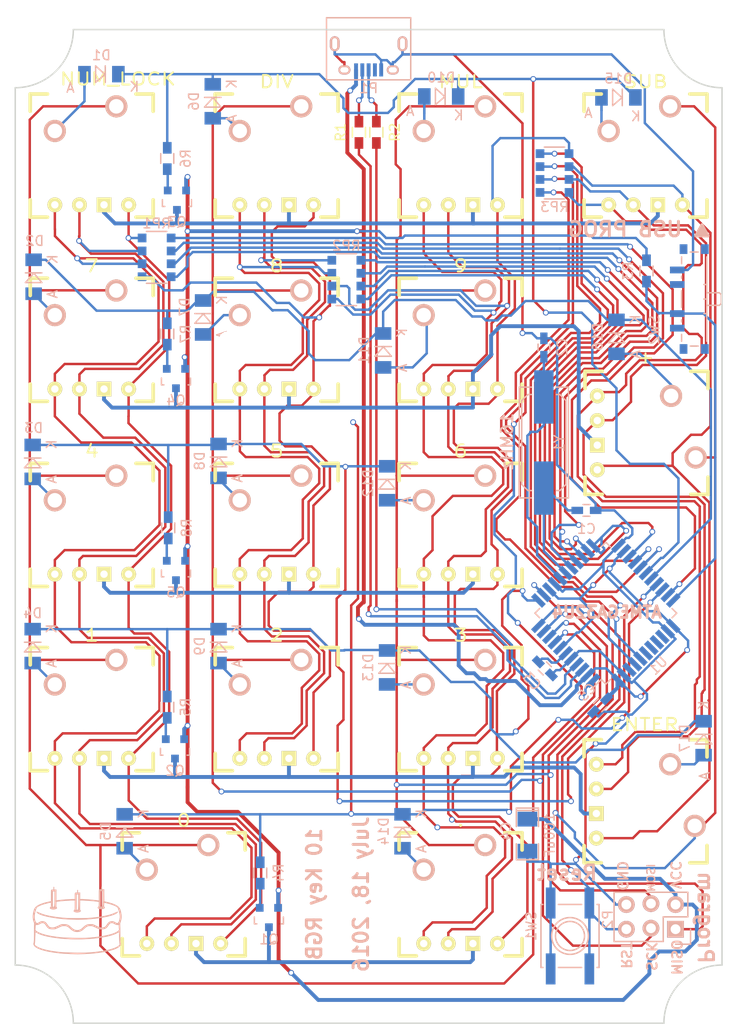
<source format=kicad_pcb>
(kicad_pcb (version 20171130) (host pcbnew "(5.1.12)-1")
  (layers (0 F.Cu signal) (31 B.Cu signal) (34 B.Paste user) (35 F.Paste user) (36 B.SilkS user) (37 F.SilkS user) (38 B.Mask user) (39 F.Mask user) (44 Edge.Cuts user))
  (net 0 "")
  (net 1 "Net-(C1-Pad1)")
  (net 2 GND)
  (net 3 "Net-(C2-Pad1)")
  (net 4 "Net-(C3-Pad1)")
  (net 5 /ROW0)
  (net 6 "Net-(D1-Pad2)")
  (net 7 /ROW1)
  (net 8 "Net-(D2-Pad2)")
  (net 9 /ROW2)
  (net 10 "Net-(D3-Pad2)")
  (net 11 /ROW3)
  (net 12 "Net-(D4-Pad2)")
  (net 13 "Net-(D5-Pad2)")
  (net 14 "Net-(D6-Pad2)")
  (net 15 "Net-(D7-Pad2)")
  (net 16 "Net-(D8-Pad2)")
  (net 17 "Net-(D9-Pad2)")
  (net 18 "Net-(D10-Pad2)")
  (net 19 "Net-(D11-Pad2)")
  (net 20 "Net-(D12-Pad2)")
  (net 21 "Net-(D13-Pad2)")
  (net 22 /ROW4)
  (net 23 "Net-(D14-Pad2)")
  (net 24 "Net-(D15-Pad2)")
  (net 25 "Net-(D16-Pad2)")
  (net 26 "Net-(D17-Pad2)")
  (net 27 VCC)
  (net 28 "Net-(P1-Pad2)")
  (net 29 "Net-(P1-Pad3)")
  (net 30 "Net-(P1-Pad4)")
  (net 31 /RST)
  (net 32 "Net-(Q1-Pad1)")
  (net 33 "Net-(Q2-Pad1)")
  (net 34 "Net-(Q2-Pad3)")
  (net 35 "Net-(Q3-Pad1)")
  (net 36 "Net-(Q3-Pad3)")
  (net 37 "Net-(Q4-Pad1)")
  (net 38 "Net-(Q4-Pad3)")
  (net 39 "Net-(Q5-Pad1)")
  (net 40 "Net-(Q5-Pad3)")
  (net 41 /USBDMinus)
  (net 42 /USBDPlus)
  (net 43 /PROGRAM)
  (net 44 /COL0)
  (net 45 /LEDB0)
  (net 46 /LEDG0)
  (net 47 /LEDR0)
  (net 48 /COL1)
  (net 49 /LEDB1)
  (net 50 /LEDG1)
  (net 51 /LEDR1)
  (net 52 /COL2)
  (net 53 /LEDB2)
  (net 54 /LEDG2)
  (net 55 /LEDR2)
  (net 56 /COL3)
  (net 57 /LEDB3)
  (net 58 /LEDG3)
  (net 59 /LEDR3)
  (net 60 "Net-(U1-Pad36)")
  (net 61 "Net-(U1-Pad42)")
  (net 62 "Net-(Q1-Pad3)")
  (net 63 "Net-(RP1-Pad1)")
  (net 64 "Net-(RP1-Pad4)")
  (net 65 "Net-(RP1-Pad2)")
  (net 66 "Net-(RP1-Pad3)")
  (net 67 "Net-(RP2-Pad1)")
  (net 68 "Net-(RP2-Pad4)")
  (net 69 "Net-(RP2-Pad2)")
  (net 70 "Net-(RP2-Pad3)")
  (net 71 "Net-(RP3-Pad1)")
  (net 72 "Net-(RP3-Pad4)")
  (net 73 "Net-(RP3-Pad2)")
  (net 74 "Net-(RP3-Pad3)")
  (net 75 "Net-(U1-Pad37)")
  (net 76 "Net-(U1-Pad38)")
  (net 77 "Net-(U1-Pad39)")
  (module Capacitors_SMD:C_0603_HandSoldering (layer B.Cu) (at 169.5 98.1)
    (fp_text reference C1 (at 0 1.9) (layer B.SilkS) (effects (justify mirror)))
    (fp_text value 18pF)
    (pad 1 smd rect (at -0.95 0) (size 1.2 0.75) (layers B.Cu B.Paste B.Mask) (net 1 "Net-(C1-Pad1)"))
    (pad 2 smd rect (at 0.95 0) (size 1.2 0.75) (layers B.Cu B.Paste B.Mask) (net 2 GND))
  )
  (module Capacitors_SMD:C_0603_HandSoldering (layer B.Cu) (at 165.1 81.3 90)
    (fp_text reference C2 (at 0 1.9 90) (layer B.SilkS) (effects (justify mirror)))
    (fp_text value 18pF)
    (pad 1 smd rect (at -0.95 0 90) (size 1.2 0.75) (layers B.Cu B.Paste B.Mask) (net 3 "Net-(C2-Pad1)"))
    (pad 2 smd rect (at 0.95 0 90) (size 1.2 0.75) (layers B.Cu B.Paste B.Mask) (net 2 GND))
  )
  (module Capacitors_SMD:C_0603_HandSoldering (layer B.Cu) (at 165.2 114.4 315)
    (fp_text reference C3 (at 0 1.9 315) (layer B.SilkS) (effects (justify mirror)))
    (fp_text value .1uF)
    (pad 1 smd rect (at -0.95 0 315) (size 1.2 0.75) (layers B.Cu B.Paste B.Mask) (net 4 "Net-(C3-Pad1)"))
    (pad 2 smd rect (at 0.95 0 315) (size 1.2 0.75) (layers B.Cu B.Paste B.Mask) (net 2 GND))
  )
  (module Diodes_SMD:MiniMELF_Standard (layer B.Cu) (at 119.4 53.1 180)
    (fp_text reference D1 (at 0 1.95 180) (layer B.SilkS) (effects (justify mirror)))
    (fp_text value D)
    (fp_text user K (at -3.4 -1.3 180) (layer B.SilkS) (effects (justify mirror)))
    (fp_text user A (at 3.2 -1.4 180) (layer B.SilkS) (effects (justify mirror)))
    (pad 1 smd rect (at -1.75006 0 180) (size 1.30048 1.69926) (layers B.Cu B.Paste B.Mask) (net 5 /ROW0))
    (pad 2 smd rect (at 1.75006 0 180) (size 1.30048 1.69926) (layers B.Cu B.Paste B.Mask) (net 6 "Net-(D1-Pad2)"))
  )
  (module Diodes_SMD:MiniMELF_Standard (layer B.Cu) (at 112.4 74 270)
    (fp_text reference D2 (at -3.7 -0.1) (layer B.SilkS) (effects (justify mirror)))
    (fp_text value D)
    (fp_text user K (at -1.8 -1.95 270) (layer B.SilkS) (effects (justify mirror)))
    (fp_text user A (at 1.8 -1.95 270) (layer B.SilkS) (effects (justify mirror)))
    (pad 1 smd rect (at -1.75006 0 270) (size 1.30048 1.69926) (layers B.Cu B.Paste B.Mask) (net 7 /ROW1))
    (pad 2 smd rect (at 1.75006 0 270) (size 1.30048 1.69926) (layers B.Cu B.Paste B.Mask) (net 8 "Net-(D2-Pad2)"))
  )
  (module Diodes_SMD:MiniMELF_Standard (layer B.Cu) (at 112.3 93.1 270)
    (fp_text reference D3 (at -3.5 -0.1) (layer B.SilkS) (effects (justify mirror)))
    (fp_text value D)
    (fp_text user K (at -1.8 -1.95 270) (layer B.SilkS) (effects (justify mirror)))
    (fp_text user A (at 1.8 -1.95 270) (layer B.SilkS) (effects (justify mirror)))
    (pad 1 smd rect (at -1.75006 0 270) (size 1.30048 1.69926) (layers B.Cu B.Paste B.Mask) (net 9 /ROW2))
    (pad 2 smd rect (at 1.75006 0 270) (size 1.30048 1.69926) (layers B.Cu B.Paste B.Mask) (net 10 "Net-(D3-Pad2)"))
  )
  (module Diodes_SMD:MiniMELF_Standard (layer B.Cu) (at 112.3 112.1 270)
    (fp_text reference D4 (at -3.4 0) (layer B.SilkS) (effects (justify mirror)))
    (fp_text value D)
    (fp_text user K (at -1.8 -1.95 270) (layer B.SilkS) (effects (justify mirror)))
    (fp_text user A (at 1.8 -1.95 270) (layer B.SilkS) (effects (justify mirror)))
    (pad 1 smd rect (at -1.75006 0 270) (size 1.30048 1.69926) (layers B.Cu B.Paste B.Mask) (net 11 /ROW3))
    (pad 2 smd rect (at 1.75006 0 270) (size 1.30048 1.69926) (layers B.Cu B.Paste B.Mask) (net 12 "Net-(D4-Pad2)"))
  )
  (module Diodes_SMD:MiniMELF_Standard (layer B.Cu) (at 121.8 131.2 270)
    (fp_text reference D5 (at 0 1.95 270) (layer B.SilkS) (effects (justify mirror)))
    (fp_text value D)
    (fp_text user K (at -1.8 -1.95 270) (layer B.SilkS) (effects (justify mirror)))
    (fp_text user A (at 1.8 -1.95 270) (layer B.SilkS) (effects (justify mirror)))
    (pad 1 smd rect (at -1.75006 0 270) (size 1.30048 1.69926) (layers B.Cu B.Paste B.Mask) (net 22 /ROW4))
    (pad 2 smd rect (at 1.75006 0 270) (size 1.30048 1.69926) (layers B.Cu B.Paste B.Mask) (net 13 "Net-(D5-Pad2)"))
  )
  (module Diodes_SMD:MiniMELF_Standard (layer B.Cu) (at 130.9 55.9 270)
    (fp_text reference D6 (at 0 1.95 270) (layer B.SilkS) (effects (justify mirror)))
    (fp_text value D)
    (fp_text user K (at -1.8 -1.95 270) (layer B.SilkS) (effects (justify mirror)))
    (fp_text user A (at 1.8 -1.95 270) (layer B.SilkS) (effects (justify mirror)))
    (pad 1 smd rect (at -1.75006 0 270) (size 1.30048 1.69926) (layers B.Cu B.Paste B.Mask) (net 5 /ROW0))
    (pad 2 smd rect (at 1.75006 0 270) (size 1.30048 1.69926) (layers B.Cu B.Paste B.Mask) (net 14 "Net-(D6-Pad2)"))
  )
  (module Diodes_SMD:MiniMELF_Standard (layer B.Cu) (at 129.9 78.2 270)
    (fp_text reference D7 (at -1.1 1.9 270) (layer B.SilkS) (effects (justify mirror)))
    (fp_text value D)
    (fp_text user K (at -1.8 -1.95 270) (layer B.SilkS) (effects (justify mirror)))
    (fp_text user A (at 1.8 -1.95 270) (layer B.SilkS) (effects (justify mirror)))
    (pad 1 smd rect (at -1.75006 0 270) (size 1.30048 1.69926) (layers B.Cu B.Paste B.Mask) (net 7 /ROW1))
    (pad 2 smd rect (at 1.75006 0 270) (size 1.30048 1.69926) (layers B.Cu B.Paste B.Mask) (net 15 "Net-(D7-Pad2)"))
  )
  (module Diodes_SMD:MiniMELF_Standard (layer B.Cu) (at 131.5 93 270)
    (fp_text reference D8 (at 0 1.95 270) (layer B.SilkS) (effects (justify mirror)))
    (fp_text value D)
    (fp_text user K (at -1.8 -1.95 270) (layer B.SilkS) (effects (justify mirror)))
    (fp_text user A (at 1.8 -1.95 270) (layer B.SilkS) (effects (justify mirror)))
    (pad 1 smd rect (at -1.75006 0 270) (size 1.30048 1.69926) (layers B.Cu B.Paste B.Mask) (net 9 /ROW2))
    (pad 2 smd rect (at 1.75006 0 270) (size 1.30048 1.69926) (layers B.Cu B.Paste B.Mask) (net 16 "Net-(D8-Pad2)"))
  )
  (module Diodes_SMD:MiniMELF_Standard (layer B.Cu) (at 131.5 112.1 270)
    (fp_text reference D9 (at 0 1.95 270) (layer B.SilkS) (effects (justify mirror)))
    (fp_text value D)
    (fp_text user K (at -1.8 -1.95 270) (layer B.SilkS) (effects (justify mirror)))
    (fp_text user A (at 1.8 -1.95 270) (layer B.SilkS) (effects (justify mirror)))
    (pad 1 smd rect (at -1.75006 0 270) (size 1.30048 1.69926) (layers B.Cu B.Paste B.Mask) (net 11 /ROW3))
    (pad 2 smd rect (at 1.75006 0 270) (size 1.30048 1.69926) (layers B.Cu B.Paste B.Mask) (net 17 "Net-(D9-Pad2)"))
  )
  (module Diodes_SMD:MiniMELF_Standard (layer B.Cu) (at 154.5 55.4 180)
    (fp_text reference D10 (at 0 1.95 180) (layer B.SilkS) (effects (justify mirror)))
    (fp_text value D)
    (fp_text user K (at -1.8 -1.95 180) (layer B.SilkS) (effects (justify mirror)))
    (fp_text user A (at 3.2 -1.5 180) (layer B.SilkS) (effects (justify mirror)))
    (pad 1 smd rect (at -1.75006 0 180) (size 1.30048 1.69926) (layers B.Cu B.Paste B.Mask) (net 5 /ROW0))
    (pad 2 smd rect (at 1.75006 0 180) (size 1.30048 1.69926) (layers B.Cu B.Paste B.Mask) (net 18 "Net-(D10-Pad2)"))
  )
  (module Diodes_SMD:MiniMELF_Standard (layer B.Cu) (at 148.5 81.6 270)
    (fp_text reference D11 (at 0 1.95 270) (layer B.SilkS) (effects (justify mirror)))
    (fp_text value D)
    (fp_text user K (at -1.8 -1.95 270) (layer B.SilkS) (effects (justify mirror)))
    (fp_text user A (at 1.8 -1.95 270) (layer B.SilkS) (effects (justify mirror)))
    (pad 1 smd rect (at -1.75006 0 270) (size 1.30048 1.69926) (layers B.Cu B.Paste B.Mask) (net 7 /ROW1))
    (pad 2 smd rect (at 1.75006 0 270) (size 1.30048 1.69926) (layers B.Cu B.Paste B.Mask) (net 19 "Net-(D11-Pad2)"))
  )
  (module Diodes_SMD:MiniMELF_Standard (layer B.Cu) (at 148.9 95.3 270)
    (fp_text reference D12 (at 0 1.95 270) (layer B.SilkS) (effects (justify mirror)))
    (fp_text value D)
    (fp_text user K (at -1.8 -1.95 270) (layer B.SilkS) (effects (justify mirror)))
    (fp_text user A (at 1.8 -1.95 270) (layer B.SilkS) (effects (justify mirror)))
    (pad 1 smd rect (at -1.75006 0 270) (size 1.30048 1.69926) (layers B.Cu B.Paste B.Mask) (net 9 /ROW2))
    (pad 2 smd rect (at 1.75006 0 270) (size 1.30048 1.69926) (layers B.Cu B.Paste B.Mask) (net 20 "Net-(D12-Pad2)"))
  )
  (module Diodes_SMD:MiniMELF_Standard (layer B.Cu) (at 148.9 114.3 270)
    (fp_text reference D13 (at 0 1.95 270) (layer B.SilkS) (effects (justify mirror)))
    (fp_text value D)
    (fp_text user K (at -1.8 -1.95 270) (layer B.SilkS) (effects (justify mirror)))
    (fp_text user A (at 1.8 -1.95 270) (layer B.SilkS) (effects (justify mirror)))
    (pad 1 smd rect (at -1.75006 0 270) (size 1.30048 1.69926) (layers B.Cu B.Paste B.Mask) (net 11 /ROW3))
    (pad 2 smd rect (at 1.75006 0 270) (size 1.30048 1.69926) (layers B.Cu B.Paste B.Mask) (net 21 "Net-(D13-Pad2)"))
  )
  (module Diodes_SMD:MiniMELF_Standard (layer B.Cu) (at 150.5 131.2 270)
    (fp_text reference D14 (at 0 1.95 270) (layer B.SilkS) (effects (justify mirror)))
    (fp_text value D)
    (fp_text user K (at -1.8 -1.95 270) (layer B.SilkS) (effects (justify mirror)))
    (fp_text user A (at 1.8 -1.95 270) (layer B.SilkS) (effects (justify mirror)))
    (pad 1 smd rect (at -1.75006 0 270) (size 1.30048 1.69926) (layers B.Cu B.Paste B.Mask) (net 22 /ROW4))
    (pad 2 smd rect (at 1.75006 0 270) (size 1.30048 1.69926) (layers B.Cu B.Paste B.Mask) (net 23 "Net-(D14-Pad2)"))
  )
  (module Diodes_SMD:MiniMELF_Standard (layer B.Cu) (at 172.8 55.5 180)
    (fp_text reference D15 (at 0 1.95 180) (layer B.SilkS) (effects (justify mirror)))
    (fp_text value D)
    (fp_text user K (at -1.8 -1.95 180) (layer B.SilkS) (effects (justify mirror)))
    (fp_text user A (at 3.1 -1.6 180) (layer B.SilkS) (effects (justify mirror)))
    (pad 1 smd rect (at -1.75006 0 180) (size 1.30048 1.69926) (layers B.Cu B.Paste B.Mask) (net 5 /ROW0))
    (pad 2 smd rect (at 1.75006 0 180) (size 1.30048 1.69926) (layers B.Cu B.Paste B.Mask) (net 24 "Net-(D15-Pad2)"))
  )
  (module Diodes_SMD:MiniMELF_Standard (layer B.Cu) (at 172.6 80.2 270)
    (fp_text reference D16 (at 0 1.95 270) (layer B.SilkS) (effects (justify mirror)))
    (fp_text value D)
    (fp_text user K (at -1.8 -1.95 270) (layer B.SilkS) (effects (justify mirror)))
    (fp_text user A (at 1.8 -1.95 270) (layer B.SilkS) (effects (justify mirror)))
    (pad 1 smd rect (at -1.75006 0 270) (size 1.30048 1.69926) (layers B.Cu B.Paste B.Mask) (net 7 /ROW1))
    (pad 2 smd rect (at 1.75006 0 270) (size 1.30048 1.69926) (layers B.Cu B.Paste B.Mask) (net 25 "Net-(D16-Pad2)"))
  )
  (module Diodes_SMD:MiniMELF_Standard (layer B.Cu) (at 181.6 121.6 270)
    (fp_text reference D17 (at 0 1.95 270) (layer B.SilkS) (effects (justify mirror)))
    (fp_text value D)
    (fp_text user K (at -3.4 0 270) (layer B.SilkS) (effects (justify mirror)))
    (fp_text user A (at 3.9 -0.1 270) (layer B.SilkS) (effects (justify mirror)))
    (pad 1 smd rect (at -1.75006 0 270) (size 1.30048 1.69926) (layers B.Cu B.Paste B.Mask) (net 11 /ROW3))
    (pad 2 smd rect (at 1.75006 0 270) (size 1.30048 1.69926) (layers B.Cu B.Paste B.Mask) (net 26 "Net-(D17-Pad2)"))
  )
  (module Connect:USB_Micro-B (layer B.Cu) (at 147 51.1)
    (fp_text reference P1 (at 0 3.45) (layer B.SilkS) (effects (justify mirror)))
    (fp_text value USB_OTG)
    (pad 1 smd rect (at -1.3009 1.56254 270) (size 1.35 0.4) (layers B.Cu B.Paste B.Mask) (net 27 VCC))
    (pad 2 smd rect (at -0.6509 1.56254 270) (size 1.35 0.4) (layers B.Cu B.Paste B.Mask) (net 28 "Net-(P1-Pad2)"))
    (pad 3 smd rect (at -0.0009 1.56254 270) (size 1.35 0.4) (layers B.Cu B.Paste B.Mask) (net 29 "Net-(P1-Pad3)"))
    (pad 4 smd rect (at 0.6491 1.56254 270) (size 1.35 0.4) (layers B.Cu B.Paste B.Mask) (net 30 "Net-(P1-Pad4)"))
    (pad 5 smd rect (at 1.2991 1.56254 270) (size 1.35 0.4) (layers B.Cu B.Paste B.Mask) (net 2 GND))
    (pad 6 thru_hole oval (at -2.5009 1.56254 270) (size 0.95 1.25) (drill oval 0.55 0.85) (layers *.Cu *.Mask B.SilkS) (net 2 GND))
    (pad 6 thru_hole oval (at 2.4991 1.56254 270) (size 0.95 1.25) (drill oval 0.55 0.85) (layers *.Cu *.Mask B.SilkS) (net 2 GND))
    (pad 6 thru_hole oval (at -3.5009 -1.13746 270) (size 1.55 1) (drill oval 1.15 0.5) (layers *.Cu *.Mask B.SilkS) (net 2 GND))
    (pad 6 thru_hole oval (at 3.4991 -1.13746 270) (size 1.55 1) (drill oval 1.15 0.5) (layers *.Cu *.Mask B.SilkS) (net 2 GND))
  )
  (module Pin_Headers:Pin_Header_Straight_2x03 (layer B.Cu) (at 178.7 141.3 90)
    (fp_text reference P2 (at 1 -7 90) (layer B.SilkS) (effects (justify mirror)))
    (fp_text value Program hide)
    (pad 1 thru_hole rect (at 0 0 90) (size 1.7272 1.7272) (drill 1.016) (layers *.Cu *.Mask B.SilkS) (net 56 /COL3))
    (pad 2 thru_hole oval (at 2.54 0 90) (size 1.7272 1.7272) (drill 1.016) (layers *.Cu *.Mask B.SilkS) (net 27 VCC))
    (pad 3 thru_hole oval (at 0.1 -2.54 90) (size 1.7272 1.7272) (drill 1.016) (layers *.Cu *.Mask B.SilkS) (net 48 /COL1))
    (pad 4 thru_hole oval (at 2.64 -2.54 90) (size 1.7272 1.7272) (drill 1.016) (layers *.Cu *.Mask B.SilkS) (net 52 /COL2))
    (pad 5 thru_hole oval (at 0 -5.08 90) (size 1.7272 1.7272) (drill 1.016) (layers *.Cu *.Mask B.SilkS) (net 31 /RST))
    (pad 6 thru_hole oval (at 2.54 -5.08 90) (size 1.7272 1.7272) (drill 1.016) (layers *.Cu *.Mask B.SilkS) (net 2 GND))
  )
  (module TO_SOT_Packages_SMD:SOT-23 (layer B.Cu) (at 136.7 140.1)
    (fp_text reference Q1 (at 0 2.25) (layer B.SilkS) (effects (justify mirror)))
    (fp_text value MMBT3906)
    (pad 1 smd rect (at -0.95 -1.00076) (size 0.8001 0.8001) (layers B.Cu B.Paste B.Mask) (net 32 "Net-(Q1-Pad1)"))
    (pad 2 smd rect (at 0.95 -1.00076) (size 0.8001 0.8001) (layers B.Cu B.Paste B.Mask) (net 27 VCC))
    (pad 3 smd rect (at 0 0.99822) (size 0.8001 0.8001) (layers B.Cu B.Paste B.Mask) (net 62 "Net-(Q1-Pad3)"))
  )
  (module TO_SOT_Packages_SMD:SOT-23 (layer B.Cu) (at 127 122.7)
    (fp_text reference Q2 (at 0 2.25) (layer B.SilkS) (effects (justify mirror)))
    (fp_text value MMBT3906)
    (pad 1 smd rect (at -0.95 -1.00076) (size 0.8001 0.8001) (layers B.Cu B.Paste B.Mask) (net 33 "Net-(Q2-Pad1)"))
    (pad 2 smd rect (at 0.95 -1.00076) (size 0.8001 0.8001) (layers B.Cu B.Paste B.Mask) (net 27 VCC))
    (pad 3 smd rect (at 0 0.99822) (size 0.8001 0.8001) (layers B.Cu B.Paste B.Mask) (net 34 "Net-(Q2-Pad3)"))
  )
  (module TO_SOT_Packages_SMD:SOT-23 (layer B.Cu) (at 127.2 66.1)
    (fp_text reference Q3 (at 0 2.25) (layer B.SilkS) (effects (justify mirror)))
    (fp_text value MMBT3906)
    (pad 1 smd rect (at -0.95 -1.00076) (size 0.8001 0.8001) (layers B.Cu B.Paste B.Mask) (net 35 "Net-(Q3-Pad1)"))
    (pad 2 smd rect (at 0.95 -1.00076) (size 0.8001 0.8001) (layers B.Cu B.Paste B.Mask) (net 27 VCC))
    (pad 3 smd rect (at 0 0.99822) (size 0.8001 0.8001) (layers B.Cu B.Paste B.Mask) (net 36 "Net-(Q3-Pad3)"))
  )
  (module TO_SOT_Packages_SMD:SOT-23 (layer B.Cu) (at 127.1 84.5)
    (fp_text reference Q4 (at 0 2.25) (layer B.SilkS) (effects (justify mirror)))
    (fp_text value MMBT3906)
    (pad 1 smd rect (at -0.95 -1.00076) (size 0.8001 0.8001) (layers B.Cu B.Paste B.Mask) (net 37 "Net-(Q4-Pad1)"))
    (pad 2 smd rect (at 0.95 -1.00076) (size 0.8001 0.8001) (layers B.Cu B.Paste B.Mask) (net 27 VCC))
    (pad 3 smd rect (at 0 0.99822) (size 0.8001 0.8001) (layers B.Cu B.Paste B.Mask) (net 38 "Net-(Q4-Pad3)"))
  )
  (module TO_SOT_Packages_SMD:SOT-23 (layer B.Cu) (at 127.1 104.3)
    (fp_text reference Q5 (at 0 2.25) (layer B.SilkS) (effects (justify mirror)))
    (fp_text value MMBT3906)
    (pad 1 smd rect (at -0.95 -1.00076) (size 0.8001 0.8001) (layers B.Cu B.Paste B.Mask) (net 39 "Net-(Q5-Pad1)"))
    (pad 2 smd rect (at 0.95 -1.00076) (size 0.8001 0.8001) (layers B.Cu B.Paste B.Mask) (net 27 VCC))
    (pad 3 smd rect (at 0 0.99822) (size 0.8001 0.8001) (layers B.Cu B.Paste B.Mask) (net 40 "Net-(Q5-Pad3)"))
  )
  (module Resistors_SMD:R_0603_HandSoldering (layer F.Cu) (at 146 59.1 90)
    (fp_text reference R1 (at 0 -1.9 90) (layer F.SilkS))
    (fp_text value 22)
    (pad 1 smd rect (at -1.1 0 90) (size 1.2 0.9) (layers F.Cu F.Paste F.Mask) (net 41 /USBDMinus))
    (pad 2 smd rect (at 1.1 0 90) (size 1.2 0.9) (layers F.Cu F.Paste F.Mask) (net 28 "Net-(P1-Pad2)"))
  )
  (module Resistors_SMD:R_0603_HandSoldering (layer F.Cu) (at 147.8 59.1 90)
    (fp_text reference R2 (at 0 1.9 90) (layer F.SilkS))
    (fp_text value 22)
    (pad 1 smd rect (at -1.1 0 90) (size 1.2 0.9) (layers F.Cu F.Paste F.Mask) (net 42 /USBDPlus))
    (pad 2 smd rect (at 1.1 0 90) (size 1.2 0.9) (layers F.Cu F.Paste F.Mask) (net 29 "Net-(P1-Pad3)"))
  )
  (module Resistors_SMD:R_0603_HandSoldering (layer B.Cu) (at 175.7 73.4 270)
    (fp_text reference R3 (at 0 1.9 270) (layer B.SilkS) (effects (justify mirror)))
    (fp_text value 10k)
    (pad 1 smd rect (at -1.1 0 270) (size 1.2 0.9) (layers B.Cu B.Paste B.Mask) (net 27 VCC))
    (pad 2 smd rect (at 1.1 0 270) (size 1.2 0.9) (layers B.Cu B.Paste B.Mask) (net 43 /PROGRAM))
  )
  (module Resistors_SMD:R_0603_HandSoldering (layer B.Cu) (at 135.8 135.5 90)
    (fp_text reference R4 (at 0 1.9 90) (layer B.SilkS) (effects (justify mirror)))
    (fp_text value 1K)
    (pad 1 smd rect (at -1.1 0 90) (size 1.2 0.9) (layers B.Cu B.Paste B.Mask) (net 32 "Net-(Q1-Pad1)"))
    (pad 2 smd rect (at 1.1 0 90) (size 1.2 0.9) (layers B.Cu B.Paste B.Mask) (net 22 /ROW4))
  )
  (module Resistors_SMD:R_0603_HandSoldering (layer B.Cu) (at 126.2 118.4 90)
    (fp_text reference R5 (at 0 1.9 90) (layer B.SilkS) (effects (justify mirror)))
    (fp_text value 1K)
    (pad 1 smd rect (at -1.1 0 90) (size 1.2 0.9) (layers B.Cu B.Paste B.Mask) (net 33 "Net-(Q2-Pad1)"))
    (pad 2 smd rect (at 1.1 0 90) (size 1.2 0.9) (layers B.Cu B.Paste B.Mask) (net 11 /ROW3))
  )
  (module Resistors_SMD:R_0603_HandSoldering (layer B.Cu) (at 126.2 61.8 90)
    (fp_text reference R6 (at 0 1.9 90) (layer B.SilkS) (effects (justify mirror)))
    (fp_text value 1K)
    (pad 1 smd rect (at -1.1 0 90) (size 1.2 0.9) (layers B.Cu B.Paste B.Mask) (net 35 "Net-(Q3-Pad1)"))
    (pad 2 smd rect (at 1.1 0 90) (size 1.2 0.9) (layers B.Cu B.Paste B.Mask) (net 5 /ROW0))
  )
  (module Resistors_SMD:R_0603_HandSoldering (layer B.Cu) (at 126.2 79.9 90)
    (fp_text reference R7 (at 0 1.9 90) (layer B.SilkS) (effects (justify mirror)))
    (fp_text value 1K)
    (pad 1 smd rect (at -1.1 0 90) (size 1.2 0.9) (layers B.Cu B.Paste B.Mask) (net 37 "Net-(Q4-Pad1)"))
    (pad 2 smd rect (at 1.1 0 90) (size 1.2 0.9) (layers B.Cu B.Paste B.Mask) (net 7 /ROW1))
  )
  (module Resistors_SMD:R_0603_HandSoldering (layer B.Cu) (at 126.3 99.9 90)
    (fp_text reference R8 (at 0 1.9 90) (layer B.SilkS) (effects (justify mirror)))
    (fp_text value 1K)
    (pad 1 smd rect (at -1.1 0 90) (size 1.2 0.9) (layers B.Cu B.Paste B.Mask) (net 39 "Net-(Q5-Pad1)"))
    (pad 2 smd rect (at 1.1 0 90) (size 1.2 0.9) (layers B.Cu B.Paste B.Mask) (net 9 /ROW2))
  )
  (module Buttons_Switches_SMD:SW_SP3T_PCM13 (layer B.Cu) (at 180.3 76.3 270)
    (fp_text reference SW2 (at 3.2 3.8 90) (layer B.SilkS) (effects (justify mirror)))
    (fp_text value "USB PROG")
    (pad "" np_thru_hole circle (at -2.5 -0.325 270) (size 0.9 0.9) (drill 0.9) (layers *.Cu *.Mask))
    (pad "" np_thru_hole circle (at 2.5 -0.325 270) (size 0.9 0.9) (drill 0.9) (layers *.Cu *.Mask))
    (pad 1 smd rect (at -3 1.425 270) (size 0.7 1.5) (layers B.Cu B.Paste B.Mask) (net 2 GND))
    (pad 3 smd rect (at -1.5 1.425 270) (size 0.7 1.5) (layers B.Cu B.Paste B.Mask))
    (pad 2 smd rect (at 1.5 1.425 270) (size 0.7 1.5) (layers B.Cu B.Paste B.Mask) (net 43 /PROGRAM))
    (pad 4 smd rect (at 3 1.425 270) (size 0.7 1.5) (layers B.Cu B.Paste B.Mask))
    (pad "" smd rect (at -5.15 -1.425 270) (size 1 0.8) (layers B.Cu B.Paste B.Mask))
    (pad "" smd rect (at 5.15 -1.425 270) (size 1 0.8) (layers B.Cu B.Paste B.Mask))
    (pad "" smd rect (at 5.15 0.775 270) (size 1 0.8) (layers B.Cu B.Paste B.Mask))
    (pad "" smd rect (at -5.15 0.775 270) (size 1 0.8) (layers B.Cu B.Paste B.Mask))
  )
  (module 10KeyParts:Zealios_Cherry_MX (layer F.Cu) (at 118.4 61.5)
    (fp_text reference SW3 hide)
    (fp_text value NUM_LOCK (at 2.7 -7.9) (layer F.SilkS) (effects (font (size 1.27 1.524) (thickness 0.2032))))
    (pad 1 thru_hole circle (at 2.54 -5.08) (size 2.286 2.286) (drill 1.4986) (layers *.Cu *.SilkS *.Mask) (net 44 /COL0))
    (pad 2 thru_hole circle (at -3.81 -2.54) (size 2.286 2.286) (drill 1.4986) (layers *.Cu *.SilkS *.Mask) (net 6 "Net-(D1-Pad2)"))
    (pad HOLE np_thru_hole circle (at 0 0) (size 3.9878 3.9878) (drill 3.9878) (layers *.Cu))
    (pad HOLE np_thru_hole circle (at -5.08 0) (size 1.7018 1.7018) (drill 1.7018) (layers *.Cu))
    (pad HOLE np_thru_hole circle (at 5.08 0) (size 1.7018 1.7018) (drill 1.7018) (layers *.Cu))
    (pad 6 thru_hole circle (at -3.81 5.08) (size 1.524 1.524) (drill 0.762) (layers *.Cu *.Mask F.SilkS) (net 45 /LEDB0))
    (pad 5 thru_hole circle (at -1.27 5.08) (size 1.524 1.524) (drill 0.762) (layers *.Cu *.Mask F.SilkS) (net 46 /LEDG0))
    (pad 4 thru_hole rect (at 1.27 5.08) (size 1.524 1.524) (drill 0.762) (layers *.Cu *.Mask F.SilkS) (net 36 "Net-(Q3-Pad3)"))
    (pad 3 thru_hole circle (at 3.81 5.08) (size 1.524 1.524) (drill 0.762) (layers *.Cu *.Mask F.SilkS) (net 47 /LEDR0))
  )
  (module 10KeyParts:Zealios_Cherry_MX (layer F.Cu) (at 118.4 80.5)
    (fp_text reference SW4 hide)
    (fp_text value 7 (at 0 -7.62) (layer F.SilkS) (effects (font (size 1.27 1.524) (thickness 0.2032))))
    (pad 1 thru_hole circle (at 2.54 -5.08) (size 2.286 2.286) (drill 1.4986) (layers *.Cu *.SilkS *.Mask) (net 44 /COL0))
    (pad 2 thru_hole circle (at -3.81 -2.54) (size 2.286 2.286) (drill 1.4986) (layers *.Cu *.SilkS *.Mask) (net 8 "Net-(D2-Pad2)"))
    (pad HOLE np_thru_hole circle (at 0 0) (size 3.9878 3.9878) (drill 3.9878) (layers *.Cu))
    (pad HOLE np_thru_hole circle (at -5.08 0) (size 1.7018 1.7018) (drill 1.7018) (layers *.Cu))
    (pad HOLE np_thru_hole circle (at 5.08 0) (size 1.7018 1.7018) (drill 1.7018) (layers *.Cu))
    (pad 6 thru_hole circle (at -3.81 5.08) (size 1.524 1.524) (drill 0.762) (layers *.Cu *.Mask F.SilkS) (net 45 /LEDB0))
    (pad 5 thru_hole circle (at -1.27 5.08) (size 1.524 1.524) (drill 0.762) (layers *.Cu *.Mask F.SilkS) (net 46 /LEDG0))
    (pad 4 thru_hole rect (at 1.27 5.08) (size 1.524 1.524) (drill 0.762) (layers *.Cu *.Mask F.SilkS) (net 38 "Net-(Q4-Pad3)"))
    (pad 3 thru_hole circle (at 3.81 5.08) (size 1.524 1.524) (drill 0.762) (layers *.Cu *.Mask F.SilkS) (net 47 /LEDR0))
  )
  (module 10KeyParts:Zealios_Cherry_MX (layer F.Cu) (at 118.4 99.6)
    (fp_text reference SW5 hide)
    (fp_text value 4 (at 0 -7.62) (layer F.SilkS) (effects (font (size 1.27 1.524) (thickness 0.2032))))
    (pad 1 thru_hole circle (at 2.54 -5.08) (size 2.286 2.286) (drill 1.4986) (layers *.Cu *.SilkS *.Mask) (net 44 /COL0))
    (pad 2 thru_hole circle (at -3.81 -2.54) (size 2.286 2.286) (drill 1.4986) (layers *.Cu *.SilkS *.Mask) (net 10 "Net-(D3-Pad2)"))
    (pad HOLE np_thru_hole circle (at 0 0) (size 3.9878 3.9878) (drill 3.9878) (layers *.Cu))
    (pad HOLE np_thru_hole circle (at -5.08 0) (size 1.7018 1.7018) (drill 1.7018) (layers *.Cu))
    (pad HOLE np_thru_hole circle (at 5.08 0) (size 1.7018 1.7018) (drill 1.7018) (layers *.Cu))
    (pad 6 thru_hole circle (at -3.81 5.08) (size 1.524 1.524) (drill 0.762) (layers *.Cu *.Mask F.SilkS) (net 45 /LEDB0))
    (pad 5 thru_hole circle (at -1.27 5.08) (size 1.524 1.524) (drill 0.762) (layers *.Cu *.Mask F.SilkS) (net 46 /LEDG0))
    (pad 4 thru_hole rect (at 1.27 5.08) (size 1.524 1.524) (drill 0.762) (layers *.Cu *.Mask F.SilkS) (net 40 "Net-(Q5-Pad3)"))
    (pad 3 thru_hole circle (at 3.81 5.08) (size 1.524 1.524) (drill 0.762) (layers *.Cu *.Mask F.SilkS) (net 47 /LEDR0))
  )
  (module 10KeyParts:Zealios_Cherry_MX (layer F.Cu) (at 118.4 118.6)
    (fp_text reference SW6 hide)
    (fp_text value 1 (at 0 -7.62) (layer F.SilkS) (effects (font (size 1.27 1.524) (thickness 0.2032))))
    (pad 1 thru_hole circle (at 2.54 -5.08) (size 2.286 2.286) (drill 1.4986) (layers *.Cu *.SilkS *.Mask) (net 44 /COL0))
    (pad 2 thru_hole circle (at -3.81 -2.54) (size 2.286 2.286) (drill 1.4986) (layers *.Cu *.SilkS *.Mask) (net 12 "Net-(D4-Pad2)"))
    (pad HOLE np_thru_hole circle (at 0 0) (size 3.9878 3.9878) (drill 3.9878) (layers *.Cu))
    (pad HOLE np_thru_hole circle (at -5.08 0) (size 1.7018 1.7018) (drill 1.7018) (layers *.Cu))
    (pad HOLE np_thru_hole circle (at 5.08 0) (size 1.7018 1.7018) (drill 1.7018) (layers *.Cu))
    (pad 6 thru_hole circle (at -3.81 5.08) (size 1.524 1.524) (drill 0.762) (layers *.Cu *.Mask F.SilkS) (net 45 /LEDB0))
    (pad 5 thru_hole circle (at -1.27 5.08) (size 1.524 1.524) (drill 0.762) (layers *.Cu *.Mask F.SilkS) (net 46 /LEDG0))
    (pad 4 thru_hole rect (at 1.27 5.08) (size 1.524 1.524) (drill 0.762) (layers *.Cu *.Mask F.SilkS) (net 34 "Net-(Q2-Pad3)"))
    (pad 3 thru_hole circle (at 3.81 5.08) (size 1.524 1.524) (drill 0.762) (layers *.Cu *.Mask F.SilkS) (net 47 /LEDR0))
  )
  (module 10KeyParts:Zealios_Cherry_MX (layer F.Cu) (at 127.9 137.7)
    (fp_text reference SW7 hide)
    (fp_text value 0 (at 0 -7.62) (layer F.SilkS) (effects (font (size 1.27 1.524) (thickness 0.2032))))
    (pad 1 thru_hole circle (at 2.54 -5.08) (size 2.286 2.286) (drill 1.4986) (layers *.Cu *.SilkS *.Mask) (net 44 /COL0))
    (pad 2 thru_hole circle (at -3.81 -2.54) (size 2.286 2.286) (drill 1.4986) (layers *.Cu *.SilkS *.Mask) (net 13 "Net-(D5-Pad2)"))
    (pad HOLE np_thru_hole circle (at 0 0) (size 3.9878 3.9878) (drill 3.9878) (layers *.Cu))
    (pad HOLE np_thru_hole circle (at -5.08 0) (size 1.7018 1.7018) (drill 1.7018) (layers *.Cu))
    (pad HOLE np_thru_hole circle (at 5.08 0) (size 1.7018 1.7018) (drill 1.7018) (layers *.Cu))
    (pad 6 thru_hole circle (at -3.81 5.08) (size 1.524 1.524) (drill 0.762) (layers *.Cu *.Mask F.SilkS) (net 45 /LEDB0))
    (pad 5 thru_hole circle (at -1.27 5.08) (size 1.524 1.524) (drill 0.762) (layers *.Cu *.Mask F.SilkS) (net 46 /LEDG0))
    (pad 4 thru_hole rect (at 1.27 5.08) (size 1.524 1.524) (drill 0.762) (layers *.Cu *.Mask F.SilkS) (net 62 "Net-(Q1-Pad3)"))
    (pad 3 thru_hole circle (at 3.81 5.08) (size 1.524 1.524) (drill 0.762) (layers *.Cu *.Mask F.SilkS) (net 47 /LEDR0))
  )
  (module 10KeyParts:Zealios_Cherry_MX (layer F.Cu) (at 137.5 61.5)
    (fp_text reference SW8 hide)
    (fp_text value DIV (at 0 -7.62) (layer F.SilkS) (effects (font (size 1.27 1.524) (thickness 0.2032))))
    (pad 1 thru_hole circle (at 2.54 -5.08) (size 2.286 2.286) (drill 1.4986) (layers *.Cu *.SilkS *.Mask) (net 48 /COL1))
    (pad 2 thru_hole circle (at -3.81 -2.54) (size 2.286 2.286) (drill 1.4986) (layers *.Cu *.SilkS *.Mask) (net 14 "Net-(D6-Pad2)"))
    (pad HOLE np_thru_hole circle (at 0 0) (size 3.9878 3.9878) (drill 3.9878) (layers *.Cu))
    (pad HOLE np_thru_hole circle (at -5.08 0) (size 1.7018 1.7018) (drill 1.7018) (layers *.Cu))
    (pad HOLE np_thru_hole circle (at 5.08 0) (size 1.7018 1.7018) (drill 1.7018) (layers *.Cu))
    (pad 6 thru_hole circle (at -3.81 5.08) (size 1.524 1.524) (drill 0.762) (layers *.Cu *.Mask F.SilkS) (net 49 /LEDB1))
    (pad 5 thru_hole circle (at -1.27 5.08) (size 1.524 1.524) (drill 0.762) (layers *.Cu *.Mask F.SilkS) (net 50 /LEDG1))
    (pad 4 thru_hole rect (at 1.27 5.08) (size 1.524 1.524) (drill 0.762) (layers *.Cu *.Mask F.SilkS) (net 36 "Net-(Q3-Pad3)"))
    (pad 3 thru_hole circle (at 3.81 5.08) (size 1.524 1.524) (drill 0.762) (layers *.Cu *.Mask F.SilkS) (net 51 /LEDR1))
  )
  (module 10KeyParts:Zealios_Cherry_MX (layer F.Cu) (at 137.5 80.5)
    (fp_text reference SW9 hide)
    (fp_text value 8 (at 0 -7.62) (layer F.SilkS) (effects (font (size 1.27 1.524) (thickness 0.2032))))
    (pad 1 thru_hole circle (at 2.54 -5.08) (size 2.286 2.286) (drill 1.4986) (layers *.Cu *.SilkS *.Mask) (net 48 /COL1))
    (pad 2 thru_hole circle (at -3.81 -2.54) (size 2.286 2.286) (drill 1.4986) (layers *.Cu *.SilkS *.Mask) (net 15 "Net-(D7-Pad2)"))
    (pad HOLE np_thru_hole circle (at 0 0) (size 3.9878 3.9878) (drill 3.9878) (layers *.Cu))
    (pad HOLE np_thru_hole circle (at -5.08 0) (size 1.7018 1.7018) (drill 1.7018) (layers *.Cu))
    (pad HOLE np_thru_hole circle (at 5.08 0) (size 1.7018 1.7018) (drill 1.7018) (layers *.Cu))
    (pad 6 thru_hole circle (at -3.81 5.08) (size 1.524 1.524) (drill 0.762) (layers *.Cu *.Mask F.SilkS) (net 49 /LEDB1))
    (pad 5 thru_hole circle (at -1.27 5.08) (size 1.524 1.524) (drill 0.762) (layers *.Cu *.Mask F.SilkS) (net 50 /LEDG1))
    (pad 4 thru_hole rect (at 1.27 5.08) (size 1.524 1.524) (drill 0.762) (layers *.Cu *.Mask F.SilkS) (net 38 "Net-(Q4-Pad3)"))
    (pad 3 thru_hole circle (at 3.81 5.08) (size 1.524 1.524) (drill 0.762) (layers *.Cu *.Mask F.SilkS) (net 51 /LEDR1))
  )
  (module 10KeyParts:Zealios_Cherry_MX (layer F.Cu) (at 137.5 99.6)
    (fp_text reference SW10 hide)
    (fp_text value 5 (at 0 -7.62) (layer F.SilkS) (effects (font (size 1.27 1.524) (thickness 0.2032))))
    (pad 1 thru_hole circle (at 2.54 -5.08) (size 2.286 2.286) (drill 1.4986) (layers *.Cu *.SilkS *.Mask) (net 48 /COL1))
    (pad 2 thru_hole circle (at -3.81 -2.54) (size 2.286 2.286) (drill 1.4986) (layers *.Cu *.SilkS *.Mask) (net 16 "Net-(D8-Pad2)"))
    (pad HOLE np_thru_hole circle (at 0 0) (size 3.9878 3.9878) (drill 3.9878) (layers *.Cu))
    (pad HOLE np_thru_hole circle (at -5.08 0) (size 1.7018 1.7018) (drill 1.7018) (layers *.Cu))
    (pad HOLE np_thru_hole circle (at 5.08 0) (size 1.7018 1.7018) (drill 1.7018) (layers *.Cu))
    (pad 6 thru_hole circle (at -3.81 5.08) (size 1.524 1.524) (drill 0.762) (layers *.Cu *.Mask F.SilkS) (net 49 /LEDB1))
    (pad 5 thru_hole circle (at -1.27 5.08) (size 1.524 1.524) (drill 0.762) (layers *.Cu *.Mask F.SilkS) (net 50 /LEDG1))
    (pad 4 thru_hole rect (at 1.27 5.08) (size 1.524 1.524) (drill 0.762) (layers *.Cu *.Mask F.SilkS) (net 40 "Net-(Q5-Pad3)"))
    (pad 3 thru_hole circle (at 3.81 5.08) (size 1.524 1.524) (drill 0.762) (layers *.Cu *.Mask F.SilkS) (net 51 /LEDR1))
  )
  (module 10KeyParts:Zealios_Cherry_MX (layer F.Cu) (at 137.5 118.6)
    (fp_text reference SW11 hide)
    (fp_text value 2 (at 0 -7.62) (layer F.SilkS) (effects (font (size 1.27 1.524) (thickness 0.2032))))
    (pad 1 thru_hole circle (at 2.54 -5.08) (size 2.286 2.286) (drill 1.4986) (layers *.Cu *.SilkS *.Mask) (net 48 /COL1))
    (pad 2 thru_hole circle (at -3.81 -2.54) (size 2.286 2.286) (drill 1.4986) (layers *.Cu *.SilkS *.Mask) (net 17 "Net-(D9-Pad2)"))
    (pad HOLE np_thru_hole circle (at 0 0) (size 3.9878 3.9878) (drill 3.9878) (layers *.Cu))
    (pad HOLE np_thru_hole circle (at -5.08 0) (size 1.7018 1.7018) (drill 1.7018) (layers *.Cu))
    (pad HOLE np_thru_hole circle (at 5.08 0) (size 1.7018 1.7018) (drill 1.7018) (layers *.Cu))
    (pad 6 thru_hole circle (at -3.81 5.08) (size 1.524 1.524) (drill 0.762) (layers *.Cu *.Mask F.SilkS) (net 49 /LEDB1))
    (pad 5 thru_hole circle (at -1.27 5.08) (size 1.524 1.524) (drill 0.762) (layers *.Cu *.Mask F.SilkS) (net 50 /LEDG1))
    (pad 4 thru_hole rect (at 1.27 5.08) (size 1.524 1.524) (drill 0.762) (layers *.Cu *.Mask F.SilkS) (net 34 "Net-(Q2-Pad3)"))
    (pad 3 thru_hole circle (at 3.81 5.08) (size 1.524 1.524) (drill 0.762) (layers *.Cu *.Mask F.SilkS) (net 51 /LEDR1))
  )
  (module 10KeyParts:Zealios_Cherry_MX (layer F.Cu) (at 156.5 61.5)
    (fp_text reference SW12 hide)
    (fp_text value MUL (at 0 -7.62) (layer F.SilkS) (effects (font (size 1.27 1.524) (thickness 0.2032))))
    (pad 1 thru_hole circle (at 2.54 -5.08) (size 2.286 2.286) (drill 1.4986) (layers *.Cu *.SilkS *.Mask) (net 52 /COL2))
    (pad 2 thru_hole circle (at -3.81 -2.54) (size 2.286 2.286) (drill 1.4986) (layers *.Cu *.SilkS *.Mask) (net 18 "Net-(D10-Pad2)"))
    (pad HOLE np_thru_hole circle (at 0 0) (size 3.9878 3.9878) (drill 3.9878) (layers *.Cu))
    (pad HOLE np_thru_hole circle (at -5.08 0) (size 1.7018 1.7018) (drill 1.7018) (layers *.Cu))
    (pad HOLE np_thru_hole circle (at 5.08 0) (size 1.7018 1.7018) (drill 1.7018) (layers *.Cu))
    (pad 6 thru_hole circle (at -3.81 5.08) (size 1.524 1.524) (drill 0.762) (layers *.Cu *.Mask F.SilkS) (net 53 /LEDB2))
    (pad 5 thru_hole circle (at -1.27 5.08) (size 1.524 1.524) (drill 0.762) (layers *.Cu *.Mask F.SilkS) (net 54 /LEDG2))
    (pad 4 thru_hole rect (at 1.27 5.08) (size 1.524 1.524) (drill 0.762) (layers *.Cu *.Mask F.SilkS) (net 36 "Net-(Q3-Pad3)"))
    (pad 3 thru_hole circle (at 3.81 5.08) (size 1.524 1.524) (drill 0.762) (layers *.Cu *.Mask F.SilkS) (net 55 /LEDR2))
  )
  (module 10KeyParts:Zealios_Cherry_MX (layer F.Cu) (at 156.5 80.5)
    (fp_text reference SW13 hide)
    (fp_text value 9 (at 0 -7.62) (layer F.SilkS) (effects (font (size 1.27 1.524) (thickness 0.2032))))
    (pad 1 thru_hole circle (at 2.54 -5.08) (size 2.286 2.286) (drill 1.4986) (layers *.Cu *.SilkS *.Mask) (net 52 /COL2))
    (pad 2 thru_hole circle (at -3.81 -2.54) (size 2.286 2.286) (drill 1.4986) (layers *.Cu *.SilkS *.Mask) (net 19 "Net-(D11-Pad2)"))
    (pad HOLE np_thru_hole circle (at 0 0) (size 3.9878 3.9878) (drill 3.9878) (layers *.Cu))
    (pad HOLE np_thru_hole circle (at -5.08 0) (size 1.7018 1.7018) (drill 1.7018) (layers *.Cu))
    (pad HOLE np_thru_hole circle (at 5.08 0) (size 1.7018 1.7018) (drill 1.7018) (layers *.Cu))
    (pad 6 thru_hole circle (at -3.81 5.08) (size 1.524 1.524) (drill 0.762) (layers *.Cu *.Mask F.SilkS) (net 53 /LEDB2))
    (pad 5 thru_hole circle (at -1.27 5.08) (size 1.524 1.524) (drill 0.762) (layers *.Cu *.Mask F.SilkS) (net 54 /LEDG2))
    (pad 4 thru_hole rect (at 1.27 5.08) (size 1.524 1.524) (drill 0.762) (layers *.Cu *.Mask F.SilkS) (net 38 "Net-(Q4-Pad3)"))
    (pad 3 thru_hole circle (at 3.81 5.08) (size 1.524 1.524) (drill 0.762) (layers *.Cu *.Mask F.SilkS) (net 55 /LEDR2))
  )
  (module 10KeyParts:Zealios_Cherry_MX (layer F.Cu) (at 156.5 99.6)
    (fp_text reference SW14 hide)
    (fp_text value 6 (at 0 -7.62) (layer F.SilkS) (effects (font (size 1.27 1.524) (thickness 0.2032))))
    (pad 1 thru_hole circle (at 2.54 -5.08) (size 2.286 2.286) (drill 1.4986) (layers *.Cu *.SilkS *.Mask) (net 52 /COL2))
    (pad 2 thru_hole circle (at -3.81 -2.54) (size 2.286 2.286) (drill 1.4986) (layers *.Cu *.SilkS *.Mask) (net 20 "Net-(D12-Pad2)"))
    (pad HOLE np_thru_hole circle (at 0 0) (size 3.9878 3.9878) (drill 3.9878) (layers *.Cu))
    (pad HOLE np_thru_hole circle (at -5.08 0) (size 1.7018 1.7018) (drill 1.7018) (layers *.Cu))
    (pad HOLE np_thru_hole circle (at 5.08 0) (size 1.7018 1.7018) (drill 1.7018) (layers *.Cu))
    (pad 6 thru_hole circle (at -3.81 5.08) (size 1.524 1.524) (drill 0.762) (layers *.Cu *.Mask F.SilkS) (net 53 /LEDB2))
    (pad 5 thru_hole circle (at -1.27 5.08) (size 1.524 1.524) (drill 0.762) (layers *.Cu *.Mask F.SilkS) (net 54 /LEDG2))
    (pad 4 thru_hole rect (at 1.27 5.08) (size 1.524 1.524) (drill 0.762) (layers *.Cu *.Mask F.SilkS) (net 40 "Net-(Q5-Pad3)"))
    (pad 3 thru_hole circle (at 3.81 5.08) (size 1.524 1.524) (drill 0.762) (layers *.Cu *.Mask F.SilkS) (net 55 /LEDR2))
  )
  (module 10KeyParts:Zealios_Cherry_MX (layer F.Cu) (at 156.5 118.6)
    (fp_text reference SW15 hide)
    (fp_text value 3 (at 0 -7.62) (layer F.SilkS) (effects (font (size 1.27 1.524) (thickness 0.2032))))
    (pad 1 thru_hole circle (at 2.54 -5.08) (size 2.286 2.286) (drill 1.4986) (layers *.Cu *.SilkS *.Mask) (net 52 /COL2))
    (pad 2 thru_hole circle (at -3.81 -2.54) (size 2.286 2.286) (drill 1.4986) (layers *.Cu *.SilkS *.Mask) (net 21 "Net-(D13-Pad2)"))
    (pad HOLE np_thru_hole circle (at 0 0) (size 3.9878 3.9878) (drill 3.9878) (layers *.Cu))
    (pad HOLE np_thru_hole circle (at -5.08 0) (size 1.7018 1.7018) (drill 1.7018) (layers *.Cu))
    (pad HOLE np_thru_hole circle (at 5.08 0) (size 1.7018 1.7018) (drill 1.7018) (layers *.Cu))
    (pad 6 thru_hole circle (at -3.81 5.08) (size 1.524 1.524) (drill 0.762) (layers *.Cu *.Mask F.SilkS) (net 53 /LEDB2))
    (pad 5 thru_hole circle (at -1.27 5.08) (size 1.524 1.524) (drill 0.762) (layers *.Cu *.Mask F.SilkS) (net 54 /LEDG2))
    (pad 4 thru_hole rect (at 1.27 5.08) (size 1.524 1.524) (drill 0.762) (layers *.Cu *.Mask F.SilkS) (net 34 "Net-(Q2-Pad3)"))
    (pad 3 thru_hole circle (at 3.81 5.08) (size 1.524 1.524) (drill 0.762) (layers *.Cu *.Mask F.SilkS) (net 55 /LEDR2))
  )
  (module 10KeyParts:Zealios_Cherry_MX (layer F.Cu) (at 156.5 137.7)
    (fp_text reference SW16 hide)
    (fp_text value . (at 0 -7.62) (layer F.SilkS) (effects (font (size 1.27 1.524) (thickness 0.2032))))
    (pad 1 thru_hole circle (at 2.54 -5.08) (size 2.286 2.286) (drill 1.4986) (layers *.Cu *.SilkS *.Mask) (net 52 /COL2))
    (pad 2 thru_hole circle (at -3.81 -2.54) (size 2.286 2.286) (drill 1.4986) (layers *.Cu *.SilkS *.Mask) (net 23 "Net-(D14-Pad2)"))
    (pad HOLE np_thru_hole circle (at 0 0) (size 3.9878 3.9878) (drill 3.9878) (layers *.Cu))
    (pad HOLE np_thru_hole circle (at -5.08 0) (size 1.7018 1.7018) (drill 1.7018) (layers *.Cu))
    (pad HOLE np_thru_hole circle (at 5.08 0) (size 1.7018 1.7018) (drill 1.7018) (layers *.Cu))
    (pad 6 thru_hole circle (at -3.81 5.08) (size 1.524 1.524) (drill 0.762) (layers *.Cu *.Mask F.SilkS) (net 53 /LEDB2))
    (pad 5 thru_hole circle (at -1.27 5.08) (size 1.524 1.524) (drill 0.762) (layers *.Cu *.Mask F.SilkS) (net 54 /LEDG2))
    (pad 4 thru_hole rect (at 1.27 5.08) (size 1.524 1.524) (drill 0.762) (layers *.Cu *.Mask F.SilkS) (net 62 "Net-(Q1-Pad3)"))
    (pad 3 thru_hole circle (at 3.81 5.08) (size 1.524 1.524) (drill 0.762) (layers *.Cu *.Mask F.SilkS) (net 55 /LEDR2))
  )
  (module 10KeyParts:Zealios_Cherry_MX (layer F.Cu) (at 175.6 61.5)
    (fp_text reference SW17 hide)
    (fp_text value SUB (at 0 -7.62) (layer F.SilkS) (effects (font (size 1.27 1.524) (thickness 0.2032))))
    (pad 1 thru_hole circle (at 2.54 -5.08) (size 2.286 2.286) (drill 1.4986) (layers *.Cu *.SilkS *.Mask) (net 56 /COL3))
    (pad 2 thru_hole circle (at -3.81 -2.54) (size 2.286 2.286) (drill 1.4986) (layers *.Cu *.SilkS *.Mask) (net 24 "Net-(D15-Pad2)"))
    (pad HOLE np_thru_hole circle (at 0 0) (size 3.9878 3.9878) (drill 3.9878) (layers *.Cu))
    (pad HOLE np_thru_hole circle (at -5.08 0) (size 1.7018 1.7018) (drill 1.7018) (layers *.Cu))
    (pad HOLE np_thru_hole circle (at 5.08 0) (size 1.7018 1.7018) (drill 1.7018) (layers *.Cu))
    (pad 6 thru_hole circle (at -3.81 5.08) (size 1.524 1.524) (drill 0.762) (layers *.Cu *.Mask F.SilkS) (net 57 /LEDB3))
    (pad 5 thru_hole circle (at -1.27 5.08) (size 1.524 1.524) (drill 0.762) (layers *.Cu *.Mask F.SilkS) (net 58 /LEDG3))
    (pad 4 thru_hole rect (at 1.27 5.08) (size 1.524 1.524) (drill 0.762) (layers *.Cu *.Mask F.SilkS) (net 36 "Net-(Q3-Pad3)"))
    (pad 3 thru_hole circle (at 3.81 5.08) (size 1.524 1.524) (drill 0.762) (layers *.Cu *.Mask F.SilkS) (net 59 /LEDR3))
  )
  (module 10KeyParts:Zealios_Cherry_MX (layer F.Cu) (at 175.7 90.1 270)
    (fp_text reference SW18 hide)
    (fp_text value + (at -7.8 0.1) (layer F.SilkS) (effects (font (size 1.27 1.524) (thickness 0.2032))))
    (pad 1 thru_hole circle (at 2.54 -5.08 270) (size 2.286 2.286) (drill 1.4986) (layers *.Cu *.SilkS *.Mask) (net 56 /COL3))
    (pad 2 thru_hole circle (at -3.81 -2.54 270) (size 2.286 2.286) (drill 1.4986) (layers *.Cu *.SilkS *.Mask) (net 25 "Net-(D16-Pad2)"))
    (pad HOLE np_thru_hole circle (at 0 0 270) (size 3.9878 3.9878) (drill 3.9878) (layers *.Cu))
    (pad HOLE np_thru_hole circle (at -5.08 0 270) (size 1.7018 1.7018) (drill 1.7018) (layers *.Cu))
    (pad HOLE np_thru_hole circle (at 5.08 0 270) (size 1.7018 1.7018) (drill 1.7018) (layers *.Cu))
    (pad 6 thru_hole circle (at -3.81 5.08 270) (size 1.524 1.524) (drill 0.762) (layers *.Cu *.Mask F.SilkS) (net 57 /LEDB3))
    (pad 5 thru_hole circle (at -1.27 5.08 270) (size 1.524 1.524) (drill 0.762) (layers *.Cu *.Mask F.SilkS) (net 58 /LEDG3))
    (pad 4 thru_hole rect (at 1.27 5.08 270) (size 1.524 1.524) (drill 0.762) (layers *.Cu *.Mask F.SilkS) (net 38 "Net-(Q4-Pad3)"))
    (pad 3 thru_hole circle (at 3.81 5.08 270) (size 1.524 1.524) (drill 0.762) (layers *.Cu *.Mask F.SilkS) (net 59 /LEDR3))
  )
  (module 10KeyParts:Zealios_Cherry_MX (layer F.Cu) (at 175.6 128.1 270)
    (fp_text reference SW19 hide)
    (fp_text value ENTER (at -7.9 0.1) (layer F.SilkS) (effects (font (size 1.27 1.524) (thickness 0.2032))))
    (pad 1 thru_hole circle (at 2.54 -5.08 270) (size 2.286 2.286) (drill 1.4986) (layers *.Cu *.SilkS *.Mask) (net 56 /COL3))
    (pad 2 thru_hole circle (at -3.81 -2.54 270) (size 2.286 2.286) (drill 1.4986) (layers *.Cu *.SilkS *.Mask) (net 26 "Net-(D17-Pad2)"))
    (pad HOLE np_thru_hole circle (at 0 0 270) (size 3.9878 3.9878) (drill 3.9878) (layers *.Cu))
    (pad HOLE np_thru_hole circle (at -5.08 0 270) (size 1.7018 1.7018) (drill 1.7018) (layers *.Cu))
    (pad HOLE np_thru_hole circle (at 5.08 0 270) (size 1.7018 1.7018) (drill 1.7018) (layers *.Cu))
    (pad 6 thru_hole circle (at -3.81 5.08 270) (size 1.524 1.524) (drill 0.762) (layers *.Cu *.Mask F.SilkS) (net 57 /LEDB3))
    (pad 5 thru_hole circle (at -1.27 5.08 270) (size 1.524 1.524) (drill 0.762) (layers *.Cu *.Mask F.SilkS) (net 58 /LEDG3))
    (pad 4 thru_hole rect (at 1.27 5.08 270) (size 1.524 1.524) (drill 0.762) (layers *.Cu *.Mask F.SilkS) (net 34 "Net-(Q2-Pad3)"))
    (pad 3 thru_hole circle (at 3.81 5.08 270) (size 1.524 1.524) (drill 0.762) (layers *.Cu *.Mask F.SilkS) (net 59 /LEDR3))
  )
  (module Housings_QFP:LQFP-44_10x10mm_Pitch0.8mm (layer B.Cu) (at 171.5 108.7 45)
    (fp_text reference U1 (at 0 7.65 45) (layer B.SilkS) (effects (justify mirror)))
    (fp_text value ATMEGA32U4-A)
    (pad 1 smd rect (at -5.85 4 45) (size 1.6 0.56) (layers B.Cu B.Paste B.Mask) (net 74 "Net-(RP3-Pad3)"))
    (pad 2 smd rect (at -5.85 3.2 45) (size 1.6 0.56) (layers B.Cu B.Paste B.Mask) (net 27 VCC))
    (pad 3 smd rect (at -5.85 2.4 45) (size 1.6 0.56) (layers B.Cu B.Paste B.Mask) (net 41 /USBDMinus))
    (pad 4 smd rect (at -5.85 1.6 45) (size 1.6 0.56) (layers B.Cu B.Paste B.Mask) (net 42 /USBDPlus))
    (pad 5 smd rect (at -5.85 0.8 45) (size 1.6 0.56) (layers B.Cu B.Paste B.Mask) (net 2 GND))
    (pad 6 smd rect (at -5.85 0 45) (size 1.6 0.56) (layers B.Cu B.Paste B.Mask) (net 4 "Net-(C3-Pad1)"))
    (pad 7 smd rect (at -5.85 -0.8 45) (size 1.6 0.56) (layers B.Cu B.Paste B.Mask) (net 27 VCC))
    (pad 8 smd rect (at -5.85 -1.6 45) (size 1.6 0.56) (layers B.Cu B.Paste B.Mask) (net 44 /COL0))
    (pad 9 smd rect (at -5.85 -2.4 45) (size 1.6 0.56) (layers B.Cu B.Paste B.Mask) (net 48 /COL1))
    (pad 10 smd rect (at -5.85 -3.2 45) (size 1.6 0.56) (layers B.Cu B.Paste B.Mask) (net 52 /COL2))
    (pad 11 smd rect (at -5.85 -4 45) (size 1.6 0.56) (layers B.Cu B.Paste B.Mask) (net 56 /COL3))
    (pad 12 smd rect (at -4 -5.85 315) (size 1.6 0.56) (layers B.Cu B.Paste B.Mask) (net 11 /ROW3))
    (pad 13 smd rect (at -3.2 -5.85 315) (size 1.6 0.56) (layers B.Cu B.Paste B.Mask) (net 31 /RST))
    (pad 14 smd rect (at -2.4 -5.85 315) (size 1.6 0.56) (layers B.Cu B.Paste B.Mask) (net 27 VCC))
    (pad 15 smd rect (at -1.6 -5.85 315) (size 1.6 0.56) (layers B.Cu B.Paste B.Mask) (net 2 GND))
    (pad 16 smd rect (at -0.8 -5.85 315) (size 1.6 0.56) (layers B.Cu B.Paste B.Mask) (net 3 "Net-(C2-Pad1)"))
    (pad 17 smd rect (at 0 -5.85 315) (size 1.6 0.56) (layers B.Cu B.Paste B.Mask) (net 1 "Net-(C1-Pad1)"))
    (pad 18 smd rect (at 0.8 -5.85 315) (size 1.6 0.56) (layers B.Cu B.Paste B.Mask) (net 65 "Net-(RP1-Pad2)"))
    (pad 19 smd rect (at 1.6 -5.85 315) (size 1.6 0.56) (layers B.Cu B.Paste B.Mask) (net 66 "Net-(RP1-Pad3)"))
    (pad 20 smd rect (at 2.4 -5.85 315) (size 1.6 0.56) (layers B.Cu B.Paste B.Mask) (net 64 "Net-(RP1-Pad4)"))
    (pad 21 smd rect (at 3.2 -5.85 315) (size 1.6 0.56) (layers B.Cu B.Paste B.Mask) (net 67 "Net-(RP2-Pad1)"))
    (pad 22 smd rect (at 4 -5.85 315) (size 1.6 0.56) (layers B.Cu B.Paste B.Mask) (net 70 "Net-(RP2-Pad3)"))
    (pad 23 smd rect (at 5.85 -4 45) (size 1.6 0.56) (layers B.Cu B.Paste B.Mask) (net 2 GND))
    (pad 24 smd rect (at 5.85 -3.2 45) (size 1.6 0.56) (layers B.Cu B.Paste B.Mask) (net 27 VCC))
    (pad 25 smd rect (at 5.85 -2.4 45) (size 1.6 0.56) (layers B.Cu B.Paste B.Mask) (net 69 "Net-(RP2-Pad2)"))
    (pad 26 smd rect (at 5.85 -1.6 45) (size 1.6 0.56) (layers B.Cu B.Paste B.Mask) (net 68 "Net-(RP2-Pad4)"))
    (pad 27 smd rect (at 5.85 -0.8 45) (size 1.6 0.56) (layers B.Cu B.Paste B.Mask) (net 72 "Net-(RP3-Pad4)"))
    (pad 28 smd rect (at 5.85 0 45) (size 1.6 0.56) (layers B.Cu B.Paste B.Mask) (net 5 /ROW0))
    (pad 29 smd rect (at 5.85 0.8 45) (size 1.6 0.56) (layers B.Cu B.Paste B.Mask) (net 7 /ROW1))
    (pad 30 smd rect (at 5.85 1.6 45) (size 1.6 0.56) (layers B.Cu B.Paste B.Mask) (net 9 /ROW2))
    (pad 31 smd rect (at 5.85 2.4 45) (size 1.6 0.56) (layers B.Cu B.Paste B.Mask) (net 22 /ROW4))
    (pad 32 smd rect (at 5.85 3.2 45) (size 1.6 0.56) (layers B.Cu B.Paste B.Mask) (net 63 "Net-(RP1-Pad1)"))
    (pad 33 smd rect (at 5.85 4 45) (size 1.6 0.56) (layers B.Cu B.Paste B.Mask) (net 43 /PROGRAM))
    (pad 34 smd rect (at 4 5.85 315) (size 1.6 0.56) (layers B.Cu B.Paste B.Mask) (net 27 VCC))
    (pad 35 smd rect (at 3.2 5.85 315) (size 1.6 0.56) (layers B.Cu B.Paste B.Mask) (net 2 GND))
    (pad 36 smd rect (at 2.4 5.85 315) (size 1.6 0.56) (layers B.Cu B.Paste B.Mask) (net 60 "Net-(U1-Pad36)"))
    (pad 37 smd rect (at 1.6 5.85 315) (size 1.6 0.56) (layers B.Cu B.Paste B.Mask) (net 75 "Net-(U1-Pad37)"))
    (pad 38 smd rect (at 0.8 5.85 315) (size 1.6 0.56) (layers B.Cu B.Paste B.Mask) (net 76 "Net-(U1-Pad38)"))
    (pad 39 smd rect (at 0 5.85 315) (size 1.6 0.56) (layers B.Cu B.Paste B.Mask) (net 77 "Net-(U1-Pad39)"))
    (pad 40 smd rect (at -0.8 5.85 315) (size 1.6 0.56) (layers B.Cu B.Paste B.Mask) (net 71 "Net-(RP3-Pad1)"))
    (pad 41 smd rect (at -1.6 5.85 315) (size 1.6 0.56) (layers B.Cu B.Paste B.Mask) (net 73 "Net-(RP3-Pad2)"))
    (pad 42 smd rect (at -2.4 5.85 315) (size 1.6 0.56) (layers B.Cu B.Paste B.Mask) (net 61 "Net-(U1-Pad42)"))
    (pad 43 smd rect (at -3.2 5.85 315) (size 1.6 0.56) (layers B.Cu B.Paste B.Mask) (net 2 GND))
    (pad 44 smd rect (at -4 5.85 315) (size 1.6 0.56) (layers B.Cu B.Paste B.Mask) (net 27 VCC))
  )
  (module Crystals:Q_49U3HMS (layer B.Cu) (at 165.1 91.1 90)
    (fp_text reference Y1 (at -0.1 1.6 90) (layer B.SilkS) (effects (justify mirror)))
    (fp_text value 16Mhz)
    (pad 1 smd rect (at -4.699 0 90) (size 5.4991 1.99898) (layers B.Cu B.Paste B.Mask) (net 1 "Net-(C1-Pad1)"))
    (pad 2 smd rect (at 4.699 0 90) (size 5.4991 1.99898) (layers B.Cu B.Paste B.Mask) (net 3 "Net-(C2-Pad1)"))
  )
  (module Buttons_Switches_SMD:SW_SPST_EVQQ2 (layer B.Cu) (at 167.8 142 270)
    (fp_text reference SW1 (at -1 4 270) (layer B.SilkS) (effects (justify mirror)))
    (fp_text value SW_PUSH)
    (pad 1 smd rect (at 3.4 2 270) (size 3.2 1) (layers B.Cu B.Paste B.Mask) (net 2 GND))
    (pad 1 smd rect (at -3.4 2 270) (size 3.2 1) (layers B.Cu B.Paste B.Mask) (net 2 GND))
    (pad 2 smd rect (at -3.4 -2 270) (size 3.2 1) (layers B.Cu B.Paste B.Mask) (net 31 /RST))
    (pad 2 smd rect (at 3.4 -2 270) (size 3.2 1) (layers B.Cu B.Paste B.Mask) (net 31 /RST))
  )
  (module 10KeyParts:Flame (layer B.Cu) (at 114.4 135.8 180)
    (fp_text reference Noname_4 hide)
    (fp_text value "" hide)
  )
  (module 10KeyParts:Flame (layer B.Cu) (at 116.8 136.2 180)
    (fp_text reference Noname_3 hide)
    (fp_text value "" hide)
  )
  (module 10KeyParts:Flame (layer B.Cu) (at 119.3 135.9 180)
    (fp_text reference Noname_2 hide)
    (fp_text value "" hide)
  )
  (module 10KeyParts:BirthdayCake (layer B.Cu) (at 116.7 142.6 180)
    (fp_text reference Noname_1 hide)
    (fp_text value "" hide)
  )
  (module SMD_Packages:SMD-1206_Pol (layer B.Cu) (at 163.4 131.6 270)
    (fp_text reference C4 (at -0.4 2.2 270) (layer B.SilkS) (effects (justify mirror)))
    (fp_text value 100uF (at 0 -2.3 270) (layer B.SilkS) (effects (justify mirror)))
    (pad 1 smd rect (at -1.651 0 270) (size 1.524 2.032) (layers B.Cu B.Paste B.Mask) (net 27 VCC))
    (pad 2 smd rect (at 1.651 0 270) (size 1.524 2.032) (layers B.Cu B.Paste B.Mask) (net 2 GND))
  )
  (module Capacitors_SMD:C_0603_HandSoldering (layer B.Cu) (at 170.9 118.2 225)
    (fp_text reference C5 (at 0 1.9 225) (layer B.SilkS) (effects (justify mirror)))
    (fp_text value 0.1uF)
    (pad 1 smd rect (at -0.95 0 225) (size 1.2 0.75) (layers B.Cu B.Paste B.Mask) (net 27 VCC))
    (pad 2 smd rect (at 0.95 0 225) (size 1.2 0.75) (layers B.Cu B.Paste B.Mask) (net 2 GND))
  )
  (module Resistors_SMD:R_Array_Convex_4x1206 (layer B.Cu) (at 125.1 72 180)
    (fp_text reference RP1 (at 0 3.5 180) (layer B.SilkS) (effects (justify mirror)))
    (fp_text value 100)
    (pad 1 smd rect (at -1.5 2 180) (size 0.9 0.9) (layers B.Cu B.Paste B.Mask) (net 63 "Net-(RP1-Pad1)"))
    (pad 4 smd rect (at -1.5 -2 180) (size 0.9 0.9) (layers B.Cu B.Paste B.Mask) (net 64 "Net-(RP1-Pad4)"))
    (pad 2 smd rect (at -1.5 0.66 180) (size 0.9 0.9) (layers B.Cu B.Paste B.Mask) (net 65 "Net-(RP1-Pad2)"))
    (pad 3 smd rect (at -1.5 -0.66 180) (size 0.9 0.9) (layers B.Cu B.Paste B.Mask) (net 66 "Net-(RP1-Pad3)"))
    (pad 7 smd rect (at 1.5 0.66 180) (size 0.9 0.9) (layers B.Cu B.Paste B.Mask) (net 46 /LEDG0))
    (pad 8 smd rect (at 1.5 2 180) (size 0.9 0.9) (layers B.Cu B.Paste B.Mask) (net 47 /LEDR0))
    (pad 5 smd rect (at 1.5 -2 180) (size 0.9 0.9) (layers B.Cu B.Paste B.Mask) (net 51 /LEDR1))
    (pad 6 smd rect (at 1.5 -0.66 180) (size 0.9 0.9) (layers B.Cu B.Paste B.Mask) (net 45 /LEDB0))
  )
  (module Resistors_SMD:R_Array_Convex_4x1206 (layer B.Cu) (at 144.7 74.3 180)
    (fp_text reference RP2 (at 0 3.5 180) (layer B.SilkS) (effects (justify mirror)))
    (fp_text value 100)
    (pad 1 smd rect (at -1.5 2 180) (size 0.9 0.9) (layers B.Cu B.Paste B.Mask) (net 67 "Net-(RP2-Pad1)"))
    (pad 4 smd rect (at -1.5 -2 180) (size 0.9 0.9) (layers B.Cu B.Paste B.Mask) (net 68 "Net-(RP2-Pad4)"))
    (pad 2 smd rect (at -1.5 0.66 180) (size 0.9 0.9) (layers B.Cu B.Paste B.Mask) (net 69 "Net-(RP2-Pad2)"))
    (pad 3 smd rect (at -1.5 -0.66 180) (size 0.9 0.9) (layers B.Cu B.Paste B.Mask) (net 70 "Net-(RP2-Pad3)"))
    (pad 7 smd rect (at 1.5 0.66 180) (size 0.9 0.9) (layers B.Cu B.Paste B.Mask) (net 49 /LEDB1))
    (pad 8 smd rect (at 1.5 2 180) (size 0.9 0.9) (layers B.Cu B.Paste B.Mask) (net 50 /LEDG1))
    (pad 5 smd rect (at 1.5 -2 180) (size 0.9 0.9) (layers B.Cu B.Paste B.Mask) (net 53 /LEDB2))
    (pad 6 smd rect (at 1.5 -0.66 180) (size 0.9 0.9) (layers B.Cu B.Paste B.Mask) (net 54 /LEDG2))
  )
  (module Resistors_SMD:R_Array_Convex_4x1206 (layer B.Cu) (at 166.2 63.3)
    (fp_text reference RP3 (at 0 3.5) (layer B.SilkS) (effects (justify mirror)))
    (fp_text value 100)
    (pad 1 smd rect (at -1.5 2) (size 0.9 0.9) (layers B.Cu B.Paste B.Mask) (net 71 "Net-(RP3-Pad1)"))
    (pad 4 smd rect (at -1.5 -2) (size 0.9 0.9) (layers B.Cu B.Paste B.Mask) (net 72 "Net-(RP3-Pad4)"))
    (pad 2 smd rect (at -1.5 0.66) (size 0.9 0.9) (layers B.Cu B.Paste B.Mask) (net 73 "Net-(RP3-Pad2)"))
    (pad 3 smd rect (at -1.5 -0.66) (size 0.9 0.9) (layers B.Cu B.Paste B.Mask) (net 74 "Net-(RP3-Pad3)"))
    (pad 7 smd rect (at 1.5 0.66) (size 0.9 0.9) (layers B.Cu B.Paste B.Mask) (net 58 /LEDG3))
    (pad 8 smd rect (at 1.5 2) (size 0.9 0.9) (layers B.Cu B.Paste B.Mask) (net 57 /LEDB3))
    (pad 5 smd rect (at 1.5 -2) (size 0.9 0.9) (layers B.Cu B.Paste B.Mask) (net 55 /LEDR2))
    (pad 6 smd rect (at 1.5 -0.66) (size 0.9 0.9) (layers B.Cu B.Paste B.Mask) (net 59 /LEDR3))
  )
  (gr_text 16MHz (at 161.3 91 90) (layer B.SilkS) (effects (font (size 1.2 1.2) (thickness 0.2)) (justify mirror)))
  (gr_text ATMEGA32U4 (at 171.6 108.6) (layer B.SilkS) (effects (font (size 1.2 1.2) (thickness 0.3)) (justify mirror)))
  (gr_text Program (at 181.8 140.1 270) (layer B.SilkS) (effects (font (size 1.5 1.5) (thickness 0.3)) (justify mirror)))
  (gr_text MISO (at 178.8 144.2 270) (layer B.SilkS) (effects (font (size 1 1) (thickness 0.2)) (justify mirror)))
  (gr_text SCK (at 176.2 144.1 270) (layer B.SilkS) (effects (font (size 1 1) (thickness 0.2)) (justify mirror)))
  (gr_text RST (at 173.6 144 270) (layer B.SilkS) (effects (font (size 1 1) (thickness 0.2)) (justify mirror)))
  (gr_text VCC (at 178.7 135.7 270) (layer B.SilkS) (effects (font (size 1 1) (thickness 0.2)) (justify mirror)))
  (gr_text MOSI (at 176.1 136 270) (layer B.SilkS) (effects (font (size 0.8 0.8)) (justify mirror)))
  (gr_text GND (at 173.2 135.8 270) (layer B.SilkS) (effects (font (size 1 1) (thickness 0.2)) (justify mirror)))
  (gr_text Reset (at 167.5 135.5) (layer B.SilkS) (effects (font (size 1.5 1.5) (thickness 0.3)) (justify mirror)))
  (gr_text "▲ USB PROG" (at 175 69.1) (layer B.SilkS) (effects (font (size 1.5 1.5) (thickness 0.3)) (justify mirror)))
  (gr_text "10 Key RGB\n\nJuly 18, 2016" (at 143.8 137.7 90) (layer B.SilkS) (effects (font (size 1.5 1.5) (thickness 0.3)) (justify mirror)))
  (gr_line (start 110.5 145) (end 110.6 145) (angle 90) (layer Edge.Cuts) (width 0.15))
  (gr_line (start 110.5 54.5) (end 110.5 145) (angle 90) (layer Edge.Cuts) (width 0.15))
  (gr_line (start 183.5 145) (end 183.5 54.5) (angle 90) (layer Edge.Cuts) (width 0.15))
  (gr_line (start 116.5 151) (end 177.5 151) (angle 90) (layer Edge.Cuts) (width 0.15))
  (gr_line (start 116.5 48.5) (end 177.5 48.5) (angle 90) (layer Edge.Cuts) (width 0.15))
  (gr_arc (start 183.5 151) (end 177.5 151) (angle 90) (layer Edge.Cuts) (width 0.15))
  (gr_arc (start 110.5 151) (end 116.5 151) (angle -90) (layer Edge.Cuts) (width 0.15))
  (gr_arc (start 183.5 48.5) (end 177.5 48.5) (angle -90) (layer Edge.Cuts) (width 0.15))
  (gr_arc (start 110.5 48.5) (end 116.5 48.5) (angle 90) (layer Edge.Cuts) (width 0.15))
  (segment (start 167.363 104.563) (end 167.3634 104.5634) (width 0.25) (layer B.Cu) (net 1))
  (segment (start 165.1 95.799) (end 165.1 102.3) (width 0.25) (layer B.Cu) (net 1))
  (segment (start 165.1 102.3) (end 167.363 104.563) (width 0.25) (layer B.Cu) (net 1))
  (segment (start 165.1 95.799) (end 165.299 95.799) (width 0.25) (layer B.Cu) (net 1))
  (segment (start 165.299 95.799) (end 167.6 98.1) (width 0.25) (layer B.Cu) (net 1))
  (segment (start 167.6 98.1) (end 168.55 98.1) (width 0.25) (layer B.Cu) (net 1))
  (segment (start 166.2321 105.6948) (end 167.0278 106.4904) (width 0.25) (layer B.Cu) (net 2))
  (segment (start 171.2564 103.7323) (end 168.7605 106.2282) (width 0.25) (layer B.Cu) (net 2))
  (segment (start 168.7605 106.2282) (end 167.29 106.2282) (width 0.25) (layer B.Cu) (net 2))
  (segment (start 167.29 106.2282) (end 167.0278 106.4904) (width 0.25) (layer B.Cu) (net 2))
  (segment (start 171.2564 103.7323) (end 171.2564 103.2867) (width 0.25) (layer B.Cu) (net 2))
  (segment (start 171.2564 103.2867) (end 172.8081 101.735) (width 0.25) (layer B.Cu) (net 2))
  (segment (start 177.8993 110.5738) (end 176.9852 109.6597) (width 0.25) (layer B.Cu) (net 2))
  (segment (start 176.9852 109.6597) (end 176.3616 109.6597) (width 0.25) (layer B.Cu) (net 2))
  (segment (start 176.3616 109.6597) (end 171.2564 104.5545) (width 0.25) (layer B.Cu) (net 2))
  (segment (start 171.2564 104.5545) (end 171.2564 103.7323) (width 0.25) (layer B.Cu) (net 2))
  (segment (start 170.45 98.1) (end 170.45 97.3999) (width 0.25) (layer B.Cu) (net 2))
  (segment (start 165.1 80.35) (end 165.8001 80.35) (width 0.25) (layer B.Cu) (net 2))
  (segment (start 165.8001 80.35) (end 166.471 81.0209) (width 0.25) (layer B.Cu) (net 2))
  (segment (start 166.471 81.0209) (end 166.471 93.4209) (width 0.25) (layer B.Cu) (net 2))
  (segment (start 166.471 93.4209) (end 170.45 97.3999) (width 0.25) (layer B.Cu) (net 2))
  (segment (start 164.75 80.35) (end 165.1 80.35) (width 0.25) (layer B.Cu) (net 2))
  (segment (start 164.75 80.35) (end 164.3999 80.35) (width 0.25) (layer B.Cu) (net 2))
  (segment (start 178.2971 110.9716) (end 177.8993 110.5738) (width 0.25) (layer B.Cu) (net 2))
  (segment (start 178.2971 110.9716) (end 178.6949 111.3694) (width 0.25) (layer B.Cu) (net 2))
  (segment (start 174.4666 115.7572) (end 174.3071 115.7572) (width 0.25) (layer B.Cu) (net 2))
  (segment (start 174.3071 115.7572) (end 174.1694 115.8949) (width 0.25) (layer B.Cu) (net 2))
  (segment (start 173.8165 119.1691) (end 174.1934 119.1691) (width 0.25) (layer B.Cu) (net 2))
  (segment (start 174.1934 119.1691) (end 175.7476 117.6149) (width 0.25) (layer B.Cu) (net 2))
  (segment (start 175.7476 117.6149) (end 175.7476 117.0382) (width 0.25) (layer B.Cu) (net 2))
  (segment (start 175.7476 117.0382) (end 174.4666 115.7572) (width 0.25) (layer B.Cu) (net 2))
  (segment (start 174.4666 115.7572) (end 174.4666 115.5977) (width 0.25) (layer B.Cu) (net 2))
  (segment (start 174.4666 115.5977) (end 178.6949 111.3694) (width 0.25) (layer B.Cu) (net 2))
  (segment (start 173.8165 119.1691) (end 173.8264 119.179) (width 0.25) (layer B.Cu) (net 2))
  (segment (start 173.8264 119.179) (end 173.8264 119.8243) (width 0.25) (layer B.Cu) (net 2))
  (segment (start 173.8264 119.8243) (end 171.4953 122.1554) (width 0.25) (layer B.Cu) (net 2))
  (segment (start 171.4953 122.1554) (end 170.447 122.1554) (width 0.25) (layer B.Cu) (net 2))
  (segment (start 170.7233 119.3669) (end 171.2184 118.8718) (width 0.25) (layer B.Cu) (net 2))
  (segment (start 171.2184 118.8718) (end 173.5192 118.8718) (width 0.25) (layer B.Cu) (net 2))
  (segment (start 173.5192 118.8718) (end 173.8165 119.1691) (width 0.25) (layer B.Cu) (net 2))
  (segment (start 150.4991 51.0626) (end 155.774 51.0626) (width 0.25) (layer F.Cu) (net 2))
  (segment (start 155.774 51.0626) (end 162.8908 58.1794) (width 0.25) (layer F.Cu) (net 2))
  (segment (start 162.8908 58.1794) (end 162.8908 79.8133) (width 0.25) (layer F.Cu) (net 2))
  (segment (start 164.3999 80.35) (end 163.8632 79.8133) (width 0.25) (layer B.Cu) (net 2))
  (segment (start 163.8632 79.8133) (end 162.8908 79.8133) (width 0.25) (layer B.Cu) (net 2))
  (segment (start 150.4991 49.9625) (end 150.4991 51.0626) (width 0.25) (layer F.Cu) (net 2))
  (segment (start 143.4991 49.9625) (end 143.4991 51.0626) (width 0.25) (layer B.Cu) (net 2))
  (segment (start 143.4991 51.0626) (end 147.6993 51.0626) (width 0.25) (layer B.Cu) (net 2))
  (segment (start 147.6993 51.0626) (end 148.2991 51.6624) (width 0.25) (layer B.Cu) (net 2))
  (segment (start 148.2991 52.6625) (end 148.2991 51.6624) (width 0.25) (layer B.Cu) (net 2))
  (segment (start 149.4991 52.275) (end 148.8865 51.6624) (width 0.25) (layer B.Cu) (net 2))
  (segment (start 148.8865 51.6624) (end 148.2991 51.6624) (width 0.25) (layer B.Cu) (net 2))
  (segment (start 149.4991 52.275) (end 149.4991 51.8624) (width 0.25) (layer B.Cu) (net 2))
  (segment (start 149.4991 52.6625) (end 149.4991 52.275) (width 0.25) (layer B.Cu) (net 2))
  (segment (start 144.4991 52.6625) (end 144.4991 51.8624) (width 0.25) (layer F.Cu) (net 2))
  (segment (start 143.4991 49.9625) (end 143.4991 51.0626) (width 0.25) (layer F.Cu) (net 2))
  (segment (start 143.4991 51.0626) (end 144.2989 51.8624) (width 0.25) (layer F.Cu) (net 2))
  (segment (start 144.2989 51.8624) (end 144.4991 51.8624) (width 0.25) (layer F.Cu) (net 2))
  (segment (start 150.4991 51.0626) (end 149.6993 51.8624) (width 0.25) (layer B.Cu) (net 2))
  (segment (start 149.6993 51.8624) (end 149.4991 51.8624) (width 0.25) (layer B.Cu) (net 2))
  (segment (start 179.9501 73.3) (end 180.5082 72.7419) (width 0.25) (layer B.Cu) (net 2))
  (segment (start 180.5082 72.7419) (end 180.5082 63.1284) (width 0.25) (layer B.Cu) (net 2))
  (segment (start 180.5082 63.1284) (end 175.5255 58.1457) (width 0.25) (layer B.Cu) (net 2))
  (segment (start 175.5255 58.1457) (end 175.5255 54.5048) (width 0.25) (layer B.Cu) (net 2))
  (segment (start 175.5255 54.5048) (end 172.0833 51.0626) (width 0.25) (layer B.Cu) (net 2))
  (segment (start 172.0833 51.0626) (end 150.4991 51.0626) (width 0.25) (layer B.Cu) (net 2))
  (segment (start 170.2282 118.8718) (end 170.7233 119.3669) (width 0.25) (layer B.Cu) (net 2))
  (segment (start 168.4187 134.1421) (end 169.3996 133.1612) (width 0.25) (layer F.Cu) (net 2))
  (segment (start 169.3996 133.1612) (end 169.3996 123.2028) (width 0.25) (layer F.Cu) (net 2))
  (segment (start 169.3996 123.2028) (end 170.447 122.1554) (width 0.25) (layer F.Cu) (net 2))
  (segment (start 168.3928 134.5572) (end 168.3928 134.168) (width 0.25) (layer B.Cu) (net 2))
  (segment (start 168.3928 134.168) (end 168.4187 134.1421) (width 0.25) (layer B.Cu) (net 2))
  (segment (start 168.3928 134.5572) (end 172.4313 138.5957) (width 0.25) (layer B.Cu) (net 2))
  (segment (start 172.4313 138.5957) (end 172.4313 138.76) (width 0.25) (layer B.Cu) (net 2))
  (segment (start 165.8 134.5572) (end 168.3928 134.5572) (width 0.25) (layer B.Cu) (net 2))
  (segment (start 150.4991 49.9625) (end 150.4991 51.0626) (width 0.25) (layer B.Cu) (net 2))
  (segment (start 178.875 73.3) (end 179.9501 73.3) (width 0.25) (layer B.Cu) (net 2))
  (segment (start 165.8718 115.0718) (end 166.3669 114.5767) (width 0.25) (layer B.Cu) (net 2))
  (segment (start 167.9291 113.4023) (end 166.7547 114.5767) (width 0.25) (layer B.Cu) (net 2))
  (segment (start 166.7547 114.5767) (end 166.3669 114.5767) (width 0.25) (layer B.Cu) (net 2))
  (segment (start 168.3269 113.0045) (end 167.9291 113.4023) (width 0.25) (layer B.Cu) (net 2))
  (segment (start 168.3269 113.0045) (end 168.7247 112.6067) (width 0.25) (layer B.Cu) (net 2))
  (segment (start 172.8081 101.735) (end 173.6037 100.9394) (width 0.25) (layer B.Cu) (net 2))
  (segment (start 173.6037 100.9394) (end 173.8673 100.9394) (width 0.25) (layer B.Cu) (net 2))
  (segment (start 173.8673 100.9394) (end 174.2324 100.5743) (width 0.25) (layer B.Cu) (net 2))
  (segment (start 174.2324 100.5743) (end 174.2324 99.9475) (width 0.25) (layer B.Cu) (net 2))
  (segment (start 174.2324 99.9475) (end 172.3849 98.1) (width 0.25) (layer B.Cu) (net 2))
  (segment (start 172.3849 98.1) (end 170.45 98.1) (width 0.25) (layer B.Cu) (net 2))
  (segment (start 173.3738 115.0993) (end 174.1694 115.8949) (width 0.25) (layer B.Cu) (net 2))
  (segment (start 173.3738 115.0993) (end 170.8812 112.6067) (width 0.25) (layer B.Cu) (net 2))
  (segment (start 170.8812 112.6067) (end 168.7247 112.6067) (width 0.25) (layer B.Cu) (net 2))
  (segment (start 165.8 134.5572) (end 165.8 136.6749) (width 0.25) (layer B.Cu) (net 2))
  (segment (start 163.4 134.3381) (end 165.5809 134.3381) (width 0.25) (layer B.Cu) (net 2))
  (segment (start 165.5809 134.3381) (end 165.8 134.5572) (width 0.25) (layer B.Cu) (net 2))
  (segment (start 173.62 138.76) (end 172.4313 138.76) (width 0.25) (layer B.Cu) (net 2))
  (segment (start 165.8 138.6) (end 165.8 145.4) (width 0.25) (layer B.Cu) (net 2))
  (segment (start 165.8 137.6374) (end 165.8 138.6) (width 0.25) (layer B.Cu) (net 2))
  (segment (start 165.8 137.6374) (end 165.8 136.6749) (width 0.25) (layer B.Cu) (net 2))
  (segment (start 163.4 133.251) (end 163.4 134.3381) (width 0.25) (layer B.Cu) (net 2))
  (via (at 162.8908 79.8133) (size 0.6) (layers F.Cu B.Cu) (net 2))
  (via (at 170.447 122.1554) (size 0.6) (layers F.Cu B.Cu) (net 2))
  (via (at 168.4187 134.1421) (size 0.6) (layers F.Cu B.Cu) (net 2))
  (segment (start 166.7977 105.1287) (end 166.7977 105.1291) (width 0.25) (layer B.Cu) (net 3))
  (segment (start 166.7977 105.1287) (end 166.798 105.129) (width 0.25) (layer B.Cu) (net 3))
  (segment (start 165.1 86.401) (end 165.1 89.3) (width 0.25) (layer B.Cu) (net 3))
  (segment (start 165.1 89.3) (end 164.4 90) (width 0.25) (layer B.Cu) (net 3))
  (segment (start 164.4 90) (end 163.7 90) (width 0.25) (layer B.Cu) (net 3))
  (segment (start 163.7 90) (end 163.7 90.1) (width 0.25) (layer B.Cu) (net 3))
  (segment (start 163.7 90.1) (end 163.4 90.4) (width 0.25) (layer B.Cu) (net 3))
  (segment (start 163.4 90.4) (end 163.4 98.8) (width 0.25) (layer B.Cu) (net 3))
  (segment (start 163.4 98.8) (end 164.4 99.8) (width 0.25) (layer B.Cu) (net 3))
  (segment (start 164.4 99.8) (end 164.4 102.731) (width 0.25) (layer B.Cu) (net 3))
  (segment (start 164.4 102.731) (end 166.7977 105.1287) (width 0.25) (layer B.Cu) (net 3))
  (segment (start 165.1 86.401) (end 165.1 82.25) (width 0.25) (layer B.Cu) (net 3))
  (segment (start 167.3634 112.8366) (end 167.363 112.837) (width 0.25) (layer B.Cu) (net 4))
  (segment (start 164.5284 113.728) (end 164.5282 113.7282) (width 0.25) (layer B.Cu) (net 4))
  (segment (start 164.5284 113.728) (end 164.572 113.728) (width 0.25) (layer B.Cu) (net 4))
  (segment (start 164.572 113.728) (end 164.644 113.8) (width 0.25) (layer B.Cu) (net 4))
  (segment (start 164.644 113.8) (end 164.644 113.656) (width 0.25) (layer B.Cu) (net 4))
  (segment (start 164.644 113.656) (end 164.9 113.4) (width 0.25) (layer B.Cu) (net 4))
  (segment (start 164.9 113.4) (end 165.5 113.4) (width 0.25) (layer B.Cu) (net 4))
  (segment (start 165.5 113.4) (end 165.9 113.8) (width 0.25) (layer B.Cu) (net 4))
  (segment (start 165.9 113.8) (end 166.4 113.8) (width 0.25) (layer B.Cu) (net 4))
  (segment (start 166.4 113.8) (end 167.363 112.837) (width 0.25) (layer B.Cu) (net 4))
  (segment (start 164.528 113.728) (end 164.5284 113.728) (width 0.25) (layer B.Cu) (net 4))
  (segment (start 156.25 54.5) (end 156.2501 54.5001) (width 0.25) (layer B.Cu) (net 5))
  (segment (start 156.2501 54.5001) (end 156.2501 55.4) (width 0.25) (layer B.Cu) (net 5))
  (segment (start 156.25 54.5) (end 156.25 53.6) (width 0.25) (layer B.Cu) (net 5))
  (segment (start 156.25 55.4) (end 156.25 54.5) (width 0.25) (layer B.Cu) (net 5))
  (segment (start 175.6366 104.5634) (end 175.637 104.563) (width 0.25) (layer B.Cu) (net 5))
  (segment (start 173.6 54.55) (end 173.6001 54.55) (width 0.25) (layer B.Cu) (net 5))
  (segment (start 173.6001 54.55) (end 174.5501 55.5) (width 0.25) (layer B.Cu) (net 5))
  (segment (start 173.6 54.55) (end 174.55 55.5) (width 0.25) (layer B.Cu) (net 5))
  (segment (start 164 53.6) (end 172.65 53.6) (width 0.25) (layer B.Cu) (net 5))
  (segment (start 172.65 53.6) (end 173.6 54.55) (width 0.25) (layer B.Cu) (net 5))
  (segment (start 156.2 53.6) (end 156.25 53.6) (width 0.25) (layer B.Cu) (net 5))
  (segment (start 130.9 53.1) (end 141.9 53.1) (width 0.25) (layer B.Cu) (net 5))
  (segment (start 141.9 53.1) (end 144.4 55.6) (width 0.25) (layer B.Cu) (net 5))
  (segment (start 144.4 55.6) (end 144.4 56.6) (width 0.25) (layer B.Cu) (net 5))
  (segment (start 144.4 56.6) (end 144.9 57.1) (width 0.25) (layer B.Cu) (net 5))
  (segment (start 144.9 57.1) (end 149 57.1) (width 0.25) (layer B.Cu) (net 5))
  (segment (start 149 57.1) (end 149.6 56.5) (width 0.25) (layer B.Cu) (net 5))
  (segment (start 149.6 56.5) (end 149.6 55.8) (width 0.25) (layer B.Cu) (net 5))
  (segment (start 149.6 55.8) (end 151.8 53.6) (width 0.25) (layer B.Cu) (net 5))
  (segment (start 151.8 53.6) (end 156.2 53.6) (width 0.25) (layer B.Cu) (net 5))
  (segment (start 156.25 53.6) (end 156.2 53.6) (width 0.25) (layer B.Cu) (net 5))
  (segment (start 156.25 53.6) (end 164 53.6) (width 0.25) (layer B.Cu) (net 5))
  (segment (start 121.1501 53.1) (end 126.2 53.1) (width 0.25) (layer B.Cu) (net 5))
  (segment (start 121.15 53.1) (end 121.1501 53.1) (width 0.25) (layer B.Cu) (net 5))
  (segment (start 126.2 53.1) (end 130.9 53.1) (width 0.25) (layer B.Cu) (net 5))
  (segment (start 130.9 54.1499) (end 130.9 53.1) (width 0.25) (layer B.Cu) (net 5))
  (segment (start 126.2 60.7) (end 126.2 53.1) (width 0.25) (layer B.Cu) (net 5))
  (segment (start 175.637 104.563) (end 177.2 103) (width 0.25) (layer B.Cu) (net 5))
  (segment (start 177.2 103) (end 177.4 103) (width 0.25) (layer B.Cu) (net 5))
  (segment (start 177.4 103) (end 179 101.4) (width 0.25) (layer B.Cu) (net 5))
  (segment (start 179 101.4) (end 179 94.8) (width 0.25) (layer B.Cu) (net 5))
  (segment (start 179 94.8) (end 177.5 93.3) (width 0.25) (layer B.Cu) (net 5))
  (segment (start 177.5 93.3) (end 174 93.3) (width 0.25) (layer B.Cu) (net 5))
  (segment (start 174 93.3) (end 172.6 91.9) (width 0.25) (layer B.Cu) (net 5))
  (segment (start 172.6 91.9) (end 172.6 85.5) (width 0.25) (layer B.Cu) (net 5))
  (segment (start 172.6 85.5) (end 170.1 83) (width 0.25) (layer B.Cu) (net 5))
  (segment (start 170.1 83) (end 170.1 78.8) (width 0.25) (layer B.Cu) (net 5))
  (segment (start 170.1 78.8) (end 169 77.7) (width 0.25) (layer B.Cu) (net 5))
  (segment (start 169 77.7) (end 165.3 77.7) (width 0.25) (layer B.Cu) (net 5))
  (segment (start 165.3 77.7) (end 164 76.4) (width 0.25) (layer F.Cu) (net 5))
  (segment (start 164 76.4) (end 164 53.6) (width 0.25) (layer F.Cu) (net 5))
  (via (at 165.3 77.7) (size 0.6) (layers F.Cu B.Cu) (net 5))
  (via (at 164 53.6) (size 0.6) (layers F.Cu B.Cu) (net 5))
  (segment (start 117.65 54.5) (end 117.6499 54.4999) (width 0.25) (layer B.Cu) (net 6))
  (segment (start 117.6499 54.4999) (end 117.6499 53.1) (width 0.25) (layer B.Cu) (net 6))
  (segment (start 117.65 54.5) (end 117.65 55.9001) (width 0.25) (layer B.Cu) (net 6))
  (segment (start 117.65 55.9001) (end 114.59 58.96) (width 0.25) (layer B.Cu) (net 6))
  (segment (start 117.65 53.1) (end 117.65 54.5) (width 0.25) (layer B.Cu) (net 6))
  (segment (start 176.2024 105.129) (end 176.2023 105.1291) (width 0.25) (layer B.Cu) (net 7))
  (segment (start 176.2024 105.129) (end 176.271 105.129) (width 0.25) (layer B.Cu) (net 7))
  (segment (start 172.6 78.4499) (end 175.15 78.4499) (width 0.25) (layer B.Cu) (net 7))
  (segment (start 175.15 78.4499) (end 182.35 85.65) (width 0.25) (layer B.Cu) (net 7))
  (segment (start 182.35 85.65) (end 182.35 98.95) (width 0.25) (layer B.Cu) (net 7))
  (segment (start 182.35 98.95) (end 176.202 105.098) (width 0.25) (layer B.Cu) (net 7))
  (segment (start 176.202 105.098) (end 176.202 105.129) (width 0.25) (layer B.Cu) (net 7))
  (segment (start 176.202 105.129) (end 176.2024 105.129) (width 0.25) (layer B.Cu) (net 7))
  (segment (start 137.05 77.45) (end 137.1 77.5) (width 0.25) (layer B.Cu) (net 7))
  (segment (start 129.9 76.4499) (end 130.05 76.4499) (width 0.25) (layer B.Cu) (net 7))
  (segment (start 130.05 76.4499) (end 130.95 75.5499) (width 0.25) (layer B.Cu) (net 7))
  (segment (start 130.95 75.5499) (end 135.15 75.5499) (width 0.25) (layer B.Cu) (net 7))
  (segment (start 135.15 75.5499) (end 137.05 77.45) (width 0.25) (layer B.Cu) (net 7))
  (segment (start 126.2 77.5) (end 128.3 77.5) (width 0.25) (layer B.Cu) (net 7))
  (segment (start 128.3 77.5) (end 129.35 76.4499) (width 0.25) (layer B.Cu) (net 7))
  (segment (start 129.35 76.4499) (end 129.9 76.4499) (width 0.25) (layer B.Cu) (net 7))
  (segment (start 126.1 77.5) (end 126.2 77.5) (width 0.25) (layer B.Cu) (net 7))
  (segment (start 112.4 72.2499) (end 113.65 72.2499) (width 0.25) (layer B.Cu) (net 7))
  (segment (start 113.65 72.2499) (end 118.9 77.5) (width 0.25) (layer B.Cu) (net 7))
  (segment (start 118.9 77.5) (end 126.1 77.5) (width 0.25) (layer B.Cu) (net 7))
  (segment (start 126.1 77.5) (end 126.2 77.5) (width 0.25) (layer B.Cu) (net 7))
  (segment (start 126.2 78.8) (end 126.2 77.5) (width 0.25) (layer B.Cu) (net 7))
  (segment (start 137.05 77.45) (end 138.65 77.45) (width 0.25) (layer B.Cu) (net 7))
  (segment (start 138.65 77.45) (end 140.8 79.6) (width 0.25) (layer B.Cu) (net 7))
  (segment (start 140.8 79.6) (end 140.8 81.9) (width 0.25) (layer B.Cu) (net 7))
  (segment (start 140.8 81.9) (end 141.5 82.6) (width 0.25) (layer B.Cu) (net 7))
  (segment (start 141.5 82.6) (end 145 82.6) (width 0.25) (layer B.Cu) (net 7))
  (segment (start 145 82.6) (end 147.75 79.8499) (width 0.25) (layer B.Cu) (net 7))
  (segment (start 147.75 79.8499) (end 148.5 79.8499) (width 0.25) (layer B.Cu) (net 7))
  (segment (start 148.5 79.8499) (end 148.75 79.8499) (width 0.25) (layer B.Cu) (net 7))
  (segment (start 172.55 78.5) (end 172.6 78.4499) (width 0.25) (layer B.Cu) (net 7))
  (segment (start 148.5 79.8499) (end 148.5 77.6) (width 0.25) (layer B.Cu) (net 7))
  (segment (start 148.5 77.6) (end 149.7 76.4) (width 0.25) (layer B.Cu) (net 7))
  (segment (start 149.7 76.4) (end 156 76.4) (width 0.25) (layer B.Cu) (net 7))
  (segment (start 156 76.4) (end 157.7 78.1) (width 0.25) (layer B.Cu) (net 7))
  (segment (start 157.7 78.1) (end 158.7 78.1) (width 0.25) (layer B.Cu) (net 7))
  (segment (start 158.7 78.1) (end 159.1 78.5) (width 0.25) (layer B.Cu) (net 7))
  (segment (start 159.1 78.5) (end 160.3 78.5) (width 0.25) (layer B.Cu) (net 7))
  (segment (start 160.3 78.5) (end 160.8 78) (width 0.25) (layer B.Cu) (net 7))
  (segment (start 160.8 78) (end 161.7 78) (width 0.25) (layer B.Cu) (net 7))
  (segment (start 161.7 78) (end 163.2 76.5) (width 0.25) (layer B.Cu) (net 7))
  (segment (start 163.2 76.5) (end 169.7 76.5) (width 0.25) (layer B.Cu) (net 7))
  (segment (start 169.7 76.5) (end 171.65 78.4499) (width 0.25) (layer B.Cu) (net 7))
  (segment (start 171.65 78.4499) (end 172.6 78.4499) (width 0.25) (layer B.Cu) (net 7))
  (segment (start 112.4 75.7501) (end 112.4 75.77) (width 0.25) (layer B.Cu) (net 8))
  (segment (start 112.4 75.77) (end 114.59 77.96) (width 0.25) (layer B.Cu) (net 8))
  (segment (start 131.4 91.3499) (end 131.5 91.2499) (width 0.25) (layer B.Cu) (net 9))
  (segment (start 126.3 91.3499) (end 131.4 91.3499) (width 0.25) (layer B.Cu) (net 9))
  (segment (start 176.7677 105.695) (end 176.7679 105.6948) (width 0.25) (layer B.Cu) (net 9))
  (segment (start 176.7677 105.695) (end 176.768 105.695) (width 0.25) (layer B.Cu) (net 9))
  (segment (start 175.4 107) (end 176.705 105.695) (width 0.25) (layer B.Cu) (net 9))
  (segment (start 176.705 105.695) (end 176.7677 105.695) (width 0.25) (layer B.Cu) (net 9))
  (segment (start 144.6 93.5499) (end 148.9 93.5499) (width 0.25) (layer B.Cu) (net 9))
  (segment (start 131.5 91.2499) (end 140.05 91.2499) (width 0.25) (layer B.Cu) (net 9))
  (segment (start 140.05 91.2499) (end 142.35 93.5499) (width 0.25) (layer B.Cu) (net 9))
  (segment (start 142.35 93.5499) (end 144.6 93.5499) (width 0.25) (layer B.Cu) (net 9))
  (segment (start 112.3 91.3499) (end 126.3 91.3499) (width 0.25) (layer B.Cu) (net 9))
  (segment (start 126.3 98.8) (end 126.3 91.3499) (width 0.25) (layer B.Cu) (net 9))
  (segment (start 167.9 128.1) (end 167.9 127.7) (width 0.25) (layer F.Cu) (net 9))
  (segment (start 167.9 127.7) (end 167.6 127.4) (width 0.25) (layer F.Cu) (net 9))
  (segment (start 167.6 127.4) (end 167.6 123.7) (width 0.25) (layer F.Cu) (net 9))
  (segment (start 167.6 123.7) (end 173.4 117.9) (width 0.25) (layer F.Cu) (net 9))
  (segment (start 173.4 117.9) (end 173.4 109) (width 0.25) (layer F.Cu) (net 9))
  (segment (start 173.4 109) (end 175.4 107) (width 0.25) (layer F.Cu) (net 9))
  (segment (start 144.6 93.5499) (end 144.6 93.6) (width 0.25) (layer B.Cu) (net 9))
  (segment (start 144 128.1) (end 143.8 127.9) (width 0.25) (layer F.Cu) (net 9))
  (segment (start 143.8 127.9) (end 143.8 120.3) (width 0.25) (layer F.Cu) (net 9))
  (segment (start 143.8 120.3) (end 144.4 119.7) (width 0.25) (layer F.Cu) (net 9))
  (segment (start 144.4 119.7) (end 144.4 114.8) (width 0.25) (layer F.Cu) (net 9))
  (segment (start 144.4 114.8) (end 143.7 114.1) (width 0.25) (layer F.Cu) (net 9))
  (segment (start 143.7 114.1) (end 143.7 107.2) (width 0.25) (layer F.Cu) (net 9))
  (segment (start 143.7 107.2) (end 144.6 106.3) (width 0.25) (layer F.Cu) (net 9))
  (segment (start 144.6 106.3) (end 144.6 93.6) (width 0.25) (layer F.Cu) (net 9))
  (segment (start 167.9 128.1) (end 144 128.1) (width 0.25) (layer B.Cu) (net 9))
  (via (at 175.4 107) (size 0.6) (layers F.Cu B.Cu) (net 9))
  (via (at 144.6 93.6) (size 0.6) (layers F.Cu B.Cu) (net 9))
  (via (at 144 128.1) (size 0.6) (layers F.Cu B.Cu) (net 9))
  (via (at 167.9 128.1) (size 0.6) (layers F.Cu B.Cu) (net 9))
  (segment (start 112.3 94.8501) (end 112.38 94.8501) (width 0.25) (layer B.Cu) (net 10))
  (segment (start 112.38 94.8501) (end 114.59 97.06) (width 0.25) (layer B.Cu) (net 10))
  (segment (start 112.3 110.3499) (end 112.3 110.35) (width 0.25) (layer B.Cu) (net 11))
  (segment (start 131.5 110.3499) (end 131.5 110.35) (width 0.25) (layer B.Cu) (net 11))
  (segment (start 181.5999 119.85) (end 181.6 119.8499) (width 0.25) (layer B.Cu) (net 11))
  (segment (start 181.5999 119.85) (end 181.6 119.85) (width 0.25) (layer B.Cu) (net 11))
  (segment (start 160.2 121.2) (end 163.1 124.1) (width 0.25) (layer B.Cu) (net 11))
  (segment (start 163.1 124.1) (end 168.4 124.1) (width 0.25) (layer B.Cu) (net 11))
  (segment (start 168.4 124.1) (end 169.7 122.8) (width 0.25) (layer B.Cu) (net 11))
  (segment (start 169.7 122.8) (end 173.3 122.8) (width 0.25) (layer B.Cu) (net 11))
  (segment (start 173.3 122.8) (end 174.8 121.3) (width 0.25) (layer B.Cu) (net 11))
  (segment (start 174.8 121.3) (end 179.2 121.3) (width 0.25) (layer B.Cu) (net 11))
  (segment (start 179.2 121.3) (end 180.65 119.85) (width 0.25) (layer B.Cu) (net 11))
  (segment (start 180.65 119.85) (end 181.5999 119.85) (width 0.25) (layer B.Cu) (net 11))
  (segment (start 164.535 107.3919) (end 164.535 107.392) (width 0.25) (layer B.Cu) (net 11))
  (segment (start 148.875 112.525) (end 148.8751 112.525) (width 0.25) (layer B.Cu) (net 11))
  (segment (start 148.8751 112.525) (end 148.9 112.5499) (width 0.25) (layer B.Cu) (net 11))
  (segment (start 148.875 112.525) (end 148.9 112.55) (width 0.25) (layer B.Cu) (net 11))
  (segment (start 148.9 112.55) (end 152.25 112.55) (width 0.25) (layer B.Cu) (net 11))
  (segment (start 152.25 112.55) (end 155.5 115.8) (width 0.25) (layer B.Cu) (net 11))
  (segment (start 155.5 115.8) (end 157.9 115.8) (width 0.25) (layer B.Cu) (net 11))
  (segment (start 157.9 115.8) (end 159.6 117.5) (width 0.25) (layer B.Cu) (net 11))
  (segment (start 159.6 117.5) (end 159.6 120.6) (width 0.25) (layer B.Cu) (net 11))
  (segment (start 159.6 120.6) (end 160.2 121.2) (width 0.25) (layer B.Cu) (net 11))
  (segment (start 141 110.4) (end 143.15 112.55) (width 0.25) (layer B.Cu) (net 11))
  (segment (start 143.15 112.55) (end 144.5 112.55) (width 0.25) (layer B.Cu) (net 11))
  (segment (start 144.5 112.55) (end 144.5 112.5) (width 0.25) (layer B.Cu) (net 11))
  (segment (start 144.5 112.5) (end 148.85 112.5) (width 0.25) (layer B.Cu) (net 11))
  (segment (start 148.85 112.5) (end 148.875 112.525) (width 0.25) (layer B.Cu) (net 11))
  (segment (start 140.95 110.35) (end 141 110.4) (width 0.25) (layer B.Cu) (net 11))
  (segment (start 140.95 110.35) (end 141 110.4) (width 0.25) (layer B.Cu) (net 11))
  (segment (start 131.5 110.35) (end 140.95 110.35) (width 0.25) (layer B.Cu) (net 11))
  (segment (start 126.2 110.35) (end 112.3 110.35) (width 0.25) (layer B.Cu) (net 11))
  (segment (start 131.5 110.35) (end 126.2 110.35) (width 0.25) (layer B.Cu) (net 11))
  (segment (start 131.6 110.45) (end 131.5 110.35) (width 0.25) (layer B.Cu) (net 11))
  (segment (start 126.2 117.3) (end 126.2 110.35) (width 0.25) (layer B.Cu) (net 11))
  (segment (start 162.9 106.4) (end 161.7 106.4) (width 0.25) (layer F.Cu) (net 11))
  (segment (start 161.7 106.4) (end 160.8 107.3) (width 0.25) (layer F.Cu) (net 11))
  (segment (start 160.8 107.3) (end 160.8 110) (width 0.25) (layer F.Cu) (net 11))
  (segment (start 160.8 110) (end 162.8 112) (width 0.25) (layer F.Cu) (net 11))
  (segment (start 162.8 112) (end 162.8 115.5) (width 0.25) (layer F.Cu) (net 11))
  (segment (start 162.8 115.5) (end 163.5 116.2) (width 0.25) (layer F.Cu) (net 11))
  (segment (start 163.5 116.2) (end 163.5 119.6) (width 0.25) (layer F.Cu) (net 11))
  (segment (start 163.5 119.6) (end 162.2 120.9) (width 0.25) (layer F.Cu) (net 11))
  (segment (start 162.2 120.9) (end 161.9 121.2) (width 0.25) (layer B.Cu) (net 11))
  (segment (start 161.9 121.2) (end 160.2 121.2) (width 0.25) (layer B.Cu) (net 11))
  (segment (start 164.535 107.392) (end 163.392 107.392) (width 0.25) (layer B.Cu) (net 11))
  (segment (start 163.392 107.392) (end 162.9 106.9) (width 0.25) (layer B.Cu) (net 11))
  (segment (start 162.9 106.9) (end 162.9 106.4) (width 0.25) (layer B.Cu) (net 11))
  (via (at 162.2 120.9) (size 0.6) (layers F.Cu B.Cu) (net 11))
  (via (at 162.9 106.4) (size 0.6) (layers F.Cu B.Cu) (net 11))
  (segment (start 112.3001 113.85) (end 112.3 113.8501) (width 0.25) (layer B.Cu) (net 12))
  (segment (start 112.3001 113.85) (end 112.38 113.85) (width 0.25) (layer B.Cu) (net 12))
  (segment (start 112.38 113.85) (end 114.59 116.06) (width 0.25) (layer B.Cu) (net 12))
  (segment (start 112.3 113.85) (end 112.3001 113.85) (width 0.25) (layer B.Cu) (net 12))
  (segment (start 121.8001 132.95) (end 121.8 132.9501) (width 0.25) (layer B.Cu) (net 13))
  (segment (start 121.8001 132.95) (end 121.88 132.95) (width 0.25) (layer B.Cu) (net 13))
  (segment (start 121.88 132.95) (end 124.09 135.16) (width 0.25) (layer B.Cu) (net 13))
  (segment (start 121.8 132.95) (end 121.8001 132.95) (width 0.25) (layer B.Cu) (net 13))
  (segment (start 132.85 58.1199) (end 133.69 58.96) (width 0.25) (layer B.Cu) (net 14))
  (segment (start 130.9 57.6501) (end 132.38 57.6501) (width 0.25) (layer B.Cu) (net 14))
  (segment (start 132.38 57.6501) (end 133.69 58.96) (width 0.25) (layer B.Cu) (net 14))
  (segment (start 129.9 79.9501) (end 130.05 79.9501) (width 0.25) (layer B.Cu) (net 15))
  (segment (start 130.05 79.9501) (end 132.04 77.96) (width 0.25) (layer B.Cu) (net 15))
  (segment (start 132.04 77.96) (end 133.69 77.96) (width 0.25) (layer B.Cu) (net 15))
  (segment (start 131.5 94.7501) (end 131.5 94.87) (width 0.25) (layer B.Cu) (net 16))
  (segment (start 131.5 94.87) (end 133.69 97.06) (width 0.25) (layer B.Cu) (net 16))
  (segment (start 131.5 113.8501) (end 131.5 113.87) (width 0.25) (layer B.Cu) (net 17))
  (segment (start 131.5 113.87) (end 133.69 116.06) (width 0.25) (layer B.Cu) (net 17))
  (segment (start 131.5 113.85) (end 131.5 113.8501) (width 0.25) (layer B.Cu) (net 17))
  (segment (start 152.75 57.15) (end 152.7499 57.1499) (width 0.25) (layer B.Cu) (net 18))
  (segment (start 152.7499 57.1499) (end 152.7499 55.4) (width 0.25) (layer B.Cu) (net 18))
  (segment (start 152.75 57.15) (end 152.75 58.9001) (width 0.25) (layer B.Cu) (net 18))
  (segment (start 152.75 55.4) (end 152.75 57.15) (width 0.25) (layer B.Cu) (net 18))
  (segment (start 152.75 58.9001) (end 152.69 58.96) (width 0.25) (layer B.Cu) (net 18))
  (segment (start 152.75 58.9001) (end 152.69 58.96) (width 0.25) (layer B.Cu) (net 18))
  (segment (start 148.5 83.3501) (end 151.55 83.3501) (width 0.25) (layer B.Cu) (net 19))
  (segment (start 151.55 83.3501) (end 153 81.9) (width 0.25) (layer B.Cu) (net 19))
  (segment (start 153 81.9) (end 153 78.27) (width 0.25) (layer B.Cu) (net 19))
  (segment (start 153 78.27) (end 152.69 77.96) (width 0.25) (layer B.Cu) (net 19))
  (segment (start 148.9 97.0501) (end 152.68 97.0501) (width 0.25) (layer B.Cu) (net 20))
  (segment (start 152.68 97.0501) (end 152.69 97.06) (width 0.25) (layer B.Cu) (net 20))
  (segment (start 148.9001 116.05) (end 148.9 116.0501) (width 0.25) (layer B.Cu) (net 21))
  (segment (start 148.9001 116.05) (end 152.68 116.05) (width 0.25) (layer B.Cu) (net 21))
  (segment (start 152.68 116.05) (end 152.69 116.06) (width 0.25) (layer B.Cu) (net 21))
  (segment (start 148.9 116.05) (end 148.9001 116.05) (width 0.25) (layer B.Cu) (net 21))
  (segment (start 121.8001 129.45) (end 121.8 129.4499) (width 0.25) (layer B.Cu) (net 22))
  (segment (start 121.8001 129.45) (end 135.8 129.45) (width 0.25) (layer B.Cu) (net 22))
  (segment (start 121.8 129.45) (end 121.8001 129.45) (width 0.25) (layer B.Cu) (net 22))
  (segment (start 177.334 106.2605) (end 177.334 106.26) (width 0.25) (layer B.Cu) (net 22))
  (segment (start 176.1 107.6) (end 177.334 106.366) (width 0.25) (layer B.Cu) (net 22))
  (segment (start 177.334 106.366) (end 177.334 106.2605) (width 0.25) (layer B.Cu) (net 22))
  (segment (start 177.3336 106.2605) (end 177.334 106.2605) (width 0.25) (layer B.Cu) (net 22))
  (segment (start 150.4999 129.45) (end 150.5 129.4499) (width 0.25) (layer B.Cu) (net 22))
  (segment (start 150.4999 129.45) (end 152.35 129.45) (width 0.25) (layer B.Cu) (net 22))
  (segment (start 152.35 129.45) (end 152.8 129) (width 0.25) (layer B.Cu) (net 22))
  (segment (start 152.8 129) (end 161.3 129) (width 0.25) (layer B.Cu) (net 22))
  (segment (start 161.3 129) (end 161.5 129.2) (width 0.25) (layer B.Cu) (net 22))
  (segment (start 145.2 129.45) (end 150.4999 129.45) (width 0.25) (layer B.Cu) (net 22))
  (segment (start 145.4 89) (end 145.9 89.5) (width 0.25) (layer F.Cu) (net 22))
  (segment (start 145.9 89.5) (end 145.9 107.2) (width 0.25) (layer F.Cu) (net 22))
  (segment (start 145.9 107.2) (end 145.2 107.9) (width 0.25) (layer F.Cu) (net 22))
  (segment (start 145.2 107.9) (end 145.2 129.4) (width 0.25) (layer F.Cu) (net 22))
  (segment (start 135.8 129.45) (end 145.2 129.45) (width 0.25) (layer B.Cu) (net 22))
  (segment (start 145.2 129.4) (end 145.2 129.45) (width 0.25) (layer B.Cu) (net 22))
  (segment (start 135.8 134.4) (end 135.8 129.45) (width 0.25) (layer B.Cu) (net 22))
  (segment (start 161.5 129.2) (end 161.7 129) (width 0.25) (layer F.Cu) (net 22))
  (segment (start 161.7 129) (end 161.7 124.5) (width 0.25) (layer F.Cu) (net 22))
  (segment (start 161.7 124.5) (end 166.5 119.7) (width 0.25) (layer F.Cu) (net 22))
  (segment (start 166.5 119.7) (end 166.6 119.7) (width 0.25) (layer F.Cu) (net 22))
  (segment (start 166.6 119.7) (end 168.1 119.7) (width 0.25) (layer B.Cu) (net 22))
  (segment (start 168.1 119.7) (end 169 120.6) (width 0.25) (layer B.Cu) (net 22))
  (segment (start 169 120.6) (end 172.1 120.6) (width 0.25) (layer B.Cu) (net 22))
  (segment (start 172.1 120.6) (end 173.2 119.5) (width 0.25) (layer B.Cu) (net 22))
  (segment (start 173.2 119.5) (end 173.9 118.8) (width 0.25) (layer F.Cu) (net 22))
  (segment (start 173.9 118.8) (end 173.9 109.8) (width 0.25) (layer F.Cu) (net 22))
  (segment (start 173.9 109.8) (end 176.1 107.6) (width 0.25) (layer F.Cu) (net 22))
  (via (at 145.4 89) (size 0.6) (layers F.Cu B.Cu) (net 22))
  (via (at 145.2 129.4) (size 0.6) (layers F.Cu B.Cu) (net 22))
  (via (at 161.5 129.2) (size 0.6) (layers F.Cu B.Cu) (net 22))
  (via (at 166.6 119.7) (size 0.6) (layers F.Cu B.Cu) (net 22))
  (via (at 173.2 119.5) (size 0.6) (layers F.Cu B.Cu) (net 22))
  (via (at 176.1 107.6) (size 0.6) (layers F.Cu B.Cu) (net 22))
  (segment (start 150.5 132.9501) (end 150.5 132.97) (width 0.25) (layer B.Cu) (net 23))
  (segment (start 150.5 132.97) (end 152.69 135.16) (width 0.25) (layer B.Cu) (net 23))
  (segment (start 150.5 132.95) (end 150.5 132.9501) (width 0.25) (layer B.Cu) (net 23))
  (segment (start 171.05 56.8599) (end 171.0499 56.8598) (width 0.25) (layer B.Cu) (net 24))
  (segment (start 171.0499 56.8598) (end 171.0499 55.5) (width 0.25) (layer B.Cu) (net 24))
  (segment (start 171.05 56.8599) (end 171.05 58.2199) (width 0.25) (layer B.Cu) (net 24))
  (segment (start 171.05 55.5) (end 171.05 56.8599) (width 0.25) (layer B.Cu) (net 24))
  (segment (start 171.05 58.2199) (end 171.79 58.96) (width 0.25) (layer B.Cu) (net 24))
  (segment (start 171.05 58.2199) (end 171.79 58.96) (width 0.25) (layer B.Cu) (net 24))
  (segment (start 178.24 85.66) (end 178.24 86.29) (width 0.25) (layer B.Cu) (net 25))
  (segment (start 178.24 86.29) (end 178.24 85.66) (width 0.25) (layer B.Cu) (net 25))
  (segment (start 172.6 81.9501) (end 175.05 81.9501) (width 0.25) (layer B.Cu) (net 25))
  (segment (start 175.05 81.9501) (end 178.24 85.14) (width 0.25) (layer B.Cu) (net 25))
  (segment (start 178.24 85.14) (end 178.24 85.66) (width 0.25) (layer B.Cu) (net 25))
  (segment (start 181.13 123.82) (end 181.1301 123.82) (width 0.25) (layer B.Cu) (net 26))
  (segment (start 181.1301 123.82) (end 181.6 123.3501) (width 0.25) (layer B.Cu) (net 26))
  (segment (start 181.13 123.82) (end 181.6 123.35) (width 0.25) (layer B.Cu) (net 26))
  (segment (start 178.14 124.29) (end 180.66 124.29) (width 0.25) (layer B.Cu) (net 26))
  (segment (start 180.66 124.29) (end 181.13 123.82) (width 0.25) (layer B.Cu) (net 26))
  (segment (start 171.572 117.528) (end 171.5718 117.5282) (width 0.25) (layer B.Cu) (net 27))
  (segment (start 171.572 117.528) (end 172.7 116.4) (width 0.4) (layer B.Cu) (net 27))
  (segment (start 172.7 116.4) (end 172.7 115.773) (width 0.4) (layer B.Cu) (net 27))
  (segment (start 172.7 115.773) (end 172.808 115.665) (width 0.4) (layer B.Cu) (net 27))
  (segment (start 137.65 139.0992) (end 137.65 139.099) (width 0.25) (layer B.Cu) (net 27))
  (segment (start 127.95 121.6992) (end 127.95 121.699) (width 0.25) (layer B.Cu) (net 27))
  (segment (start 128.05 103.2992) (end 128.05 103.299) (width 0.25) (layer B.Cu) (net 27))
  (segment (start 169.6262 115.0993) (end 169.626 115.0991) (width 0.25) (layer B.Cu) (net 27))
  (segment (start 169.626 115.0991) (end 169.626 115.099) (width 0.25) (layer B.Cu) (net 27))
  (segment (start 166.7977 112.2709) (end 166.7979 112.2709) (width 0.25) (layer B.Cu) (net 27))
  (segment (start 166.7979 112.2709) (end 166.798 112.271) (width 0.25) (layer B.Cu) (net 27))
  (segment (start 165.666 106.2605) (end 165.666 106.266) (width 0.25) (layer B.Cu) (net 27))
  (segment (start 165.666 106.266) (end 166.6 107.2) (width 0.25) (layer B.Cu) (net 27))
  (segment (start 166.6 107.2) (end 168.8 107.2) (width 0.25) (layer B.Cu) (net 27))
  (segment (start 165.666 106.26) (end 165.666 106.2605) (width 0.25) (layer B.Cu) (net 27))
  (segment (start 165.6664 106.2605) (end 165.666 106.2605) (width 0.25) (layer B.Cu) (net 27))
  (segment (start 173.3738 102.3007) (end 173.374 102.3009) (width 0.25) (layer B.Cu) (net 27))
  (segment (start 173.374 102.3009) (end 173.374 102.301) (width 0.25) (layer B.Cu) (net 27))
  (segment (start 145.699 53.4317) (end 145.6991 53.4316) (width 0.25) (layer B.Cu) (net 27))
  (segment (start 145.6991 53.4316) (end 145.6991 52.6625) (width 0.25) (layer B.Cu) (net 27))
  (segment (start 145.699 53.4317) (end 145.699 54.2009) (width 0.4) (layer B.Cu) (net 27))
  (segment (start 145.699 54.2009) (end 145.1 54.8) (width 0.4) (layer B.Cu) (net 27))
  (segment (start 145.699 52.6625) (end 145.699 53.4317) (width 0.4) (layer B.Cu) (net 27))
  (segment (start 179.2325 110.7755) (end 179.2324 110.7755) (width 0.25) (layer B.Cu) (net 27))
  (segment (start 179.2324 110.7755) (end 178.465 110.0081) (width 0.25) (layer B.Cu) (net 27))
  (segment (start 179.2325 110.7755) (end 178.465 110.008) (width 0.25) (layer B.Cu) (net 27))
  (segment (start 178.465 110.008) (end 178.408 110.008) (width 0.25) (layer B.Cu) (net 27))
  (segment (start 179.9 112.5) (end 180 112.4) (width 0.25) (layer B.Cu) (net 27))
  (segment (start 180 112.4) (end 180 111.543) (width 0.25) (layer B.Cu) (net 27))
  (segment (start 180 111.543) (end 179.2325 110.7755) (width 0.25) (layer B.Cu) (net 27))
  (segment (start 172.808 115.665) (end 172.8081 115.665) (width 0.25) (layer B.Cu) (net 27))
  (segment (start 178.408 110.008) (end 176.9 108.5) (width 0.25) (layer B.Cu) (net 27))
  (segment (start 176.9 108.5) (end 175.9 108.5) (width 0.25) (layer B.Cu) (net 27))
  (segment (start 175.9 108.5) (end 171.9 104.5) (width 0.25) (layer B.Cu) (net 27))
  (segment (start 171.9 104.5) (end 171.9 104.1) (width 0.25) (layer B.Cu) (net 27))
  (segment (start 178.465 110.165) (end 178.465 110.065) (width 0.25) (layer B.Cu) (net 27))
  (segment (start 178.465 110.065) (end 178.408 110.008) (width 0.25) (layer B.Cu) (net 27))
  (segment (start 128.3 126.6) (end 128.3 126.7) (width 0.4) (layer F.Cu) (net 27))
  (segment (start 128.3 120.3) (end 128.3 126.6) (width 0.4) (layer F.Cu) (net 27))
  (segment (start 128.3 126.6) (end 128.3 126.7) (width 0.4) (layer F.Cu) (net 27))
  (segment (start 146.5 107.5) (end 146.5 107.6) (width 0.4) (layer F.Cu) (net 27))
  (segment (start 146.5 69.3) (end 146.5 107.5) (width 0.4) (layer F.Cu) (net 27))
  (segment (start 145.1 54.8) (end 144.8 55.1) (width 0.4) (layer F.Cu) (net 27))
  (segment (start 144.8 55.1) (end 144.8 61.2) (width 0.4) (layer F.Cu) (net 27))
  (segment (start 144.8 61.2) (end 146.5 62.9) (width 0.4) (layer F.Cu) (net 27))
  (segment (start 146.5 62.9) (end 146.5 69.3) (width 0.4) (layer F.Cu) (net 27))
  (segment (start 128.3 81.7) (end 128.3 82) (width 0.4) (layer F.Cu) (net 27))
  (segment (start 128.3 69.3) (end 128.3 81.7) (width 0.4) (layer F.Cu) (net 27))
  (segment (start 128.3 101.8) (end 128.3 120.3) (width 0.4) (layer F.Cu) (net 27))
  (segment (start 128.3 82) (end 128.3 101.8) (width 0.4) (layer F.Cu) (net 27))
  (segment (start 145.8 69.3) (end 128.3 69.3) (width 0.4) (layer B.Cu) (net 27))
  (segment (start 128.3 69.3) (end 128.3 63.7) (width 0.4) (layer F.Cu) (net 27))
  (segment (start 128.3 63.7) (end 128.15 63.85) (width 0.4) (layer B.Cu) (net 27))
  (segment (start 128.15 63.85) (end 128.15 65.0992) (width 0.4) (layer B.Cu) (net 27))
  (segment (start 146.5 69.3) (end 145.8 69.3) (width 0.4) (layer F.Cu) (net 27))
  (segment (start 127.95 121.699) (end 127.95 120.65) (width 0.4) (layer B.Cu) (net 27))
  (segment (start 127.95 120.65) (end 128.3 120.3) (width 0.4) (layer B.Cu) (net 27))
  (segment (start 128.05 103.299) (end 128.05 102.05) (width 0.4) (layer B.Cu) (net 27))
  (segment (start 128.05 102.05) (end 128.3 101.8) (width 0.4) (layer B.Cu) (net 27))
  (segment (start 128.3 82) (end 128 82.3) (width 0.4) (layer F.Cu) (net 27))
  (segment (start 128 82.3) (end 128.05 82.35) (width 0.4) (layer B.Cu) (net 27))
  (segment (start 128.05 82.35) (end 128.05 83.4992) (width 0.4) (layer B.Cu) (net 27))
  (segment (start 128.3 81.7) (end 128.3 82) (width 0.4) (layer F.Cu) (net 27))
  (segment (start 128.3 126.7) (end 128.3 128.2) (width 0.4) (layer F.Cu) (net 27))
  (segment (start 128.3 128.2) (end 129.3 129.2) (width 0.4) (layer F.Cu) (net 27))
  (segment (start 129.3 129.2) (end 133.5 129.2) (width 0.4) (layer F.Cu) (net 27))
  (segment (start 133.5 129.2) (end 137.7 133.4) (width 0.4) (layer F.Cu) (net 27))
  (segment (start 137.7 133.4) (end 137.7 137.3) (width 0.4) (layer F.Cu) (net 27))
  (segment (start 137.7 137.3) (end 137.65 137.35) (width 0.4) (layer B.Cu) (net 27))
  (segment (start 137.65 137.35) (end 137.65 139.099) (width 0.4) (layer B.Cu) (net 27))
  (segment (start 169.626 115.099) (end 169.701 115.099) (width 0.25) (layer B.Cu) (net 27))
  (segment (start 169.701 115.099) (end 170.4 114.4) (width 0.25) (layer B.Cu) (net 27))
  (segment (start 170.4 114.4) (end 171.543 114.4) (width 0.25) (layer B.Cu) (net 27))
  (segment (start 171.543 114.4) (end 172.808 115.665) (width 0.25) (layer B.Cu) (net 27))
  (segment (start 169.626 115.099) (end 169.601 115.099) (width 0.4) (layer B.Cu) (net 27))
  (segment (start 169.601 115.099) (end 168.5 116.2) (width 0.4) (layer B.Cu) (net 27))
  (segment (start 168.5 116.2) (end 168.5 116.6) (width 0.4) (layer B.Cu) (net 27))
  (segment (start 168.5 116.6) (end 166.9 118.2) (width 0.4) (layer B.Cu) (net 27))
  (segment (start 166.9 118.2) (end 164.7 118.2) (width 0.4) (layer B.Cu) (net 27))
  (segment (start 164.7 118.2) (end 162.2 115.7) (width 0.4) (layer B.Cu) (net 27))
  (segment (start 162.2 115.7) (end 159.3 115.7) (width 0.4) (layer B.Cu) (net 27))
  (segment (start 159.3 115.7) (end 159.1 115.5) (width 0.4) (layer B.Cu) (net 27))
  (segment (start 159.1 115.5) (end 158.5 115.5) (width 0.4) (layer B.Cu) (net 27))
  (segment (start 158.5 115.5) (end 157.9 114.9) (width 0.4) (layer B.Cu) (net 27))
  (segment (start 157.9 114.9) (end 157.1 114.9) (width 0.4) (layer B.Cu) (net 27))
  (segment (start 157.1 114.9) (end 156.3 114.1) (width 0.4) (layer B.Cu) (net 27))
  (segment (start 156.3 114.1) (end 156.3 110.4) (width 0.4) (layer B.Cu) (net 27))
  (segment (start 156.3 110.4) (end 155.8 109.9) (width 0.4) (layer B.Cu) (net 27))
  (segment (start 155.8 109.9) (end 146.6 109.9) (width 0.4) (layer B.Cu) (net 27))
  (segment (start 146.6 109.9) (end 146 109.3) (width 0.4) (layer B.Cu) (net 27))
  (segment (start 166.798 112.271) (end 166.929 112.271) (width 0.25) (layer B.Cu) (net 27))
  (segment (start 166.929 112.271) (end 168.5 110.7) (width 0.25) (layer B.Cu) (net 27))
  (segment (start 168.5 110.7) (end 168.7 110.7) (width 0.25) (layer B.Cu) (net 27))
  (segment (start 168.7 110.7) (end 170.2 109.2) (width 0.25) (layer B.Cu) (net 27))
  (segment (start 170.2 109.2) (end 170.2 108.6) (width 0.25) (layer B.Cu) (net 27))
  (segment (start 170.2 108.6) (end 168.8 107.2) (width 0.25) (layer B.Cu) (net 27))
  (segment (start 171.9 104.1) (end 172.4 103.6) (width 0.25) (layer B.Cu) (net 27))
  (segment (start 172.4 103.6) (end 172.4 103.275) (width 0.25) (layer B.Cu) (net 27))
  (segment (start 172.4 103.275) (end 173.374 102.301) (width 0.25) (layer B.Cu) (net 27))
  (segment (start 168.8 107.2) (end 170.2 105.8) (width 0.25) (layer B.Cu) (net 27))
  (segment (start 170.2 105.8) (end 171.9 104.1) (width 0.25) (layer F.Cu) (net 27))
  (segment (start 139 145.8) (end 141.8 148.6) (width 0.4) (layer B.Cu) (net 27))
  (segment (start 141.8 148.6) (end 173.3 148.6) (width 0.4) (layer B.Cu) (net 27))
  (segment (start 173.3 148.6) (end 176 145.9) (width 0.4) (layer B.Cu) (net 27))
  (segment (start 176 145.9) (end 176 144.6) (width 0.4) (layer B.Cu) (net 27))
  (segment (start 176 144.6) (end 177 143.6) (width 0.4) (layer B.Cu) (net 27))
  (segment (start 177 143.6) (end 179.7 143.6) (width 0.4) (layer B.Cu) (net 27))
  (segment (start 179.7 143.6) (end 180.9 142.4) (width 0.4) (layer B.Cu) (net 27))
  (segment (start 180.9 142.4) (end 180.9 139.2) (width 0.4) (layer B.Cu) (net 27))
  (segment (start 180.9 139.2) (end 180.46 138.76) (width 0.4) (layer B.Cu) (net 27))
  (segment (start 180.46 138.76) (end 178.7 138.76) (width 0.4) (layer B.Cu) (net 27))
  (segment (start 137.7 137.3) (end 137.7 144.5) (width 0.4) (layer F.Cu) (net 27))
  (segment (start 137.7 144.5) (end 139 145.8) (width 0.4) (layer F.Cu) (net 27))
  (segment (start 172.8081 115.665) (end 172.865 115.665) (width 0.25) (layer B.Cu) (net 27))
  (segment (start 172.865 115.665) (end 174.5 117.3) (width 0.25) (layer B.Cu) (net 27))
  (segment (start 174.5 117.3) (end 175.1 117.3) (width 0.25) (layer B.Cu) (net 27))
  (segment (start 175.1 117.3) (end 179.9 112.5) (width 0.25) (layer F.Cu) (net 27))
  (segment (start 163.4 129.949) (end 165.249 129.949) (width 0.4) (layer B.Cu) (net 27))
  (segment (start 165.249 129.949) (end 171.4 136.1) (width 0.4) (layer B.Cu) (net 27))
  (segment (start 171.4 136.1) (end 177.1 136.1) (width 0.4) (layer B.Cu) (net 27))
  (segment (start 177.1 136.1) (end 178.7 137.7) (width 0.4) (layer B.Cu) (net 27))
  (segment (start 178.7 137.7) (end 178.7 138.76) (width 0.4) (layer B.Cu) (net 27))
  (segment (start 146 109.3) (end 145.9 109.2) (width 0.4) (layer F.Cu) (net 27))
  (segment (start 145.9 109.2) (end 145.9 108.1) (width 0.4) (layer F.Cu) (net 27))
  (segment (start 145.9 108.1) (end 146.5 107.5) (width 0.4) (layer F.Cu) (net 27))
  (segment (start 145.8 69.3) (end 148.1 69.3) (width 0.25) (layer B.Cu) (net 27))
  (segment (start 148.1 69.3) (end 148.8 70) (width 0.25) (layer B.Cu) (net 27))
  (segment (start 148.8 70) (end 150.5 70) (width 0.25) (layer B.Cu) (net 27))
  (segment (start 150.5 70) (end 150.75 69.75) (width 0.25) (layer B.Cu) (net 27))
  (segment (start 150.75 69.75) (end 169.95 69.75) (width 0.25) (layer B.Cu) (net 27))
  (segment (start 169.95 69.75) (end 170.2 70) (width 0.25) (layer B.Cu) (net 27))
  (segment (start 170.2 70) (end 174.6 70) (width 0.25) (layer B.Cu) (net 27))
  (segment (start 174.6 70) (end 175.7 71.1) (width 0.25) (layer B.Cu) (net 27))
  (segment (start 175.7 71.1) (end 175.7 72.3) (width 0.25) (layer B.Cu) (net 27))
  (via (at 145.1 54.8) (size 0.6) (layers F.Cu B.Cu) (net 27))
  (via (at 145.8 69.3) (size 0.6) (layers F.Cu B.Cu) (net 27))
  (via (at 128.3 69.3) (size 0.6) (layers F.Cu B.Cu) (net 27))
  (via (at 128.3 63.7) (size 0.6) (layers F.Cu B.Cu) (net 27))
  (via (at 128.3 120.3) (size 0.6) (layers F.Cu B.Cu) (net 27))
  (via (at 128.3 101.8) (size 0.6) (layers F.Cu B.Cu) (net 27))
  (via (at 128 82.3) (size 0.6) (layers F.Cu B.Cu) (net 27))
  (via (at 137.7 137.3) (size 0.6) (layers F.Cu B.Cu) (net 27))
  (via (at 171.9 104.1) (size 0.6) (layers F.Cu B.Cu) (net 27))
  (via (at 170.2 105.8) (size 0.6) (layers F.Cu B.Cu) (net 27))
  (via (at 139 145.8) (size 0.6) (layers F.Cu B.Cu) (net 27))
  (via (at 175.1 117.3) (size 0.6) (layers F.Cu B.Cu) (net 27))
  (via (at 179.9 112.5) (size 0.6) (layers F.Cu B.Cu) (net 27))
  (via (at 146 109.3) (size 0.6) (layers F.Cu B.Cu) (net 27))
  (segment (start 146.349 54.0567) (end 146.3491 54.0566) (width 0.25) (layer B.Cu) (net 28))
  (segment (start 146.3491 54.0566) (end 146.3491 52.6625) (width 0.25) (layer B.Cu) (net 28))
  (segment (start 146.349 54.0567) (end 146.349 55.4509) (width 0.25) (layer B.Cu) (net 28))
  (segment (start 146.349 55.4509) (end 146 55.8) (width 0.25) (layer B.Cu) (net 28))
  (segment (start 146.349 52.6625) (end 146.349 54.0567) (width 0.25) (layer B.Cu) (net 28))
  (segment (start 146 55.8) (end 146 58) (width 0.25) (layer F.Cu) (net 28))
  (via (at 146 55.8) (size 0.6) (layers F.Cu B.Cu) (net 28))
  (segment (start 146.999 54.0808) (end 146.9991 54.0807) (width 0.25) (layer B.Cu) (net 29))
  (segment (start 146.9991 54.0807) (end 146.9991 52.6625) (width 0.25) (layer B.Cu) (net 29))
  (segment (start 146.999 54.0808) (end 146.999 55.4991) (width 0.25) (layer B.Cu) (net 29))
  (segment (start 146.999 55.4991) (end 147.3 55.8) (width 0.25) (layer B.Cu) (net 29))
  (segment (start 146.999 52.6625) (end 146.999 54.0808) (width 0.25) (layer B.Cu) (net 29))
  (segment (start 147.3 55.8) (end 147.8 56.3) (width 0.25) (layer F.Cu) (net 29))
  (segment (start 147.8 56.3) (end 147.8 58) (width 0.25) (layer F.Cu) (net 29))
  (via (at 147.3 55.8) (size 0.6) (layers F.Cu B.Cu) (net 29))
  (segment (start 165.101 106.8135) (end 165.1007 106.8138) (width 0.25) (layer B.Cu) (net 31))
  (segment (start 165.1007 106.8138) (end 165.1007 106.8262) (width 0.25) (layer B.Cu) (net 31))
  (segment (start 165.101 106.8135) (end 165.101 106.801) (width 0.25) (layer B.Cu) (net 31))
  (segment (start 165.101 106.801) (end 164.1 105.8) (width 0.25) (layer B.Cu) (net 31))
  (segment (start 165.101 106.826) (end 165.101 106.8135) (width 0.25) (layer B.Cu) (net 31))
  (segment (start 169.8 138.6) (end 169.8 139.5) (width 0.25) (layer B.Cu) (net 31))
  (segment (start 169.8 139.5) (end 171.6 141.3) (width 0.25) (layer B.Cu) (net 31))
  (segment (start 171.6 141.3) (end 173.62 141.3) (width 0.25) (layer B.Cu) (net 31))
  (segment (start 167.9 135.2) (end 169.8 137.1) (width 0.25) (layer B.Cu) (net 31))
  (segment (start 169.8 137.1) (end 169.8 138.6) (width 0.25) (layer B.Cu) (net 31))
  (segment (start 169.8 138.6) (end 169.8 145.4) (width 0.25) (layer B.Cu) (net 31))
  (segment (start 167.9 135.2) (end 167.9 135.1) (width 0.25) (layer F.Cu) (net 31))
  (segment (start 167.9 135.1) (end 167 134.2) (width 0.25) (layer F.Cu) (net 31))
  (segment (start 167 134.2) (end 167 123.5) (width 0.25) (layer F.Cu) (net 31))
  (segment (start 167 123.5) (end 172.9 117.6) (width 0.25) (layer F.Cu) (net 31))
  (segment (start 172.9 117.6) (end 172.9 111.1) (width 0.25) (layer F.Cu) (net 31))
  (segment (start 172.9 111.1) (end 172.85 111.1) (width 0.25) (layer F.Cu) (net 31))
  (segment (start 172.85 111.1) (end 169.75 108) (width 0.25) (layer F.Cu) (net 31))
  (segment (start 169.75 108) (end 166.3 108) (width 0.25) (layer F.Cu) (net 31))
  (segment (start 166.3 108) (end 164.1 105.8) (width 0.25) (layer F.Cu) (net 31))
  (via (at 167.9 135.2) (size 0.6) (layers F.Cu B.Cu) (net 31))
  (via (at 164.1 105.8) (size 0.6) (layers F.Cu B.Cu) (net 31))
  (segment (start 135.75 139.099) (end 135.75 139.0992) (width 0.25) (layer B.Cu) (net 32))
  (segment (start 135.8 136.6) (end 135.8 139.049) (width 0.25) (layer B.Cu) (net 32))
  (segment (start 135.8 139.049) (end 135.75 139.099) (width 0.25) (layer B.Cu) (net 32))
  (segment (start 126.05 121.699) (end 126.05 121.6992) (width 0.25) (layer B.Cu) (net 33))
  (segment (start 126.05 121.699) (end 126.05 119.65) (width 0.25) (layer B.Cu) (net 33))
  (segment (start 126.05 119.65) (end 126.2 119.5) (width 0.25) (layer B.Cu) (net 33))
  (segment (start 163.7 124.625) (end 168.225 124.625) (width 0.4) (layer B.Cu) (net 34))
  (segment (start 168.225 124.625) (end 168.9 125.3) (width 0.4) (layer B.Cu) (net 34))
  (segment (start 168.9 125.3) (end 168.9 129) (width 0.4) (layer B.Cu) (net 34))
  (segment (start 168.9 129) (end 169.27 129.37) (width 0.4) (layer B.Cu) (net 34))
  (segment (start 169.27 129.37) (end 170.52 129.37) (width 0.4) (layer B.Cu) (net 34))
  (segment (start 163.675 124.625) (end 163.7 124.625) (width 0.4) (layer B.Cu) (net 34))
  (segment (start 163.7 124.625) (end 163.675 124.625) (width 0.4) (layer B.Cu) (net 34))
  (segment (start 127 123.6982) (end 127 125.6) (width 0.4) (layer B.Cu) (net 34))
  (segment (start 127 123.698) (end 127 123.6982) (width 0.4) (layer B.Cu) (net 34))
  (segment (start 157.77 125.57) (end 157.77 123.68) (width 0.4) (layer B.Cu) (net 34))
  (segment (start 138.77 125.6) (end 157.8 125.6) (width 0.4) (layer B.Cu) (net 34))
  (segment (start 157.8 125.6) (end 157.77 125.57) (width 0.4) (layer B.Cu) (net 34))
  (segment (start 138.7 125.6) (end 138.77 125.6) (width 0.4) (layer B.Cu) (net 34))
  (segment (start 138.77 125.6) (end 138.7 125.6) (width 0.4) (layer B.Cu) (net 34))
  (segment (start 138.77 123.68) (end 138.77 125.6) (width 0.4) (layer B.Cu) (net 34))
  (segment (start 127 125.6) (end 138.7 125.6) (width 0.4) (layer B.Cu) (net 34))
  (segment (start 119.67 123.68) (end 119.67 124.97) (width 0.4) (layer B.Cu) (net 34))
  (segment (start 119.67 124.97) (end 120.3 125.6) (width 0.4) (layer B.Cu) (net 34))
  (segment (start 120.3 125.6) (end 127 125.6) (width 0.4) (layer B.Cu) (net 34))
  (segment (start 163.675 124.625) (end 161.975 124.625) (width 0.4) (layer B.Cu) (net 34))
  (segment (start 161.975 124.625) (end 161.03 125.57) (width 0.4) (layer B.Cu) (net 34))
  (segment (start 161.03 125.57) (end 157.77 125.57) (width 0.4) (layer B.Cu) (net 34))
  (segment (start 126.25 65.0992) (end 126.25 62.95) (width 0.25) (layer B.Cu) (net 35))
  (segment (start 126.25 62.95) (end 126.2 62.9) (width 0.25) (layer B.Cu) (net 35))
  (segment (start 157.9 68.5) (end 176.1 68.5) (width 0.4) (layer B.Cu) (net 36))
  (segment (start 176.1 68.5) (end 176.87 67.73) (width 0.4) (layer B.Cu) (net 36))
  (segment (start 176.87 67.73) (end 176.87 66.58) (width 0.4) (layer B.Cu) (net 36))
  (segment (start 157.77 68.5) (end 157.9 68.5) (width 0.4) (layer B.Cu) (net 36))
  (segment (start 138.77 68.5) (end 157.77 68.5) (width 0.4) (layer B.Cu) (net 36))
  (segment (start 157.77 68.5) (end 157.9 68.5) (width 0.4) (layer B.Cu) (net 36))
  (segment (start 157.77 66.58) (end 157.77 68.5) (width 0.4) (layer B.Cu) (net 36))
  (segment (start 127.2 68.5) (end 138.7 68.5) (width 0.4) (layer B.Cu) (net 36))
  (segment (start 119.67 66.58) (end 119.67 67.37) (width 0.4) (layer B.Cu) (net 36))
  (segment (start 119.67 67.37) (end 120.8 68.5) (width 0.4) (layer B.Cu) (net 36))
  (segment (start 120.8 68.5) (end 127.2 68.5) (width 0.4) (layer B.Cu) (net 36))
  (segment (start 138.7 68.5) (end 138.77 68.5) (width 0.4) (layer B.Cu) (net 36))
  (segment (start 138.77 68.5) (end 138.7 68.5) (width 0.4) (layer B.Cu) (net 36))
  (segment (start 138.77 66.58) (end 138.77 68.5) (width 0.4) (layer B.Cu) (net 36))
  (segment (start 127.2 67.0982) (end 127.2 68.5) (width 0.4) (layer B.Cu) (net 36))
  (segment (start 126.2 81) (end 126.2 83.4492) (width 0.25) (layer B.Cu) (net 37))
  (segment (start 126.2 83.4492) (end 126.15 83.4992) (width 0.25) (layer B.Cu) (net 37))
  (segment (start 159.65 82.05) (end 159.7 82) (width 0.4) (layer B.Cu) (net 38))
  (segment (start 157.77 85.58) (end 157.77 83.93) (width 0.4) (layer B.Cu) (net 38))
  (segment (start 157.77 83.93) (end 159.65 82.05) (width 0.4) (layer B.Cu) (net 38))
  (segment (start 138.7 87.5) (end 138.77 87.5) (width 0.4) (layer B.Cu) (net 38))
  (segment (start 127.1 87.5) (end 138.7 87.5) (width 0.4) (layer B.Cu) (net 38))
  (segment (start 138.77 87.5) (end 157.77 87.5) (width 0.4) (layer B.Cu) (net 38))
  (segment (start 157.77 87.5) (end 157.77 85.58) (width 0.4) (layer B.Cu) (net 38))
  (segment (start 138.77 87.5) (end 138.7 87.5) (width 0.4) (layer B.Cu) (net 38))
  (segment (start 138.77 85.58) (end 138.77 87.5) (width 0.4) (layer B.Cu) (net 38))
  (segment (start 119.67 85.58) (end 119.67 86.67) (width 0.4) (layer B.Cu) (net 38))
  (segment (start 119.67 86.67) (end 120.5 87.5) (width 0.4) (layer B.Cu) (net 38))
  (segment (start 120.5 87.5) (end 127.1 87.5) (width 0.4) (layer B.Cu) (net 38))
  (segment (start 127.1 85.4982) (end 127.1 87.5) (width 0.4) (layer B.Cu) (net 38))
  (segment (start 159.65 82.05) (end 159.65 80.05) (width 0.4) (layer B.Cu) (net 38))
  (segment (start 159.65 80.05) (end 160.6 79.1) (width 0.4) (layer B.Cu) (net 38))
  (segment (start 160.6 79.1) (end 168.2 79.1) (width 0.4) (layer B.Cu) (net 38))
  (segment (start 168.2 79.1) (end 168.7 79.6) (width 0.4) (layer B.Cu) (net 38))
  (segment (start 168.7 79.6) (end 168.7 89.45) (width 0.4) (layer B.Cu) (net 38))
  (segment (start 168.7 89.45) (end 170.62 91.37) (width 0.4) (layer B.Cu) (net 38))
  (segment (start 126.15 103.299) (end 126.15 103.2992) (width 0.25) (layer B.Cu) (net 39))
  (segment (start 126.15 103.299) (end 126.15 101.15) (width 0.25) (layer B.Cu) (net 39))
  (segment (start 126.15 101.15) (end 126.3 101) (width 0.25) (layer B.Cu) (net 39))
  (segment (start 127.1 105.2982) (end 127.1 106.6) (width 0.4) (layer B.Cu) (net 40))
  (segment (start 127.1 105.298) (end 127.1 105.2982) (width 0.4) (layer B.Cu) (net 40))
  (segment (start 138.8 106.6) (end 156.8 106.6) (width 0.4) (layer B.Cu) (net 40))
  (segment (start 156.8 106.6) (end 157.77 105.63) (width 0.4) (layer B.Cu) (net 40))
  (segment (start 157.77 105.63) (end 157.77 104.68) (width 0.4) (layer B.Cu) (net 40))
  (segment (start 138.77 106.6) (end 138.8 106.6) (width 0.4) (layer B.Cu) (net 40))
  (segment (start 127.1 106.6) (end 138.77 106.6) (width 0.4) (layer B.Cu) (net 40))
  (segment (start 119.67 104.68) (end 119.67 105.97) (width 0.4) (layer B.Cu) (net 40))
  (segment (start 119.67 105.97) (end 120.3 106.6) (width 0.4) (layer B.Cu) (net 40))
  (segment (start 120.3 106.6) (end 127.1 106.6) (width 0.4) (layer B.Cu) (net 40))
  (segment (start 138.77 106.6) (end 138.8 106.6) (width 0.4) (layer B.Cu) (net 40))
  (segment (start 138.77 104.68) (end 138.77 106.6) (width 0.4) (layer B.Cu) (net 40))
  (segment (start 168.48 115.114) (end 168.4801 115.114) (width 0.25) (layer B.Cu) (net 41))
  (segment (start 168.4801 115.114) (end 169.0605 114.5336) (width 0.25) (layer B.Cu) (net 41))
  (segment (start 168.48 115.114) (end 169.06 114.534) (width 0.25) (layer B.Cu) (net 41))
  (segment (start 147 108.8) (end 147.218 109.018) (width 0.25) (layer B.Cu) (net 41))
  (segment (start 147.218 109.018) (end 158.182 109.018) (width 0.25) (layer B.Cu) (net 41))
  (segment (start 158.182 109.018) (end 161.35 112.186) (width 0.25) (layer B.Cu) (net 41))
  (segment (start 161.35 112.186) (end 161.35 113.55) (width 0.25) (layer B.Cu) (net 41))
  (segment (start 161.35 113.55) (end 165.25 117.45) (width 0.25) (layer B.Cu) (net 41))
  (segment (start 165.25 117.45) (end 166.65 117.45) (width 0.25) (layer B.Cu) (net 41))
  (segment (start 166.65 117.45) (end 167.9 116.2) (width 0.25) (layer B.Cu) (net 41))
  (segment (start 167.9 116.2) (end 167.9 115.694) (width 0.25) (layer B.Cu) (net 41))
  (segment (start 167.9 115.694) (end 168.48 115.114) (width 0.25) (layer B.Cu) (net 41))
  (segment (start 146 60.2) (end 146 61.4) (width 0.25) (layer F.Cu) (net 41))
  (segment (start 146 61.4) (end 147.2 62.6) (width 0.25) (layer F.Cu) (net 41))
  (segment (start 147.2 62.6) (end 147.2 107.9) (width 0.25) (layer F.Cu) (net 41))
  (segment (start 147.2 107.9) (end 147 108.1) (width 0.25) (layer F.Cu) (net 41))
  (segment (start 147 108.1) (end 147 108.8) (width 0.25) (layer F.Cu) (net 41))
  (via (at 147 108.8) (size 0.6) (layers F.Cu B.Cu) (net 41))
  (segment (start 168.4947 113.968) (end 168.4948 113.9679) (width 0.25) (layer B.Cu) (net 42))
  (segment (start 168.4947 113.968) (end 168.432 113.968) (width 0.25) (layer B.Cu) (net 42))
  (segment (start 168.432 113.968) (end 167.3 115.1) (width 0.25) (layer B.Cu) (net 42))
  (segment (start 167.3 115.1) (end 167.3 116) (width 0.25) (layer B.Cu) (net 42))
  (segment (start 167.3 116) (end 166.3 117) (width 0.25) (layer B.Cu) (net 42))
  (segment (start 166.3 117) (end 165.5 117) (width 0.25) (layer B.Cu) (net 42))
  (segment (start 165.5 117) (end 161.8 113.3) (width 0.25) (layer B.Cu) (net 42))
  (segment (start 161.8 113.3) (end 161.8 112) (width 0.25) (layer B.Cu) (net 42))
  (segment (start 161.8 112) (end 158.1 108.3) (width 0.25) (layer B.Cu) (net 42))
  (segment (start 158.1 108.3) (end 147.8 108.3) (width 0.25) (layer B.Cu) (net 42))
  (segment (start 168.495 113.968) (end 168.4947 113.968) (width 0.25) (layer B.Cu) (net 42))
  (segment (start 147.8 60.2) (end 147.8 108.3) (width 0.25) (layer F.Cu) (net 42))
  (via (at 147.8 108.3) (size 0.6) (layers F.Cu B.Cu) (net 42))
  (segment (start 179.111 106.746) (end 179.1109 106.746) (width 0.25) (layer B.Cu) (net 43))
  (segment (start 179.1109 106.746) (end 178.465 107.3919) (width 0.25) (layer B.Cu) (net 43))
  (segment (start 179.111 106.746) (end 182.8 103.057) (width 0.25) (layer B.Cu) (net 43))
  (segment (start 182.8 103.057) (end 182.8 79) (width 0.25) (layer B.Cu) (net 43))
  (segment (start 182.8 79) (end 181.6 77.8) (width 0.25) (layer B.Cu) (net 43))
  (segment (start 181.6 77.8) (end 178.875 77.8) (width 0.25) (layer B.Cu) (net 43))
  (segment (start 178.465 107.392) (end 179.111 106.746) (width 0.25) (layer B.Cu) (net 43))
  (segment (start 176.95 77.75) (end 177 77.8) (width 0.25) (layer B.Cu) (net 43))
  (segment (start 175.7 74.5) (end 175.7 76.5) (width 0.25) (layer B.Cu) (net 43))
  (segment (start 175.7 76.5) (end 176.95 77.75) (width 0.25) (layer B.Cu) (net 43))
  (segment (start 176.95 77.75) (end 178.825 77.75) (width 0.25) (layer B.Cu) (net 43))
  (segment (start 178.825 77.75) (end 178.875 77.8) (width 0.25) (layer B.Cu) (net 43))
  (segment (start 166.2323 111.705) (end 166.2321 111.7052) (width 0.25) (layer B.Cu) (net 44))
  (segment (start 166.2323 111.705) (end 166.295 111.705) (width 0.25) (layer B.Cu) (net 44))
  (segment (start 166.295 111.705) (end 167.3 110.7) (width 0.25) (layer B.Cu) (net 44))
  (segment (start 166.232 111.705) (end 166.2323 111.705) (width 0.25) (layer B.Cu) (net 44))
  (segment (start 164.5 123.1) (end 164 123.6) (width 0.25) (layer F.Cu) (net 44))
  (segment (start 164 123.6) (end 164 143.9) (width 0.25) (layer F.Cu) (net 44))
  (segment (start 164 143.9) (end 161 146.9) (width 0.25) (layer F.Cu) (net 44))
  (segment (start 161 146.9) (end 140 146.9) (width 0.25) (layer F.Cu) (net 44))
  (segment (start 164.55 123.05) (end 164.5 123.1) (width 0.25) (layer F.Cu) (net 44))
  (segment (start 164.55 123.05) (end 164.5 123.1) (width 0.25) (layer F.Cu) (net 44))
  (segment (start 139.9 146.9) (end 140 146.9) (width 0.25) (layer F.Cu) (net 44))
  (segment (start 119.3 132.62) (end 119.3 143) (width 0.25) (layer F.Cu) (net 44))
  (segment (start 119.3 143) (end 123.2 146.9) (width 0.25) (layer F.Cu) (net 44))
  (segment (start 123.2 146.9) (end 139.9 146.9) (width 0.25) (layer F.Cu) (net 44))
  (segment (start 140 146.9) (end 139.9 146.9) (width 0.25) (layer F.Cu) (net 44))
  (segment (start 112 113.5) (end 112 113.52) (width 0.25) (layer F.Cu) (net 44))
  (segment (start 112 94.52) (end 112 113.5) (width 0.25) (layer F.Cu) (net 44))
  (segment (start 112 113.52) (end 112 126.8) (width 0.25) (layer F.Cu) (net 44))
  (segment (start 112 126.8) (end 117.82 132.62) (width 0.25) (layer F.Cu) (net 44))
  (segment (start 117.82 132.62) (end 119.3 132.62) (width 0.25) (layer F.Cu) (net 44))
  (segment (start 112 113.52) (end 112 113.5) (width 0.25) (layer F.Cu) (net 44))
  (segment (start 120.94 113.52) (end 112 113.52) (width 0.25) (layer F.Cu) (net 44))
  (segment (start 112 94.5) (end 112 94.52) (width 0.25) (layer F.Cu) (net 44))
  (segment (start 112 75.4) (end 112 94.5) (width 0.25) (layer F.Cu) (net 44))
  (segment (start 112 94.52) (end 112 94.5) (width 0.25) (layer F.Cu) (net 44))
  (segment (start 120.94 94.52) (end 112 94.52) (width 0.25) (layer F.Cu) (net 44))
  (segment (start 120.94 56.42) (end 113.38 56.42) (width 0.25) (layer F.Cu) (net 44))
  (segment (start 113.38 56.42) (end 112 57.8) (width 0.25) (layer F.Cu) (net 44))
  (segment (start 112 57.8) (end 112 75.4) (width 0.25) (layer F.Cu) (net 44))
  (segment (start 119.3 132.62) (end 130.44 132.62) (width 0.25) (layer F.Cu) (net 44))
  (segment (start 167.3 110.7) (end 167.5 110.9) (width 0.25) (layer F.Cu) (net 44))
  (segment (start 167.5 110.9) (end 168.4 110.9) (width 0.25) (layer F.Cu) (net 44))
  (segment (start 168.4 110.9) (end 170.3 112.8) (width 0.25) (layer F.Cu) (net 44))
  (segment (start 170.3 112.8) (end 170.3 117.3) (width 0.25) (layer F.Cu) (net 44))
  (segment (start 170.3 117.3) (end 164.55 123.05) (width 0.25) (layer F.Cu) (net 44))
  (segment (start 112 75.4) (end 120.92 75.4) (width 0.25) (layer F.Cu) (net 44))
  (segment (start 120.92 75.4) (end 120.94 75.42) (width 0.25) (layer F.Cu) (net 44))
  (via (at 167.3 110.7) (size 0.6) (layers F.Cu B.Cu) (net 44))
  (segment (start 114.59 123.68) (end 114.6 123.69) (width 0.25) (layer F.Cu) (net 45))
  (segment (start 114.6 123.69) (end 114.6 128.3) (width 0.25) (layer F.Cu) (net 45))
  (segment (start 114.59 104.68) (end 114.59 109.99) (width 0.25) (layer F.Cu) (net 45))
  (segment (start 114.59 109.99) (end 116.3 111.7) (width 0.25) (layer F.Cu) (net 45))
  (segment (start 116.3 111.7) (end 124 111.7) (width 0.25) (layer F.Cu) (net 45))
  (segment (start 124 111.7) (end 125.4 113.1) (width 0.25) (layer F.Cu) (net 45))
  (segment (start 125.4 113.1) (end 125.4 118.7) (width 0.25) (layer F.Cu) (net 45))
  (segment (start 125.4 118.7) (end 123 121.1) (width 0.25) (layer F.Cu) (net 45))
  (segment (start 123 121.1) (end 115.4 121.1) (width 0.25) (layer F.Cu) (net 45))
  (segment (start 115.4 121.1) (end 114.59 121.91) (width 0.25) (layer F.Cu) (net 45))
  (segment (start 114.59 121.91) (end 114.59 123.68) (width 0.25) (layer F.Cu) (net 45))
  (segment (start 114.6 128.3) (end 117.2 130.9) (width 0.25) (layer F.Cu) (net 45))
  (segment (start 117.2 130.9) (end 132.9 130.9) (width 0.25) (layer F.Cu) (net 45))
  (segment (start 132.9 130.9) (end 134.9 132.9) (width 0.25) (layer F.Cu) (net 45))
  (segment (start 134.9 132.9) (end 134.9 138) (width 0.25) (layer F.Cu) (net 45))
  (segment (start 134.9 138) (end 132.7 140.2) (width 0.25) (layer F.Cu) (net 45))
  (segment (start 132.7 140.2) (end 124.9 140.2) (width 0.25) (layer F.Cu) (net 45))
  (segment (start 124.9 140.2) (end 124.09 141.01) (width 0.25) (layer F.Cu) (net 45))
  (segment (start 124.09 141.01) (end 124.09 142.78) (width 0.25) (layer F.Cu) (net 45))
  (segment (start 114.59 128.29) (end 114.6 128.3) (width 0.25) (layer F.Cu) (net 45))
  (segment (start 114.59 66.58) (end 114.59 69.1) (width 0.25) (layer F.Cu) (net 45))
  (segment (start 114.59 69.1) (end 114.6 69.1) (width 0.25) (layer F.Cu) (net 45))
  (segment (start 114.6 69.1) (end 114.6 69.8) (width 0.25) (layer F.Cu) (net 45))
  (segment (start 114.6 69.8) (end 116.9 72.1) (width 0.25) (layer F.Cu) (net 45))
  (segment (start 116.9 72.1) (end 122.7 72.1) (width 0.25) (layer F.Cu) (net 45))
  (segment (start 122.7 72.1) (end 125.3 74.7) (width 0.25) (layer F.Cu) (net 45))
  (segment (start 125.3 74.7) (end 125.3 80.7) (width 0.25) (layer F.Cu) (net 45))
  (segment (start 125.3 80.7) (end 123 83) (width 0.25) (layer F.Cu) (net 45))
  (segment (start 123 83) (end 115.6 83) (width 0.25) (layer F.Cu) (net 45))
  (segment (start 115.6 83) (end 114.59 84.01) (width 0.25) (layer F.Cu) (net 45))
  (segment (start 114.59 84.01) (end 114.59 85.58) (width 0.25) (layer F.Cu) (net 45))
  (segment (start 114.59 85.58) (end 114.59 88.39) (width 0.25) (layer F.Cu) (net 45))
  (segment (start 114.59 88.39) (end 117.3 91.1) (width 0.25) (layer F.Cu) (net 45))
  (segment (start 117.3 91.1) (end 122.5 91.1) (width 0.25) (layer F.Cu) (net 45))
  (segment (start 122.5 91.1) (end 125.4 94) (width 0.25) (layer F.Cu) (net 45))
  (segment (start 125.4 94) (end 125.4 99.6) (width 0.25) (layer F.Cu) (net 45))
  (segment (start 125.4 99.6) (end 122.8 102.2) (width 0.25) (layer F.Cu) (net 45))
  (segment (start 122.8 102.2) (end 115.6 102.2) (width 0.25) (layer F.Cu) (net 45))
  (segment (start 115.6 102.2) (end 114.59 103.21) (width 0.25) (layer F.Cu) (net 45))
  (segment (start 114.59 103.21) (end 114.59 104.68) (width 0.25) (layer F.Cu) (net 45))
  (segment (start 123.6 72.66) (end 117.46 72.66) (width 0.25) (layer B.Cu) (net 45))
  (segment (start 117.46 72.66) (end 116.9 72.1) (width 0.25) (layer B.Cu) (net 45))
  (via (at 116.9 72.1) (size 0.6) (layers F.Cu B.Cu) (net 45))
  (segment (start 117.13 123.68) (end 117.13 129.38) (width 0.25) (layer F.Cu) (net 46))
  (segment (start 117.13 129.38) (end 118.2 130.45) (width 0.25) (layer F.Cu) (net 46))
  (segment (start 118.2 130.45) (end 133.25 130.45) (width 0.25) (layer F.Cu) (net 46))
  (segment (start 133.25 130.45) (end 135.35 132.55) (width 0.25) (layer F.Cu) (net 46))
  (segment (start 135.35 132.55) (end 135.35 138.25) (width 0.25) (layer F.Cu) (net 46))
  (segment (start 135.35 138.25) (end 132.8 140.8) (width 0.25) (layer F.Cu) (net 46))
  (segment (start 132.8 140.8) (end 127.65 140.8) (width 0.25) (layer F.Cu) (net 46))
  (segment (start 127.65 140.8) (end 126.63 141.82) (width 0.25) (layer F.Cu) (net 46))
  (segment (start 126.63 141.82) (end 126.63 142.78) (width 0.25) (layer F.Cu) (net 46))
  (segment (start 117.15 122.85) (end 117.15 123.66) (width 0.25) (layer F.Cu) (net 46))
  (segment (start 117.15 123.66) (end 117.13 123.68) (width 0.25) (layer F.Cu) (net 46))
  (segment (start 117.1 70.3) (end 117.1 70.4) (width 0.25) (layer F.Cu) (net 46))
  (segment (start 117.1 70.4) (end 118.318 71.6182) (width 0.25) (layer F.Cu) (net 46))
  (segment (start 118.318 71.6182) (end 122.918 71.6182) (width 0.25) (layer F.Cu) (net 46))
  (segment (start 122.918 71.6182) (end 124 72.7) (width 0.25) (layer F.Cu) (net 46))
  (segment (start 124 72.7) (end 125.8 74.5) (width 0.25) (layer F.Cu) (net 46))
  (segment (start 125.8 74.5) (end 125.8 81) (width 0.25) (layer F.Cu) (net 46))
  (segment (start 125.8 81) (end 123.3 83.5) (width 0.25) (layer F.Cu) (net 46))
  (segment (start 123.3 83.5) (end 117.7 83.5) (width 0.25) (layer F.Cu) (net 46))
  (segment (start 117.7 83.5) (end 117.13 84.07) (width 0.25) (layer F.Cu) (net 46))
  (segment (start 117.13 84.07) (end 117.13 85.58) (width 0.25) (layer F.Cu) (net 46))
  (segment (start 117.13 66.58) (end 117.13 69.8) (width 0.25) (layer F.Cu) (net 46))
  (segment (start 117.13 69.8) (end 117.1 69.8) (width 0.25) (layer F.Cu) (net 46))
  (segment (start 117.1 69.8) (end 117.1 70.3) (width 0.25) (layer F.Cu) (net 46))
  (segment (start 117.15 122.85) (end 117.13 122.87) (width 0.25) (layer F.Cu) (net 46))
  (segment (start 117.13 104.68) (end 117.13 110.38) (width 0.25) (layer F.Cu) (net 46))
  (segment (start 117.13 110.38) (end 118 111.25) (width 0.25) (layer F.Cu) (net 46))
  (segment (start 118 111.25) (end 124.25 111.25) (width 0.25) (layer F.Cu) (net 46))
  (segment (start 124.25 111.25) (end 125.85 112.85) (width 0.25) (layer F.Cu) (net 46))
  (segment (start 125.85 112.85) (end 125.85 119.05) (width 0.25) (layer F.Cu) (net 46))
  (segment (start 125.85 119.05) (end 123.1 121.8) (width 0.25) (layer F.Cu) (net 46))
  (segment (start 123.1 121.8) (end 118.2 121.8) (width 0.25) (layer F.Cu) (net 46))
  (segment (start 118.2 121.8) (end 117.15 122.85) (width 0.25) (layer F.Cu) (net 46))
  (segment (start 117.13 85.58) (end 117.13 88.13) (width 0.25) (layer F.Cu) (net 46))
  (segment (start 117.13 88.13) (end 119.6 90.6) (width 0.25) (layer F.Cu) (net 46))
  (segment (start 119.6 90.6) (end 122.9 90.6) (width 0.25) (layer F.Cu) (net 46))
  (segment (start 122.9 90.6) (end 126 93.7) (width 0.25) (layer F.Cu) (net 46))
  (segment (start 126 93.7) (end 126 99.8) (width 0.25) (layer F.Cu) (net 46))
  (segment (start 126 99.8) (end 123 102.8) (width 0.25) (layer F.Cu) (net 46))
  (segment (start 123 102.8) (end 117.5 102.8) (width 0.25) (layer F.Cu) (net 46))
  (segment (start 117.5 102.8) (end 117.13 103.17) (width 0.25) (layer F.Cu) (net 46))
  (segment (start 117.13 103.17) (end 117.13 104.68) (width 0.25) (layer F.Cu) (net 46))
  (segment (start 123.6 71.34) (end 118.14 71.34) (width 0.25) (layer B.Cu) (net 46))
  (segment (start 118.14 71.34) (end 117.1 70.3) (width 0.25) (layer B.Cu) (net 46))
  (via (at 117.1 70.3) (size 0.6) (layers F.Cu B.Cu) (net 46))
  (segment (start 123.0475 122.8525) (end 123.0375 122.8525) (width 0.25) (layer F.Cu) (net 47))
  (segment (start 123.0375 122.8525) (end 122.21 123.68) (width 0.25) (layer F.Cu) (net 47))
  (segment (start 123.0475 122.8525) (end 122.22 123.68) (width 0.25) (layer F.Cu) (net 47))
  (segment (start 122.22 123.68) (end 122.22 128.02) (width 0.25) (layer F.Cu) (net 47))
  (segment (start 122.22 128.02) (end 124.1 129.9) (width 0.25) (layer F.Cu) (net 47))
  (segment (start 124.1 129.9) (end 133.4 129.9) (width 0.25) (layer F.Cu) (net 47))
  (segment (start 133.4 129.9) (end 135.9 132.4) (width 0.25) (layer F.Cu) (net 47))
  (segment (start 135.9 132.4) (end 135.9 138.59) (width 0.25) (layer F.Cu) (net 47))
  (segment (start 135.9 138.59) (end 131.71 142.78) (width 0.25) (layer F.Cu) (net 47))
  (segment (start 122.21 104.68) (end 122.21 110.21) (width 0.25) (layer F.Cu) (net 47))
  (segment (start 122.21 110.21) (end 122.8 110.8) (width 0.25) (layer F.Cu) (net 47))
  (segment (start 122.8 110.8) (end 124.5 110.8) (width 0.25) (layer F.Cu) (net 47))
  (segment (start 124.5 110.8) (end 126.4 112.7) (width 0.25) (layer F.Cu) (net 47))
  (segment (start 126.4 112.7) (end 126.4 119.5) (width 0.25) (layer F.Cu) (net 47))
  (segment (start 126.4 119.5) (end 123.0475 122.8525) (width 0.25) (layer F.Cu) (net 47))
  (segment (start 122.21 70) (end 122.21 70.21) (width 0.25) (layer F.Cu) (net 47))
  (segment (start 122.21 70.21) (end 126.4 74.4) (width 0.25) (layer F.Cu) (net 47))
  (segment (start 126.4 74.4) (end 126.4 81.2) (width 0.25) (layer F.Cu) (net 47))
  (segment (start 126.4 81.2) (end 122.21 85.39) (width 0.25) (layer F.Cu) (net 47))
  (segment (start 122.21 85.39) (end 122.21 85.58) (width 0.25) (layer F.Cu) (net 47))
  (segment (start 122.21 66.58) (end 122.21 70) (width 0.25) (layer F.Cu) (net 47))
  (segment (start 122.21 85.58) (end 122.21 88.4) (width 0.25) (layer F.Cu) (net 47))
  (segment (start 122.21 88.4) (end 122.2 88.4) (width 0.25) (layer F.Cu) (net 47))
  (segment (start 122.2 88.4) (end 122.2 89.1) (width 0.25) (layer F.Cu) (net 47))
  (segment (start 122.2 89.1) (end 126.6 93.5) (width 0.25) (layer F.Cu) (net 47))
  (segment (start 126.6 93.5) (end 126.6 100) (width 0.25) (layer F.Cu) (net 47))
  (segment (start 126.6 100) (end 122.21 104.39) (width 0.25) (layer F.Cu) (net 47))
  (segment (start 122.21 104.39) (end 122.21 104.68) (width 0.25) (layer F.Cu) (net 47))
  (segment (start 122.2 70) (end 122.21 70) (width 0.25) (layer F.Cu) (net 47))
  (segment (start 123.6 70) (end 122.2 70) (width 0.25) (layer B.Cu) (net 47))
  (via (at 122.2 70) (size 0.6) (layers F.Cu B.Cu) (net 47))
  (segment (start 176.16 141.3) (end 176.16 141.2) (width 0.25) (layer F.Cu) (net 48))
  (segment (start 165 125.9) (end 165 139.9) (width 0.25) (layer F.Cu) (net 48))
  (segment (start 165 139.9) (end 168.1 143) (width 0.25) (layer F.Cu) (net 48))
  (segment (start 168.1 143) (end 175.2 143) (width 0.25) (layer F.Cu) (net 48))
  (segment (start 175.2 143) (end 176.16 142.04) (width 0.25) (layer F.Cu) (net 48))
  (segment (start 176.16 142.04) (end 176.16 141.3) (width 0.25) (layer F.Cu) (net 48))
  (segment (start 165.666 111.137) (end 165.6664 111.1374) (width 0.25) (layer B.Cu) (net 48))
  (segment (start 165.6664 111.1374) (end 165.6664 111.1395) (width 0.25) (layer B.Cu) (net 48))
  (segment (start 165.666 111.137) (end 165.666 111.134) (width 0.25) (layer B.Cu) (net 48))
  (segment (start 165.666 111.134) (end 167.1 109.7) (width 0.25) (layer B.Cu) (net 48))
  (segment (start 167.1 109.7) (end 167.4 109.7) (width 0.25) (layer B.Cu) (net 48))
  (segment (start 165.666 111.14) (end 165.666 111.137) (width 0.25) (layer B.Cu) (net 48))
  (segment (start 167.4 109.7) (end 167.5 109.8) (width 0.25) (layer F.Cu) (net 48))
  (segment (start 167.5 109.8) (end 168.2 109.8) (width 0.25) (layer F.Cu) (net 48))
  (segment (start 168.2 109.8) (end 170.9 112.5) (width 0.25) (layer F.Cu) (net 48))
  (segment (start 170.9 112.5) (end 170.9 117.4) (width 0.25) (layer F.Cu) (net 48))
  (segment (start 170.9 117.4) (end 165 123.3) (width 0.25) (layer F.Cu) (net 48))
  (segment (start 165 123.3) (end 165 125.9) (width 0.25) (layer F.Cu) (net 48))
  (segment (start 130.9 94.52) (end 130.92 94.5) (width 0.25) (layer F.Cu) (net 48))
  (segment (start 130.92 94.5) (end 130.9 94.5) (width 0.25) (layer F.Cu) (net 48))
  (segment (start 130.9 114.1) (end 130.9 126.2) (width 0.25) (layer F.Cu) (net 48))
  (segment (start 130.9 126.2) (end 131.8 127.1) (width 0.25) (layer F.Cu) (net 48))
  (segment (start 130.9 94.52) (end 130.9 114.1) (width 0.25) (layer F.Cu) (net 48))
  (segment (start 130.9 75.42) (end 130.9 94.5) (width 0.25) (layer F.Cu) (net 48))
  (segment (start 140.04 56.42) (end 132.08 56.42) (width 0.25) (layer F.Cu) (net 48))
  (segment (start 132.08 56.42) (end 130.9 57.6) (width 0.25) (layer F.Cu) (net 48))
  (segment (start 130.9 57.6) (end 130.9 75.42) (width 0.25) (layer F.Cu) (net 48))
  (segment (start 130.9 94.5) (end 130.9 94.52) (width 0.25) (layer F.Cu) (net 48))
  (segment (start 140.04 94.52) (end 130.9 94.52) (width 0.25) (layer F.Cu) (net 48))
  (segment (start 140.04 75.42) (end 130.9 75.42) (width 0.25) (layer F.Cu) (net 48))
  (segment (start 165 125.9) (end 164.8 125.9) (width 0.25) (layer F.Cu) (net 48))
  (segment (start 164.8 125.9) (end 164.7 126) (width 0.25) (layer F.Cu) (net 48))
  (segment (start 164.7 126) (end 164.6 125.9) (width 0.25) (layer B.Cu) (net 48))
  (segment (start 164.6 125.9) (end 162.8 125.9) (width 0.25) (layer B.Cu) (net 48))
  (segment (start 162.8 125.9) (end 161.6 127.1) (width 0.25) (layer B.Cu) (net 48))
  (segment (start 161.6 127.1) (end 131.8 127.1) (width 0.25) (layer B.Cu) (net 48))
  (segment (start 140.04 113.52) (end 131.48 113.52) (width 0.25) (layer F.Cu) (net 48))
  (segment (start 131.48 113.52) (end 130.9 114.1) (width 0.25) (layer F.Cu) (net 48))
  (via (at 167.4 109.7) (size 0.6) (layers F.Cu B.Cu) (net 48))
  (via (at 164.7 126) (size 0.6) (layers F.Cu B.Cu) (net 48))
  (via (at 131.8 127.1) (size 0.6) (layers F.Cu B.Cu) (net 48))
  (segment (start 133.7 87.85) (end 133.69 87.84) (width 0.25) (layer F.Cu) (net 49))
  (segment (start 133.69 87.84) (end 133.69 85.58) (width 0.25) (layer F.Cu) (net 49))
  (segment (start 133.7 87.85) (end 133.7 92) (width 0.25) (layer F.Cu) (net 49))
  (segment (start 133.7 92) (end 134.3 92.6) (width 0.25) (layer F.Cu) (net 49))
  (segment (start 134.3 92.6) (end 140.7 92.6) (width 0.25) (layer F.Cu) (net 49))
  (segment (start 140.7 92.6) (end 141.9 93.8) (width 0.25) (layer F.Cu) (net 49))
  (segment (start 141.9 93.8) (end 141.9 95.3) (width 0.25) (layer F.Cu) (net 49))
  (segment (start 141.9 95.3) (end 140.2 97) (width 0.25) (layer F.Cu) (net 49))
  (segment (start 140.2 97) (end 140.2 101) (width 0.25) (layer F.Cu) (net 49))
  (segment (start 140.2 101) (end 139 102.2) (width 0.25) (layer F.Cu) (net 49))
  (segment (start 139 102.2) (end 134.6 102.2) (width 0.25) (layer F.Cu) (net 49))
  (segment (start 134.6 102.2) (end 133.69 103.11) (width 0.25) (layer F.Cu) (net 49))
  (segment (start 133.69 103.11) (end 133.69 104.68) (width 0.25) (layer F.Cu) (net 49))
  (segment (start 133.7 83.7) (end 133.7 87.85) (width 0.25) (layer F.Cu) (net 49))
  (segment (start 133.7 110.8) (end 134.5 111.6) (width 0.25) (layer F.Cu) (net 49))
  (segment (start 134.5 111.6) (end 140.6 111.6) (width 0.25) (layer F.Cu) (net 49))
  (segment (start 140.6 111.6) (end 141.9 112.9) (width 0.25) (layer F.Cu) (net 49))
  (segment (start 141.9 112.9) (end 141.9 114.6) (width 0.25) (layer F.Cu) (net 49))
  (segment (start 141.9 114.6) (end 140.1 116.4) (width 0.25) (layer F.Cu) (net 49))
  (segment (start 140.1 116.4) (end 140.1 120.1) (width 0.25) (layer F.Cu) (net 49))
  (segment (start 140.1 120.1) (end 139.1 121.1) (width 0.25) (layer F.Cu) (net 49))
  (segment (start 139.1 121.1) (end 134.4 121.1) (width 0.25) (layer F.Cu) (net 49))
  (segment (start 134.4 121.1) (end 133.69 121.81) (width 0.25) (layer F.Cu) (net 49))
  (segment (start 133.69 121.81) (end 133.69 123.68) (width 0.25) (layer F.Cu) (net 49))
  (segment (start 133.69 110.79) (end 133.7 110.8) (width 0.25) (layer F.Cu) (net 49))
  (segment (start 133.69 70.9) (end 133.69 73) (width 0.25) (layer F.Cu) (net 49))
  (segment (start 133.7 70.9) (end 133.69 70.9) (width 0.25) (layer F.Cu) (net 49))
  (segment (start 133.7 83.7) (end 133.69 83.71) (width 0.25) (layer F.Cu) (net 49))
  (segment (start 133.69 73) (end 133.69 73.09) (width 0.25) (layer F.Cu) (net 49))
  (segment (start 133.69 73.09) (end 134.2 73.6) (width 0.25) (layer F.Cu) (net 49))
  (segment (start 134.2 73.6) (end 140.8 73.6) (width 0.25) (layer F.Cu) (net 49))
  (segment (start 140.8 73.6) (end 141.9 74.7) (width 0.25) (layer F.Cu) (net 49))
  (segment (start 141.9 74.7) (end 141.9 76.4) (width 0.25) (layer F.Cu) (net 49))
  (segment (start 141.9 76.4) (end 140.2 78.1) (width 0.25) (layer F.Cu) (net 49))
  (segment (start 140.2 78.1) (end 140.2 81.9) (width 0.25) (layer F.Cu) (net 49))
  (segment (start 140.2 81.9) (end 139 83.1) (width 0.25) (layer F.Cu) (net 49))
  (segment (start 139 83.1) (end 134.3 83.1) (width 0.25) (layer F.Cu) (net 49))
  (segment (start 134.3 83.1) (end 133.7 83.7) (width 0.25) (layer F.Cu) (net 49))
  (segment (start 133.69 66.58) (end 133.69 70.9) (width 0.25) (layer F.Cu) (net 49))
  (segment (start 133.69 104.68) (end 133.7 104.69) (width 0.25) (layer F.Cu) (net 49))
  (segment (start 133.7 104.69) (end 133.7 110.8) (width 0.25) (layer F.Cu) (net 49))
  (segment (start 143.2 73.64) (end 142.44 73.64) (width 0.25) (layer B.Cu) (net 49))
  (segment (start 142.44 73.64) (end 141.8 73) (width 0.25) (layer B.Cu) (net 49))
  (segment (start 141.8 73) (end 133.7 73) (width 0.25) (layer B.Cu) (net 49))
  (segment (start 133.7 73) (end 133.69 73) (width 0.25) (layer F.Cu) (net 49))
  (via (at 133.7 73) (size 0.6) (layers F.Cu B.Cu) (net 49))
  (segment (start 136.25 84.15) (end 136.23 84.17) (width 0.25) (layer F.Cu) (net 50))
  (segment (start 136.23 72) (end 136.23 72.33) (width 0.25) (layer F.Cu) (net 50))
  (segment (start 136.23 72.33) (end 137 73.1) (width 0.25) (layer F.Cu) (net 50))
  (segment (start 137 73.1) (end 141.1 73.1) (width 0.25) (layer F.Cu) (net 50))
  (segment (start 141.1 73.1) (end 142.5 74.5) (width 0.25) (layer F.Cu) (net 50))
  (segment (start 142.5 74.5) (end 142.5 76.6) (width 0.25) (layer F.Cu) (net 50))
  (segment (start 142.5 76.6) (end 140.65 78.45) (width 0.25) (layer F.Cu) (net 50))
  (segment (start 140.65 78.45) (end 140.65 82.15) (width 0.25) (layer F.Cu) (net 50))
  (segment (start 140.65 82.15) (end 139.2 83.6) (width 0.25) (layer F.Cu) (net 50))
  (segment (start 139.2 83.6) (end 136.8 83.6) (width 0.25) (layer F.Cu) (net 50))
  (segment (start 136.8 83.6) (end 136.25 84.15) (width 0.25) (layer F.Cu) (net 50))
  (segment (start 136.23 71.4) (end 136.23 72) (width 0.25) (layer F.Cu) (net 50))
  (segment (start 136.23 66.58) (end 136.23 71.4) (width 0.25) (layer F.Cu) (net 50))
  (segment (start 136.23 104.68) (end 136.23 110.33) (width 0.25) (layer F.Cu) (net 50))
  (segment (start 136.23 110.33) (end 137 111.1) (width 0.25) (layer F.Cu) (net 50))
  (segment (start 137 111.1) (end 140.8 111.1) (width 0.25) (layer F.Cu) (net 50))
  (segment (start 140.8 111.1) (end 142.4 112.7) (width 0.25) (layer F.Cu) (net 50))
  (segment (start 142.4 112.7) (end 142.4 114.9) (width 0.25) (layer F.Cu) (net 50))
  (segment (start 142.4 114.9) (end 140.6 116.7) (width 0.25) (layer F.Cu) (net 50))
  (segment (start 140.6 116.7) (end 140.6 120.3) (width 0.25) (layer F.Cu) (net 50))
  (segment (start 140.6 120.3) (end 139.3 121.6) (width 0.25) (layer F.Cu) (net 50))
  (segment (start 139.3 121.6) (end 136.65 121.6) (width 0.25) (layer F.Cu) (net 50))
  (segment (start 136.65 121.6) (end 136.23 122.02) (width 0.25) (layer F.Cu) (net 50))
  (segment (start 136.23 122.02) (end 136.23 123.68) (width 0.25) (layer F.Cu) (net 50))
  (segment (start 136.2 71.4) (end 136.23 71.4) (width 0.25) (layer F.Cu) (net 50))
  (segment (start 136.25 84.15) (end 136.25 85.56) (width 0.25) (layer F.Cu) (net 50))
  (segment (start 136.25 85.56) (end 136.23 85.58) (width 0.25) (layer F.Cu) (net 50))
  (segment (start 136.23 104.68) (end 136.23 103.27) (width 0.25) (layer F.Cu) (net 50))
  (segment (start 136.23 103.27) (end 136.7 102.8) (width 0.25) (layer F.Cu) (net 50))
  (segment (start 136.7 102.8) (end 139.4 102.8) (width 0.25) (layer F.Cu) (net 50))
  (segment (start 139.4 102.8) (end 140.8 101.4) (width 0.25) (layer F.Cu) (net 50))
  (segment (start 140.8 101.4) (end 140.8 97.2) (width 0.25) (layer F.Cu) (net 50))
  (segment (start 140.8 97.2) (end 142.4 95.6) (width 0.25) (layer F.Cu) (net 50))
  (segment (start 142.4 95.6) (end 142.4 93.6) (width 0.25) (layer F.Cu) (net 50))
  (segment (start 142.4 93.6) (end 140.9 92.1) (width 0.25) (layer F.Cu) (net 50))
  (segment (start 140.9 92.1) (end 136.9 92.1) (width 0.25) (layer F.Cu) (net 50))
  (segment (start 136.9 92.1) (end 136.23 91.43) (width 0.25) (layer F.Cu) (net 50))
  (segment (start 136.23 91.43) (end 136.23 85.58) (width 0.25) (layer F.Cu) (net 50))
  (segment (start 135.9 72.3) (end 136.2 72) (width 0.25) (layer F.Cu) (net 50))
  (segment (start 136.2 72) (end 136.23 72) (width 0.25) (layer F.Cu) (net 50))
  (segment (start 143.2 72.3) (end 135.9 72.3) (width 0.25) (layer B.Cu) (net 50))
  (via (at 135.9 72.3) (size 0.6) (layers F.Cu B.Cu) (net 50))
  (segment (start 141.31 104.68) (end 141.31 105.99) (width 0.25) (layer F.Cu) (net 51))
  (segment (start 141.31 105.99) (end 140.8 106.5) (width 0.25) (layer F.Cu) (net 51))
  (segment (start 140.8 106.5) (end 137.7 106.5) (width 0.25) (layer F.Cu) (net 51))
  (segment (start 137.7 106.5) (end 136.68 107.52) (width 0.25) (layer F.Cu) (net 51))
  (segment (start 136.68 107.52) (end 136.68 109.98) (width 0.25) (layer F.Cu) (net 51))
  (segment (start 136.68 109.98) (end 137.2 110.5) (width 0.25) (layer F.Cu) (net 51))
  (segment (start 137.2 110.5) (end 141.1 110.5) (width 0.25) (layer F.Cu) (net 51))
  (segment (start 141.1 110.5) (end 143 112.4) (width 0.25) (layer F.Cu) (net 51))
  (segment (start 143 112.4) (end 143 115.2) (width 0.25) (layer F.Cu) (net 51))
  (segment (start 143 115.2) (end 141.31 116.89) (width 0.25) (layer F.Cu) (net 51))
  (segment (start 141.31 116.89) (end 141.31 123.68) (width 0.25) (layer F.Cu) (net 51))
  (segment (start 141.31 85.58) (end 141.31 86.09) (width 0.25) (layer F.Cu) (net 51))
  (segment (start 141.31 86.09) (end 140.1 87.3) (width 0.25) (layer F.Cu) (net 51))
  (segment (start 140.1 87.3) (end 138.6 87.3) (width 0.25) (layer F.Cu) (net 51))
  (segment (start 138.6 87.3) (end 137.8 88.1) (width 0.25) (layer F.Cu) (net 51))
  (segment (start 137.8 88.1) (end 137.8 90.9) (width 0.25) (layer F.Cu) (net 51))
  (segment (start 137.8 90.9) (end 138.4 91.5) (width 0.25) (layer F.Cu) (net 51))
  (segment (start 138.4 91.5) (end 141.1 91.5) (width 0.25) (layer F.Cu) (net 51))
  (segment (start 141.1 91.5) (end 143 93.4) (width 0.25) (layer F.Cu) (net 51))
  (segment (start 143 93.4) (end 143 95.9) (width 0.25) (layer F.Cu) (net 51))
  (segment (start 143 95.9) (end 141.3 97.6) (width 0.25) (layer F.Cu) (net 51))
  (segment (start 141.3 97.6) (end 141.3 104.67) (width 0.25) (layer F.Cu) (net 51))
  (segment (start 141.3 104.67) (end 141.31 104.68) (width 0.25) (layer F.Cu) (net 51))
  (segment (start 142.05 77.85) (end 141.31 78.59) (width 0.25) (layer F.Cu) (net 51))
  (segment (start 141.31 78.59) (end 141.31 85.58) (width 0.25) (layer F.Cu) (net 51))
  (segment (start 141.31 66.58) (end 141.31 67.89) (width 0.25) (layer F.Cu) (net 51))
  (segment (start 141.31 67.89) (end 140.4 68.8) (width 0.25) (layer F.Cu) (net 51))
  (segment (start 140.4 68.8) (end 137.6 68.8) (width 0.25) (layer F.Cu) (net 51))
  (segment (start 137.6 68.8) (end 137 69.4) (width 0.25) (layer F.Cu) (net 51))
  (segment (start 137 69.4) (end 137 71.9) (width 0.25) (layer F.Cu) (net 51))
  (segment (start 137 71.9) (end 137.6 72.5) (width 0.25) (layer F.Cu) (net 51))
  (segment (start 137.6 72.5) (end 141.3 72.5) (width 0.25) (layer F.Cu) (net 51))
  (segment (start 141.3 72.5) (end 143 74.2) (width 0.25) (layer F.Cu) (net 51))
  (segment (start 143 74.2) (end 143 77) (width 0.25) (layer F.Cu) (net 51))
  (segment (start 143 77) (end 142.9 77) (width 0.25) (layer F.Cu) (net 51))
  (segment (start 142.9 77) (end 142.05 77.85) (width 0.25) (layer F.Cu) (net 51))
  (segment (start 123.6 74) (end 124.5 74) (width 0.25) (layer B.Cu) (net 51))
  (segment (start 124.5 74) (end 125.9 75.4) (width 0.25) (layer B.Cu) (net 51))
  (segment (start 125.9 75.4) (end 127.8 75.4) (width 0.25) (layer B.Cu) (net 51))
  (segment (start 127.8 75.4) (end 128.6 74.6) (width 0.25) (layer B.Cu) (net 51))
  (segment (start 128.6 74.6) (end 135.4 74.6) (width 0.25) (layer B.Cu) (net 51))
  (segment (start 135.4 74.6) (end 137.5 76.7) (width 0.25) (layer B.Cu) (net 51))
  (segment (start 137.5 76.7) (end 138.8 76.7) (width 0.25) (layer B.Cu) (net 51))
  (segment (start 138.8 76.7) (end 140.3 78.2) (width 0.25) (layer B.Cu) (net 51))
  (segment (start 140.3 78.2) (end 141.9 78.2) (width 0.25) (layer B.Cu) (net 51))
  (segment (start 141.9 78.2) (end 142.05 78.05) (width 0.25) (layer F.Cu) (net 51))
  (segment (start 142.05 78.05) (end 142.05 77.85) (width 0.25) (layer F.Cu) (net 51))
  (via (at 141.9 78.2) (size 0.6) (layers F.Cu B.Cu) (net 51))
  (segment (start 165.101 110.574) (end 165.1009 110.574) (width 0.25) (layer B.Cu) (net 52))
  (segment (start 165.1009 110.574) (end 165.1007 110.5738) (width 0.25) (layer B.Cu) (net 52))
  (segment (start 165.101 110.574) (end 165.126 110.574) (width 0.25) (layer B.Cu) (net 52))
  (segment (start 165.126 110.574) (end 166.9 108.8) (width 0.25) (layer B.Cu) (net 52))
  (segment (start 166.9 108.8) (end 167.3 108.8) (width 0.25) (layer B.Cu) (net 52))
  (segment (start 149.9 75.42) (end 149.98 75.5) (width 0.25) (layer F.Cu) (net 52))
  (segment (start 149.98 75.5) (end 149.9 75.5) (width 0.25) (layer F.Cu) (net 52))
  (segment (start 149.9 75.5) (end 149.9 94.5) (width 0.25) (layer F.Cu) (net 52))
  (segment (start 149.9 75.42) (end 149.9 75.5) (width 0.25) (layer F.Cu) (net 52))
  (segment (start 159.04 56.42) (end 151.18 56.42) (width 0.25) (layer F.Cu) (net 52))
  (segment (start 151.18 56.42) (end 149.8 57.8) (width 0.25) (layer F.Cu) (net 52))
  (segment (start 149.8 57.8) (end 149.8 62.4) (width 0.25) (layer F.Cu) (net 52))
  (segment (start 149.8 62.4) (end 150.3 62.9) (width 0.25) (layer F.Cu) (net 52))
  (segment (start 150.3 62.9) (end 150.3 69.8) (width 0.25) (layer F.Cu) (net 52))
  (segment (start 150.3 69.8) (end 149.9 70.2) (width 0.25) (layer F.Cu) (net 52))
  (segment (start 149.9 70.2) (end 149.9 75.42) (width 0.25) (layer F.Cu) (net 52))
  (segment (start 149.9 94.5) (end 149.9 94.52) (width 0.25) (layer F.Cu) (net 52))
  (segment (start 149.9 94.52) (end 149.9 107.3) (width 0.25) (layer F.Cu) (net 52))
  (segment (start 149.9 94.52) (end 149.9 94.5) (width 0.25) (layer F.Cu) (net 52))
  (segment (start 159.04 94.52) (end 149.9 94.52) (width 0.25) (layer F.Cu) (net 52))
  (segment (start 149.9 113.5) (end 149.9 113.52) (width 0.25) (layer F.Cu) (net 52))
  (segment (start 149.9 107.5) (end 149.9 113.5) (width 0.25) (layer F.Cu) (net 52))
  (segment (start 149.9 113.52) (end 149.9 126.4) (width 0.25) (layer F.Cu) (net 52))
  (segment (start 149.9 113.52) (end 149.9 113.5) (width 0.25) (layer F.Cu) (net 52))
  (segment (start 159.04 113.52) (end 149.9 113.52) (width 0.25) (layer F.Cu) (net 52))
  (segment (start 149.9 107.3) (end 149.9 107.5) (width 0.25) (layer F.Cu) (net 52))
  (segment (start 149.9 107.3) (end 149.9 107.5) (width 0.25) (layer F.Cu) (net 52))
  (segment (start 165.6 125.1) (end 165.6 125.2) (width 0.25) (layer F.Cu) (net 52))
  (segment (start 167.3 108.8) (end 168.3 108.8) (width 0.25) (layer F.Cu) (net 52))
  (segment (start 168.3 108.8) (end 171.6 112.1) (width 0.25) (layer F.Cu) (net 52))
  (segment (start 171.6 112.1) (end 171.6 117.4) (width 0.25) (layer F.Cu) (net 52))
  (segment (start 171.6 117.4) (end 165.6 123.4) (width 0.25) (layer F.Cu) (net 52))
  (segment (start 165.6 123.4) (end 165.6 125.1) (width 0.25) (layer F.Cu) (net 52))
  (segment (start 176.16 138.66) (end 176.16 138.76) (width 0.25) (layer F.Cu) (net 52))
  (segment (start 165.6 125.2) (end 165.6 136.1) (width 0.25) (layer F.Cu) (net 52))
  (segment (start 165.6 136.1) (end 166.8 137.3) (width 0.25) (layer F.Cu) (net 52))
  (segment (start 166.8 137.3) (end 175.5 137.3) (width 0.25) (layer F.Cu) (net 52))
  (segment (start 175.5 137.3) (end 176.16 137.96) (width 0.25) (layer F.Cu) (net 52))
  (segment (start 176.16 137.96) (end 176.16 138.66) (width 0.25) (layer F.Cu) (net 52))
  (segment (start 149.9 126.4) (end 149.9 129.3) (width 0.25) (layer F.Cu) (net 52))
  (segment (start 149.9 129.3) (end 153.22 132.62) (width 0.25) (layer F.Cu) (net 52))
  (segment (start 153.22 132.62) (end 159.04 132.62) (width 0.25) (layer F.Cu) (net 52))
  (segment (start 159.04 75.42) (end 149.9 75.42) (width 0.25) (layer F.Cu) (net 52))
  (segment (start 165.6 125.2) (end 165.8 125.4) (width 0.25) (layer F.Cu) (net 52))
  (segment (start 165.8 125.4) (end 165.7 125.3) (width 0.25) (layer B.Cu) (net 52))
  (segment (start 165.7 125.3) (end 162.3 125.3) (width 0.25) (layer B.Cu) (net 52))
  (segment (start 162.3 125.3) (end 161.2 126.4) (width 0.25) (layer B.Cu) (net 52))
  (segment (start 161.2 126.4) (end 149.9 126.4) (width 0.25) (layer B.Cu) (net 52))
  (segment (start 165.6 125.1) (end 165.6 125.2) (width 0.25) (layer F.Cu) (net 52))
  (via (at 167.3 108.8) (size 0.6) (layers F.Cu B.Cu) (net 52))
  (via (at 165.8 125.4) (size 0.6) (layers F.Cu B.Cu) (net 52))
  (via (at 149.9 126.4) (size 0.6) (layers F.Cu B.Cu) (net 52))
  (segment (start 152.7 107.05) (end 152.69 107.04) (width 0.25) (layer F.Cu) (net 53))
  (segment (start 152.69 107.04) (end 152.69 104.68) (width 0.25) (layer F.Cu) (net 53))
  (segment (start 152.7 107.05) (end 152.7 111) (width 0.25) (layer F.Cu) (net 53))
  (segment (start 152.7 111) (end 153.2 111.5) (width 0.25) (layer F.Cu) (net 53))
  (segment (start 153.2 111.5) (end 159.6 111.5) (width 0.25) (layer F.Cu) (net 53))
  (segment (start 159.6 111.5) (end 160.9 112.8) (width 0.25) (layer F.Cu) (net 53))
  (segment (start 160.9 112.8) (end 160.9 114.5) (width 0.25) (layer F.Cu) (net 53))
  (segment (start 160.9 114.5) (end 159.2 116.2) (width 0.25) (layer F.Cu) (net 53))
  (segment (start 159.2 116.2) (end 159.2 120.1) (width 0.25) (layer F.Cu) (net 53))
  (segment (start 159.2 120.1) (end 158 121.3) (width 0.25) (layer F.Cu) (net 53))
  (segment (start 158 121.3) (end 154 121.3) (width 0.25) (layer F.Cu) (net 53))
  (segment (start 154 121.3) (end 152.7 122.6) (width 0.25) (layer F.Cu) (net 53))
  (segment (start 152.69 85.58) (end 152.69 92.09) (width 0.25) (layer F.Cu) (net 53))
  (segment (start 152.69 92.09) (end 153.2 92.6) (width 0.25) (layer F.Cu) (net 53))
  (segment (start 153.2 92.6) (end 159.7 92.6) (width 0.25) (layer F.Cu) (net 53))
  (segment (start 159.7 92.6) (end 160.9 93.8) (width 0.25) (layer F.Cu) (net 53))
  (segment (start 160.9 93.8) (end 160.9 95.4) (width 0.25) (layer F.Cu) (net 53))
  (segment (start 160.9 95.4) (end 159.7 96.6) (width 0.25) (layer F.Cu) (net 53))
  (segment (start 159.7 96.6) (end 155.7 96.6) (width 0.25) (layer F.Cu) (net 53))
  (segment (start 155.7 96.6) (end 153.6 98.7) (width 0.25) (layer F.Cu) (net 53))
  (segment (start 153.6 98.7) (end 153.6 102.2) (width 0.25) (layer F.Cu) (net 53))
  (segment (start 153.6 102.2) (end 152.7 103.1) (width 0.25) (layer F.Cu) (net 53))
  (segment (start 152.7 103.1) (end 152.7 107.05) (width 0.25) (layer F.Cu) (net 53))
  (segment (start 152.69 123.68) (end 152.69 127.09) (width 0.25) (layer F.Cu) (net 53))
  (segment (start 152.69 127.09) (end 152.7 127.1) (width 0.25) (layer F.Cu) (net 53))
  (segment (start 152.7 127.1) (end 152.69 127.1) (width 0.25) (layer F.Cu) (net 53))
  (segment (start 152.69 127.1) (end 152.69 129.39) (width 0.25) (layer F.Cu) (net 53))
  (segment (start 152.69 129.39) (end 154.1 130.8) (width 0.25) (layer F.Cu) (net 53))
  (segment (start 152.7 122.6) (end 152.7 123.67) (width 0.25) (layer F.Cu) (net 53))
  (segment (start 152.7 123.67) (end 152.69 123.68) (width 0.25) (layer F.Cu) (net 53))
  (segment (start 152.7 122.6) (end 152.69 122.61) (width 0.25) (layer F.Cu) (net 53))
  (segment (start 154.1 130.8) (end 159.9 130.8) (width 0.25) (layer F.Cu) (net 53))
  (segment (start 159.9 130.8) (end 161.1 132) (width 0.25) (layer F.Cu) (net 53))
  (segment (start 161.1 132) (end 161.1 133.9) (width 0.25) (layer F.Cu) (net 53))
  (segment (start 161.1 133.9) (end 159.2 135.8) (width 0.25) (layer F.Cu) (net 53))
  (segment (start 159.2 135.8) (end 159.2 139.1) (width 0.25) (layer F.Cu) (net 53))
  (segment (start 159.2 139.1) (end 157.7 140.6) (width 0.25) (layer F.Cu) (net 53))
  (segment (start 157.7 140.6) (end 153.6 140.6) (width 0.25) (layer F.Cu) (net 53))
  (segment (start 153.6 140.6) (end 152.69 141.51) (width 0.25) (layer F.Cu) (net 53))
  (segment (start 152.69 141.51) (end 152.69 142.78) (width 0.25) (layer F.Cu) (net 53))
  (segment (start 152.7 84) (end 152.69 84.01) (width 0.25) (layer F.Cu) (net 53))
  (segment (start 152.7 84) (end 152.7 85.57) (width 0.25) (layer F.Cu) (net 53))
  (segment (start 152.7 85.57) (end 152.69 85.58) (width 0.25) (layer F.Cu) (net 53))
  (segment (start 143.2 76.3) (end 143.8 76.3) (width 0.25) (layer B.Cu) (net 53))
  (segment (start 143.8 76.3) (end 145.4 77.9) (width 0.25) (layer B.Cu) (net 53))
  (segment (start 145.4 77.9) (end 147.2 77.9) (width 0.25) (layer B.Cu) (net 53))
  (segment (start 147.2 77.9) (end 149.25 75.85) (width 0.25) (layer B.Cu) (net 53))
  (segment (start 149.25 75.85) (end 156.314 75.85) (width 0.25) (layer B.Cu) (net 53))
  (segment (start 156.314 75.85) (end 157.964 77.5) (width 0.25) (layer B.Cu) (net 53))
  (segment (start 157.964 77.5) (end 159.7 77.5) (width 0.25) (layer B.Cu) (net 53))
  (segment (start 159.7 77.5) (end 159.9 77.7) (width 0.25) (layer B.Cu) (net 53))
  (segment (start 159.9 77.7) (end 159.2 78.4) (width 0.25) (layer F.Cu) (net 53))
  (segment (start 159.2 78.4) (end 159.2 82) (width 0.25) (layer F.Cu) (net 53))
  (segment (start 159.2 82) (end 158.1 83.1) (width 0.25) (layer F.Cu) (net 53))
  (segment (start 158.1 83.1) (end 153.6 83.1) (width 0.25) (layer F.Cu) (net 53))
  (segment (start 153.6 83.1) (end 152.7 84) (width 0.25) (layer F.Cu) (net 53))
  (segment (start 159.9 77.7) (end 160.5 77.1) (width 0.25) (layer F.Cu) (net 53))
  (segment (start 160.5 77.1) (end 160.5 76.7) (width 0.25) (layer F.Cu) (net 53))
  (segment (start 160.5 76.7) (end 160.7 76.5) (width 0.25) (layer F.Cu) (net 53))
  (segment (start 160.7 76.5) (end 160.7 74.3) (width 0.25) (layer F.Cu) (net 53))
  (segment (start 160.7 74.3) (end 159.9 73.5) (width 0.25) (layer F.Cu) (net 53))
  (segment (start 159.9 73.5) (end 154.6 73.5) (width 0.25) (layer F.Cu) (net 53))
  (segment (start 154.6 73.5) (end 152.69 71.59) (width 0.25) (layer F.Cu) (net 53))
  (segment (start 152.69 71.59) (end 152.69 66.58) (width 0.25) (layer F.Cu) (net 53))
  (via (at 154.1 130.8) (size 0.6) (layers F.Cu B.Cu) (net 53))
  (via (at 159.9 77.7) (size 0.6) (layers F.Cu B.Cu) (net 53))
  (segment (start 161.5 76.6) (end 161.5 76.8) (width 0.25) (layer F.Cu) (net 54))
  (segment (start 155.23 66.58) (end 155.23 71.53) (width 0.25) (layer F.Cu) (net 54))
  (segment (start 155.23 71.53) (end 156.7 73) (width 0.25) (layer F.Cu) (net 54))
  (segment (start 156.7 73) (end 160.1 73) (width 0.25) (layer F.Cu) (net 54))
  (segment (start 160.1 73) (end 161.5 74.4) (width 0.25) (layer F.Cu) (net 54))
  (segment (start 161.5 74.4) (end 161.5 76.6) (width 0.25) (layer F.Cu) (net 54))
  (segment (start 155.25 84.25) (end 155.23 84.27) (width 0.25) (layer F.Cu) (net 54))
  (segment (start 161.5 76.8) (end 161.5 77) (width 0.25) (layer F.Cu) (net 54))
  (segment (start 161.5 77) (end 159.7 78.8) (width 0.25) (layer F.Cu) (net 54))
  (segment (start 159.7 78.8) (end 159.7 82.2) (width 0.25) (layer F.Cu) (net 54))
  (segment (start 159.7 82.2) (end 158.2 83.7) (width 0.25) (layer F.Cu) (net 54))
  (segment (start 158.2 83.7) (end 155.8 83.7) (width 0.25) (layer F.Cu) (net 54))
  (segment (start 155.8 83.7) (end 155.25 84.25) (width 0.25) (layer F.Cu) (net 54))
  (segment (start 155.525 129.675) (end 156.05 130.2) (width 0.25) (layer F.Cu) (net 54))
  (segment (start 156.05 130.2) (end 160.1 130.2) (width 0.25) (layer F.Cu) (net 54))
  (segment (start 160.1 130.2) (end 161.8 131.9) (width 0.25) (layer F.Cu) (net 54))
  (segment (start 161.8 131.9) (end 161.8 134.1) (width 0.25) (layer F.Cu) (net 54))
  (segment (start 161.8 134.1) (end 159.8 136.1) (width 0.25) (layer F.Cu) (net 54))
  (segment (start 159.8 136.1) (end 159.8 139.5) (width 0.25) (layer F.Cu) (net 54))
  (segment (start 159.8 139.5) (end 158 141.3) (width 0.25) (layer F.Cu) (net 54))
  (segment (start 158 141.3) (end 155.6 141.3) (width 0.25) (layer F.Cu) (net 54))
  (segment (start 155.6 141.3) (end 155.23 141.67) (width 0.25) (layer F.Cu) (net 54))
  (segment (start 155.23 141.67) (end 155.23 142.78) (width 0.25) (layer F.Cu) (net 54))
  (segment (start 155.23 123.68) (end 155.2 123.71) (width 0.25) (layer F.Cu) (net 54))
  (segment (start 155.2 123.71) (end 155.2 126.4) (width 0.25) (layer F.Cu) (net 54))
  (segment (start 155.2 126.4) (end 155.23 126.4) (width 0.25) (layer F.Cu) (net 54))
  (segment (start 155.23 126.4) (end 155.23 129.38) (width 0.25) (layer F.Cu) (net 54))
  (segment (start 155.23 129.38) (end 155.525 129.675) (width 0.25) (layer F.Cu) (net 54))
  (segment (start 155.6 130) (end 155.525 129.925) (width 0.25) (layer F.Cu) (net 54))
  (segment (start 155.525 129.925) (end 155.525 129.675) (width 0.25) (layer F.Cu) (net 54))
  (segment (start 155.25 84.25) (end 155.25 85.56) (width 0.25) (layer F.Cu) (net 54))
  (segment (start 155.25 85.56) (end 155.23 85.58) (width 0.25) (layer F.Cu) (net 54))
  (segment (start 155.23 104.68) (end 155.3 104.75) (width 0.25) (layer F.Cu) (net 54))
  (segment (start 155.23 85.58) (end 155.23 91.53) (width 0.25) (layer F.Cu) (net 54))
  (segment (start 155.23 91.53) (end 155.8 92.1) (width 0.25) (layer F.Cu) (net 54))
  (segment (start 155.8 92.1) (end 160 92.1) (width 0.25) (layer F.Cu) (net 54))
  (segment (start 160 92.1) (end 161.4 93.5) (width 0.25) (layer F.Cu) (net 54))
  (segment (start 161.4 93.5) (end 161.4 95.7) (width 0.25) (layer F.Cu) (net 54))
  (segment (start 161.4 95.7) (end 159.1 98) (width 0.25) (layer F.Cu) (net 54))
  (segment (start 159.1 98) (end 159.1 102.3) (width 0.25) (layer F.Cu) (net 54))
  (segment (start 159.1 102.3) (end 158.6 102.8) (width 0.25) (layer F.Cu) (net 54))
  (segment (start 158.6 102.8) (end 155.8 102.8) (width 0.25) (layer F.Cu) (net 54))
  (segment (start 155.8 102.8) (end 155.23 103.37) (width 0.25) (layer F.Cu) (net 54))
  (segment (start 155.23 103.37) (end 155.23 104.68) (width 0.25) (layer F.Cu) (net 54))
  (segment (start 155.23 123.68) (end 155.23 122.57) (width 0.25) (layer F.Cu) (net 54))
  (segment (start 155.23 122.57) (end 155.7 122.1) (width 0.25) (layer F.Cu) (net 54))
  (segment (start 155.7 122.1) (end 158.2 122.1) (width 0.25) (layer F.Cu) (net 54))
  (segment (start 158.2 122.1) (end 159.8 120.5) (width 0.25) (layer F.Cu) (net 54))
  (segment (start 159.8 120.5) (end 159.8 116.5) (width 0.25) (layer F.Cu) (net 54))
  (segment (start 159.8 116.5) (end 161.6 114.7) (width 0.25) (layer F.Cu) (net 54))
  (segment (start 161.6 114.7) (end 161.6 112.6) (width 0.25) (layer F.Cu) (net 54))
  (segment (start 161.6 112.6) (end 159.9 110.9) (width 0.25) (layer F.Cu) (net 54))
  (segment (start 159.9 110.9) (end 156.05 110.9) (width 0.25) (layer F.Cu) (net 54))
  (segment (start 156.05 110.9) (end 155.23 110.08) (width 0.25) (layer F.Cu) (net 54))
  (segment (start 155.23 110.08) (end 155.23 104.68) (width 0.25) (layer F.Cu) (net 54))
  (segment (start 143.2 74.96) (end 144.76 74.96) (width 0.25) (layer B.Cu) (net 54))
  (segment (start 144.76 74.96) (end 145 75.2) (width 0.25) (layer B.Cu) (net 54))
  (segment (start 145 75.2) (end 145 76.8) (width 0.25) (layer B.Cu) (net 54))
  (segment (start 145 76.8) (end 145.6 77.4) (width 0.25) (layer B.Cu) (net 54))
  (segment (start 145.6 77.4) (end 147 77.4) (width 0.25) (layer B.Cu) (net 54))
  (segment (start 147 77.4) (end 149 75.4) (width 0.25) (layer B.Cu) (net 54))
  (segment (start 149 75.4) (end 156.5 75.4) (width 0.25) (layer B.Cu) (net 54))
  (segment (start 156.5 75.4) (end 158.1 77) (width 0.25) (layer B.Cu) (net 54))
  (segment (start 158.1 77) (end 161.3 77) (width 0.25) (layer B.Cu) (net 54))
  (segment (start 161.3 77) (end 161.5 76.8) (width 0.25) (layer F.Cu) (net 54))
  (segment (start 161.5 76.8) (end 161.5 76.6) (width 0.25) (layer F.Cu) (net 54))
  (via (at 155.6 130) (size 0.6) (layers F.Cu B.Cu) (net 54))
  (via (at 161.3 77) (size 0.6) (layers F.Cu B.Cu) (net 54))
  (segment (start 160.31 123.68) (end 160.5 123.87) (width 0.25) (layer F.Cu) (net 55))
  (segment (start 160.5 123.87) (end 160.5 124.6) (width 0.25) (layer F.Cu) (net 55))
  (segment (start 160.5 124.6) (end 159.6 125.5) (width 0.25) (layer F.Cu) (net 55))
  (segment (start 159.6 125.5) (end 156.6 125.5) (width 0.25) (layer F.Cu) (net 55))
  (segment (start 156.6 125.5) (end 155.7 126.4) (width 0.25) (layer F.Cu) (net 55))
  (segment (start 155.7 126.4) (end 155.7 129.1) (width 0.25) (layer F.Cu) (net 55))
  (segment (start 155.7 129.1) (end 156.3 129.7) (width 0.25) (layer F.Cu) (net 55))
  (segment (start 156.3 129.7) (end 160.5 129.7) (width 0.25) (layer F.Cu) (net 55))
  (segment (start 160.5 129.7) (end 163.4 132.6) (width 0.25) (layer F.Cu) (net 55))
  (segment (start 163.4 132.6) (end 163.4 139.69) (width 0.25) (layer F.Cu) (net 55))
  (segment (start 163.4 139.69) (end 160.31 142.78) (width 0.25) (layer F.Cu) (net 55))
  (segment (start 160.3 105.8) (end 159.9 106.2) (width 0.25) (layer F.Cu) (net 55))
  (segment (start 159.9 106.2) (end 156.5 106.2) (width 0.25) (layer F.Cu) (net 55))
  (segment (start 156.5 106.2) (end 155.9 106.8) (width 0.25) (layer F.Cu) (net 55))
  (segment (start 155.9 106.8) (end 155.9 109.85) (width 0.25) (layer F.Cu) (net 55))
  (segment (start 155.9 109.85) (end 156.5 110.45) (width 0.25) (layer F.Cu) (net 55))
  (segment (start 156.5 110.45) (end 160.086 110.45) (width 0.25) (layer F.Cu) (net 55))
  (segment (start 160.086 110.45) (end 162.05 112.414) (width 0.25) (layer F.Cu) (net 55))
  (segment (start 162.05 112.414) (end 162.05 114.95) (width 0.25) (layer F.Cu) (net 55))
  (segment (start 162.05 114.95) (end 160.25 116.75) (width 0.25) (layer F.Cu) (net 55))
  (segment (start 160.25 116.75) (end 160.25 123.62) (width 0.25) (layer F.Cu) (net 55))
  (segment (start 160.25 123.62) (end 160.31 123.68) (width 0.25) (layer F.Cu) (net 55))
  (segment (start 160.31 105.79) (end 160.3 105.8) (width 0.25) (layer F.Cu) (net 55))
  (segment (start 160.31 66.58) (end 160.31 72.41) (width 0.25) (layer F.Cu) (net 55))
  (segment (start 160.31 72.41) (end 162.1 74.2) (width 0.25) (layer F.Cu) (net 55))
  (segment (start 162.1 74.2) (end 162.1 77.3) (width 0.25) (layer F.Cu) (net 55))
  (segment (start 162.1 77.3) (end 160.31 79.09) (width 0.25) (layer F.Cu) (net 55))
  (segment (start 160.31 79.09) (end 160.31 85.58) (width 0.25) (layer F.Cu) (net 55))
  (segment (start 160.31 85.58) (end 160.31 86.19) (width 0.25) (layer F.Cu) (net 55))
  (segment (start 160.31 86.19) (end 159.4 87.1) (width 0.25) (layer F.Cu) (net 55))
  (segment (start 159.4 87.1) (end 156.3 87.1) (width 0.25) (layer F.Cu) (net 55))
  (segment (start 156.3 87.1) (end 155.8 87.6) (width 0.25) (layer F.Cu) (net 55))
  (segment (start 155.8 87.6) (end 155.8 91.15) (width 0.25) (layer F.Cu) (net 55))
  (segment (start 155.8 91.15) (end 156.3 91.65) (width 0.25) (layer F.Cu) (net 55))
  (segment (start 156.3 91.65) (end 160.35 91.65) (width 0.25) (layer F.Cu) (net 55))
  (segment (start 160.35 91.65) (end 161.9 93.2) (width 0.25) (layer F.Cu) (net 55))
  (segment (start 161.9 93.2) (end 161.9 95.9) (width 0.25) (layer F.Cu) (net 55))
  (segment (start 161.9 95.9) (end 159.7 98.1) (width 0.25) (layer F.Cu) (net 55))
  (segment (start 159.7 98.1) (end 159.7 101.6) (width 0.25) (layer F.Cu) (net 55))
  (segment (start 159.7 101.6) (end 160.31 102.21) (width 0.25) (layer F.Cu) (net 55))
  (segment (start 160.31 102.21) (end 160.31 104.68) (width 0.25) (layer F.Cu) (net 55))
  (segment (start 160.3 105.8) (end 160.3 104.69) (width 0.25) (layer F.Cu) (net 55))
  (segment (start 160.3 104.69) (end 160.31 104.68) (width 0.25) (layer F.Cu) (net 55))
  (segment (start 167.7 61.3) (end 167.7 60.2) (width 0.25) (layer B.Cu) (net 55))
  (segment (start 167.7 60.2) (end 167.2 59.7) (width 0.25) (layer B.Cu) (net 55))
  (segment (start 167.2 59.7) (end 160.6 59.7) (width 0.25) (layer B.Cu) (net 55))
  (segment (start 160.6 59.7) (end 159.8 60.5) (width 0.25) (layer B.Cu) (net 55))
  (segment (start 159.8 60.5) (end 159.8 66.07) (width 0.25) (layer B.Cu) (net 55))
  (segment (start 159.8 66.07) (end 160.31 66.58) (width 0.25) (layer B.Cu) (net 55))
  (segment (start 164.535 110.008) (end 164.535 110.0081) (width 0.25) (layer B.Cu) (net 56))
  (segment (start 164.535 110.008) (end 164.535 109.965) (width 0.25) (layer B.Cu) (net 56))
  (segment (start 164.535 109.965) (end 166.4 108.1) (width 0.25) (layer B.Cu) (net 56))
  (segment (start 166.4 108.1) (end 168.6 108.1) (width 0.25) (layer B.Cu) (net 56))
  (segment (start 168.6 108.1) (end 169.4 108.9) (width 0.25) (layer B.Cu) (net 56))
  (segment (start 182.8 92.6) (end 182.8 58.6) (width 0.25) (layer F.Cu) (net 56))
  (segment (start 182.8 58.6) (end 180.62 56.42) (width 0.25) (layer F.Cu) (net 56))
  (segment (start 180.62 56.42) (end 178.14 56.42) (width 0.25) (layer F.Cu) (net 56))
  (segment (start 182.8 92.64) (end 182.8 92.6) (width 0.25) (layer F.Cu) (net 56))
  (segment (start 180.68 130.64) (end 181.46 130.64) (width 0.25) (layer F.Cu) (net 56))
  (segment (start 181.46 130.64) (end 182.8 129.3) (width 0.25) (layer F.Cu) (net 56))
  (segment (start 182.8 129.3) (end 182.8 92.64) (width 0.25) (layer F.Cu) (net 56))
  (segment (start 182.8 92.64) (end 182.8 92.6) (width 0.25) (layer F.Cu) (net 56))
  (segment (start 180.78 92.64) (end 182.8 92.64) (width 0.25) (layer F.Cu) (net 56))
  (segment (start 166.5 129.2) (end 166.5 135.4) (width 0.25) (layer F.Cu) (net 56))
  (segment (start 166.5 135.4) (end 167.7 136.6) (width 0.25) (layer F.Cu) (net 56))
  (segment (start 167.7 136.6) (end 180.7 136.6) (width 0.25) (layer F.Cu) (net 56))
  (segment (start 180.7 136.6) (end 181.5 137.4) (width 0.25) (layer F.Cu) (net 56))
  (segment (start 181.5 137.4) (end 181.5 141) (width 0.25) (layer F.Cu) (net 56))
  (segment (start 181.5 141) (end 181.2 141.3) (width 0.25) (layer F.Cu) (net 56))
  (segment (start 181.2 141.3) (end 178.7 141.3) (width 0.25) (layer F.Cu) (net 56))
  (segment (start 166.3 129.3) (end 168.3 131.3) (width 0.25) (layer B.Cu) (net 56))
  (segment (start 168.3 131.3) (end 168.3 131.9) (width 0.25) (layer B.Cu) (net 56))
  (segment (start 168.3 131.9) (end 171.4 135) (width 0.25) (layer B.Cu) (net 56))
  (segment (start 171.4 135) (end 177.6 135) (width 0.25) (layer B.Cu) (net 56))
  (segment (start 177.6 135) (end 180.68 131.92) (width 0.25) (layer B.Cu) (net 56))
  (segment (start 180.68 131.92) (end 180.68 130.64) (width 0.25) (layer B.Cu) (net 56))
  (segment (start 166.5 129.2) (end 166.4 129.2) (width 0.25) (layer F.Cu) (net 56))
  (segment (start 166.4 129.2) (end 166.3 129.3) (width 0.25) (layer F.Cu) (net 56))
  (segment (start 169.4 108.9) (end 172.2 111.7) (width 0.25) (layer F.Cu) (net 56))
  (segment (start 172.2 111.7) (end 172.2 117.6) (width 0.25) (layer F.Cu) (net 56))
  (segment (start 172.2 117.6) (end 166.5 123.3) (width 0.25) (layer F.Cu) (net 56))
  (segment (start 166.5 123.3) (end 166.5 129.2) (width 0.25) (layer F.Cu) (net 56))
  (via (at 166.3 129.3) (size 0.6) (layers F.Cu B.Cu) (net 56))
  (via (at 169.4 108.9) (size 0.6) (layers F.Cu B.Cu) (net 56))
  (segment (start 170.62 86.29) (end 168.6 88.31) (width 0.25) (layer F.Cu) (net 57))
  (segment (start 168.6 88.31) (end 168.6 94.6) (width 0.25) (layer F.Cu) (net 57))
  (segment (start 168.6 94.6) (end 171.15 97.15) (width 0.25) (layer F.Cu) (net 57))
  (segment (start 171.15 97.15) (end 180.65 97.15) (width 0.25) (layer F.Cu) (net 57))
  (segment (start 180.65 97.15) (end 181.2 97.7) (width 0.25) (layer F.Cu) (net 57))
  (segment (start 181.2 97.7) (end 181.2 115.25) (width 0.25) (layer F.Cu) (net 57))
  (segment (start 181.2 115.25) (end 180.9 115.55) (width 0.25) (layer F.Cu) (net 57))
  (segment (start 180.9 115.55) (end 180.9 115.9) (width 0.25) (layer F.Cu) (net 57))
  (segment (start 180.9 115.9) (end 180.7 116.1) (width 0.25) (layer F.Cu) (net 57))
  (segment (start 180.7 116.1) (end 180.7 120) (width 0.25) (layer F.Cu) (net 57))
  (segment (start 180.7 120) (end 179.75 120.95) (width 0.25) (layer F.Cu) (net 57))
  (segment (start 179.75 120.95) (end 174.55 120.95) (width 0.25) (layer F.Cu) (net 57))
  (segment (start 174.55 120.95) (end 173.2 122.3) (width 0.25) (layer F.Cu) (net 57))
  (segment (start 173.2 122.3) (end 173.2 123.6) (width 0.25) (layer F.Cu) (net 57))
  (segment (start 173.2 123.6) (end 172.51 124.29) (width 0.25) (layer F.Cu) (net 57))
  (segment (start 172.51 124.29) (end 170.52 124.29) (width 0.25) (layer F.Cu) (net 57))
  (segment (start 171.79 66.58) (end 173.51 68.3) (width 0.25) (layer F.Cu) (net 57))
  (segment (start 173.51 68.3) (end 175.2 68.3) (width 0.25) (layer F.Cu) (net 57))
  (segment (start 175.2 68.3) (end 176.05 69.15) (width 0.25) (layer F.Cu) (net 57))
  (segment (start 176.05 69.15) (end 179.814 69.15) (width 0.25) (layer F.Cu) (net 57))
  (segment (start 179.814 69.15) (end 181.4 70.7364) (width 0.25) (layer F.Cu) (net 57))
  (segment (start 181.4 70.7364) (end 181.4 72.6) (width 0.25) (layer F.Cu) (net 57))
  (segment (start 181.4 72.6) (end 181.2 72.8) (width 0.25) (layer F.Cu) (net 57))
  (segment (start 181.2 72.8) (end 180 72.8) (width 0.25) (layer F.Cu) (net 57))
  (segment (start 180 72.8) (end 179.5 73.3) (width 0.25) (layer F.Cu) (net 57))
  (segment (start 179.5 73.3) (end 179.5 79.3) (width 0.25) (layer F.Cu) (net 57))
  (segment (start 179.5 79.3) (end 180.1 79.9) (width 0.25) (layer F.Cu) (net 57))
  (segment (start 180.1 79.9) (end 181 79.9) (width 0.25) (layer F.Cu) (net 57))
  (segment (start 181 79.9) (end 181.4 80.3) (width 0.25) (layer F.Cu) (net 57))
  (segment (start 181.4 80.3) (end 181.4 81.9636) (width 0.25) (layer F.Cu) (net 57))
  (segment (start 181.4 81.9636) (end 180.764 82.6) (width 0.25) (layer F.Cu) (net 57))
  (segment (start 180.764 82.6) (end 175 82.6) (width 0.25) (layer F.Cu) (net 57))
  (segment (start 175 82.6) (end 173.6 84) (width 0.25) (layer F.Cu) (net 57))
  (segment (start 173.6 84) (end 173.6 85.15) (width 0.25) (layer F.Cu) (net 57))
  (segment (start 173.6 85.15) (end 172.85 85.9) (width 0.25) (layer F.Cu) (net 57))
  (segment (start 172.85 85.9) (end 171.01 85.9) (width 0.25) (layer F.Cu) (net 57))
  (segment (start 171.01 85.9) (end 170.62 86.29) (width 0.25) (layer F.Cu) (net 57))
  (segment (start 167.7 65.3) (end 167.7 65.6) (width 0.25) (layer B.Cu) (net 57))
  (segment (start 167.7 65.6) (end 168.68 66.58) (width 0.25) (layer B.Cu) (net 57))
  (segment (start 168.68 66.58) (end 171.79 66.58) (width 0.25) (layer B.Cu) (net 57))
  (segment (start 170.62 88.83) (end 170.65 88.8) (width 0.25) (layer F.Cu) (net 58))
  (segment (start 170.65 88.8) (end 172.2 88.8) (width 0.25) (layer F.Cu) (net 58))
  (segment (start 172.2 88.8) (end 174.1 86.9) (width 0.25) (layer F.Cu) (net 58))
  (segment (start 174.1 86.9) (end 174.1 84.3) (width 0.25) (layer F.Cu) (net 58))
  (segment (start 174.1 84.3) (end 175.3 83.1) (width 0.25) (layer F.Cu) (net 58))
  (segment (start 175.3 83.1) (end 180.9 83.1) (width 0.25) (layer F.Cu) (net 58))
  (segment (start 180.9 83.1) (end 181.85 82.15) (width 0.25) (layer F.Cu) (net 58))
  (segment (start 181.85 82.15) (end 181.85 70.55) (width 0.25) (layer F.Cu) (net 58))
  (segment (start 181.85 70.55) (end 180 68.7) (width 0.25) (layer F.Cu) (net 58))
  (segment (start 180 68.7) (end 176.45 68.7) (width 0.25) (layer F.Cu) (net 58))
  (segment (start 176.45 68.7) (end 174.33 66.58) (width 0.25) (layer F.Cu) (net 58))
  (segment (start 170.52 126.83) (end 172.07 126.83) (width 0.25) (layer F.Cu) (net 58))
  (segment (start 172.07 126.83) (end 173.8 125.1) (width 0.25) (layer F.Cu) (net 58))
  (segment (start 173.8 125.1) (end 173.8 122.5) (width 0.25) (layer F.Cu) (net 58))
  (segment (start 173.8 122.5) (end 174.9 121.4) (width 0.25) (layer F.Cu) (net 58))
  (segment (start 174.9 121.4) (end 180 121.4) (width 0.25) (layer F.Cu) (net 58))
  (segment (start 180 121.4) (end 181.4 120) (width 0.25) (layer F.Cu) (net 58))
  (segment (start 181.4 120) (end 181.4 117) (width 0.25) (layer F.Cu) (net 58))
  (segment (start 181.4 117) (end 181.5 116.9) (width 0.25) (layer F.Cu) (net 58))
  (segment (start 181.5 116.9) (end 181.5 116.8) (width 0.25) (layer F.Cu) (net 58))
  (segment (start 181.5 116.8) (end 181.7 116.6) (width 0.25) (layer F.Cu) (net 58))
  (segment (start 181.7 116.6) (end 181.7 97.5) (width 0.25) (layer F.Cu) (net 58))
  (segment (start 181.7 97.5) (end 180.9 96.7) (width 0.25) (layer F.Cu) (net 58))
  (segment (start 180.9 96.7) (end 171.5 96.7) (width 0.25) (layer F.Cu) (net 58))
  (segment (start 171.5 96.7) (end 169.2 94.4) (width 0.25) (layer F.Cu) (net 58))
  (segment (start 169.2 94.4) (end 169.2 90.25) (width 0.25) (layer F.Cu) (net 58))
  (segment (start 169.2 90.25) (end 170.62 88.83) (width 0.25) (layer F.Cu) (net 58))
  (segment (start 167.7 63.96) (end 168.66 63.96) (width 0.25) (layer B.Cu) (net 58))
  (segment (start 168.66 63.96) (end 169.9 65.2) (width 0.25) (layer B.Cu) (net 58))
  (segment (start 169.9 65.2) (end 172.95 65.2) (width 0.25) (layer B.Cu) (net 58))
  (segment (start 172.95 65.2) (end 174.33 66.58) (width 0.25) (layer B.Cu) (net 58))
  (segment (start 182.2 117.7) (end 182.2 97.3) (width 0.25) (layer F.Cu) (net 59))
  (segment (start 182.2 97.3) (end 178.4 93.5) (width 0.25) (layer F.Cu) (net 59))
  (segment (start 170.52 131.91) (end 174.29 131.91) (width 0.25) (layer F.Cu) (net 59))
  (segment (start 174.29 131.91) (end 175 131.2) (width 0.25) (layer F.Cu) (net 59))
  (segment (start 175 131.2) (end 176.8 131.2) (width 0.25) (layer F.Cu) (net 59))
  (segment (start 176.8 131.2) (end 182.2 125.8) (width 0.25) (layer F.Cu) (net 59))
  (segment (start 182.2 125.8) (end 182.2 117.7) (width 0.25) (layer F.Cu) (net 59))
  (segment (start 182.1 117.7) (end 182.2 117.7) (width 0.25) (layer F.Cu) (net 59))
  (segment (start 178.4 93.5) (end 171.03 93.5) (width 0.25) (layer F.Cu) (net 59))
  (segment (start 171.03 93.5) (end 170.62 93.91) (width 0.25) (layer F.Cu) (net 59))
  (segment (start 178.4 93.5) (end 178.4 92.2) (width 0.25) (layer F.Cu) (net 59))
  (segment (start 178.4 92.2) (end 180.3 90.3) (width 0.25) (layer F.Cu) (net 59))
  (segment (start 180.3 90.3) (end 181.4 90.3) (width 0.25) (layer F.Cu) (net 59))
  (segment (start 181.4 90.3) (end 182.3 89.4) (width 0.25) (layer F.Cu) (net 59))
  (segment (start 182.3 89.4) (end 182.3 69.47) (width 0.25) (layer F.Cu) (net 59))
  (segment (start 182.3 69.47) (end 179.41 66.58) (width 0.25) (layer F.Cu) (net 59))
  (segment (start 167.7 62.64) (end 168.14 62.64) (width 0.25) (layer B.Cu) (net 59))
  (segment (start 168.14 62.64) (end 170.1 64.6) (width 0.25) (layer B.Cu) (net 59))
  (segment (start 170.1 64.6) (end 178.5 64.6) (width 0.25) (layer B.Cu) (net 59))
  (segment (start 178.5 64.6) (end 179.41 65.51) (width 0.25) (layer B.Cu) (net 59))
  (segment (start 179.41 65.51) (end 179.41 66.58) (width 0.25) (layer B.Cu) (net 59))
  (segment (start 136.7 141.0982) (end 136.7 144.7) (width 0.4) (layer B.Cu) (net 62))
  (segment (start 136.7 141.098) (end 136.7 141.0982) (width 0.4) (layer B.Cu) (net 62))
  (segment (start 136.7 144.7) (end 157.5 144.7) (width 0.4) (layer B.Cu) (net 62))
  (segment (start 157.5 144.7) (end 157.77 144.43) (width 0.4) (layer B.Cu) (net 62))
  (segment (start 157.77 144.43) (end 157.77 142.78) (width 0.4) (layer B.Cu) (net 62))
  (segment (start 129.17 142.78) (end 129.17 143.87) (width 0.4) (layer B.Cu) (net 62))
  (segment (start 129.17 143.87) (end 130 144.7) (width 0.4) (layer B.Cu) (net 62))
  (segment (start 130 144.7) (end 136.7 144.7) (width 0.4) (layer B.Cu) (net 62))
  (segment (start 177.8995 106.826) (end 177.8993 106.8262) (width 0.25) (layer B.Cu) (net 63))
  (segment (start 179.1 105.7) (end 177.974 106.826) (width 0.25) (layer B.Cu) (net 63))
  (segment (start 177.974 106.826) (end 177.8995 106.826) (width 0.25) (layer B.Cu) (net 63))
  (segment (start 177.8995 106.826) (end 177.874 106.826) (width 0.25) (layer B.Cu) (net 63))
  (segment (start 126.6 70) (end 148.1 70) (width 0.25) (layer B.Cu) (net 63))
  (segment (start 148.1 70) (end 148.75 70.65) (width 0.25) (layer B.Cu) (net 63))
  (segment (start 148.75 70.65) (end 173.75 70.65) (width 0.25) (layer B.Cu) (net 63))
  (segment (start 173.75 70.65) (end 174 70.9) (width 0.25) (layer B.Cu) (net 63))
  (segment (start 174 70.9) (end 178.4 75.3) (width 0.25) (layer F.Cu) (net 63))
  (segment (start 178.4 75.3) (end 178.4 80) (width 0.25) (layer F.Cu) (net 63))
  (segment (start 178.4 80) (end 176.5 81.9) (width 0.25) (layer F.Cu) (net 63))
  (segment (start 176.5 81.9) (end 174.6 81.9) (width 0.25) (layer F.Cu) (net 63))
  (segment (start 174.6 81.9) (end 171.8 84.7) (width 0.25) (layer F.Cu) (net 63))
  (segment (start 171.8 84.7) (end 170 84.7) (width 0.25) (layer F.Cu) (net 63))
  (segment (start 170 84.7) (end 168 86.7) (width 0.25) (layer F.Cu) (net 63))
  (segment (start 168 86.7) (end 168 94.9) (width 0.25) (layer F.Cu) (net 63))
  (segment (start 168 94.9) (end 170.9 97.8) (width 0.25) (layer F.Cu) (net 63))
  (segment (start 170.9 97.8) (end 179.8 97.8) (width 0.25) (layer F.Cu) (net 63))
  (segment (start 179.8 97.8) (end 180.7 98.7) (width 0.25) (layer F.Cu) (net 63))
  (segment (start 180.7 98.7) (end 180.7 104.1) (width 0.25) (layer F.Cu) (net 63))
  (segment (start 180.7 104.1) (end 179.1 105.7) (width 0.25) (layer F.Cu) (net 63))
  (via (at 179.1 105.7) (size 0.6) (layers F.Cu B.Cu) (net 63))
  (via (at 174 70.9) (size 0.6) (layers F.Cu B.Cu) (net 63))
  (segment (start 169.06 102.86) (end 169.0605 102.8605) (width 0.25) (layer B.Cu) (net 64))
  (segment (start 169.0605 102.8605) (end 169.0605 102.8664) (width 0.25) (layer B.Cu) (net 64))
  (segment (start 167.5 101.3) (end 169.06 102.86) (width 0.25) (layer B.Cu) (net 64))
  (segment (start 172.8 73.2) (end 176.3 76.7) (width 0.25) (layer F.Cu) (net 64))
  (segment (start 176.3 76.7) (end 176.3 79.5) (width 0.25) (layer F.Cu) (net 64))
  (segment (start 176.3 79.5) (end 175.7 80.1) (width 0.25) (layer F.Cu) (net 64))
  (segment (start 175.7 80.1) (end 173.8 80.1) (width 0.25) (layer F.Cu) (net 64))
  (segment (start 173.8 80.1) (end 171 82.9) (width 0.25) (layer F.Cu) (net 64))
  (segment (start 171 82.9) (end 169.1 82.9) (width 0.25) (layer F.Cu) (net 64))
  (segment (start 169.1 82.9) (end 166.2 85.8) (width 0.25) (layer F.Cu) (net 64))
  (segment (start 166.2 85.8) (end 166.2 100.8) (width 0.25) (layer F.Cu) (net 64))
  (segment (start 166.2 100.8) (end 166.7 101.3) (width 0.25) (layer F.Cu) (net 64))
  (segment (start 166.7 101.3) (end 167.5 101.3) (width 0.25) (layer F.Cu) (net 64))
  (segment (start 126.6 74) (end 127.2 74) (width 0.25) (layer B.Cu) (net 64))
  (segment (start 127.2 74) (end 128.293 72.9068) (width 0.25) (layer B.Cu) (net 64))
  (segment (start 128.293 72.9068) (end 128.293 71.9932) (width 0.25) (layer B.Cu) (net 64))
  (segment (start 128.293 71.9932) (end 128.836 71.45) (width 0.25) (layer B.Cu) (net 64))
  (segment (start 128.836 71.45) (end 147.577 71.45) (width 0.25) (layer B.Cu) (net 64))
  (segment (start 147.577 71.45) (end 148.177 72.05) (width 0.25) (layer B.Cu) (net 64))
  (segment (start 148.177 72.05) (end 171.65 72.05) (width 0.25) (layer B.Cu) (net 64))
  (segment (start 171.65 72.05) (end 172.8 73.2) (width 0.25) (layer B.Cu) (net 64))
  (via (at 167.5 101.3) (size 0.6) (layers F.Cu B.Cu) (net 64))
  (via (at 172.8 73.2) (size 0.6) (layers F.Cu B.Cu) (net 64))
  (segment (start 167.9288 103.998) (end 167.9291 103.9977) (width 0.25) (layer B.Cu) (net 65))
  (segment (start 167.9288 103.998) (end 167.898 103.998) (width 0.25) (layer B.Cu) (net 65))
  (segment (start 167.898 103.998) (end 165.9 102) (width 0.25) (layer B.Cu) (net 65))
  (segment (start 165.9 102) (end 165.9 100.4) (width 0.25) (layer B.Cu) (net 65))
  (segment (start 165.9 100.4) (end 166.7 99.6) (width 0.25) (layer B.Cu) (net 65))
  (segment (start 166.7 99.6) (end 168.7 99.6) (width 0.25) (layer B.Cu) (net 65))
  (segment (start 167.929 103.998) (end 167.9288 103.998) (width 0.25) (layer B.Cu) (net 65))
  (segment (start 166.7 71.1) (end 166.8 71.1) (width 0.25) (layer B.Cu) (net 65))
  (segment (start 166.7 71.1) (end 166.8 71.1) (width 0.25) (layer B.Cu) (net 65))
  (segment (start 166.8 71.1) (end 172.8 71.1) (width 0.25) (layer B.Cu) (net 65))
  (segment (start 172.8 71.1) (end 173.9 72.2) (width 0.25) (layer B.Cu) (net 65))
  (segment (start 173.9 72.2) (end 177.4 75.7) (width 0.25) (layer F.Cu) (net 65))
  (segment (start 177.4 75.7) (end 177.4 80.3636) (width 0.25) (layer F.Cu) (net 65))
  (segment (start 177.4 80.3636) (end 176.464 81.3) (width 0.25) (layer F.Cu) (net 65))
  (segment (start 176.464 81.3) (end 174.4 81.3) (width 0.25) (layer F.Cu) (net 65))
  (segment (start 174.4 81.3) (end 171.6 84.1) (width 0.25) (layer F.Cu) (net 65))
  (segment (start 171.6 84.1) (end 169.6 84.1) (width 0.25) (layer F.Cu) (net 65))
  (segment (start 169.6 84.1) (end 167.3 86.4) (width 0.25) (layer F.Cu) (net 65))
  (segment (start 167.3 86.4) (end 167.3 98.2) (width 0.25) (layer F.Cu) (net 65))
  (segment (start 167.3 98.2) (end 168.7 99.6) (width 0.25) (layer F.Cu) (net 65))
  (segment (start 126.6 71.34) (end 127.06 71.34) (width 0.25) (layer B.Cu) (net 65))
  (segment (start 127.06 71.34) (end 127.9 70.5) (width 0.25) (layer B.Cu) (net 65))
  (segment (start 127.9 70.5) (end 147.9 70.5) (width 0.25) (layer B.Cu) (net 65))
  (segment (start 147.9 70.5) (end 148.5 71.1) (width 0.25) (layer B.Cu) (net 65))
  (segment (start 148.5 71.1) (end 166.7 71.1) (width 0.25) (layer B.Cu) (net 65))
  (via (at 173.9 72.2) (size 0.6) (layers F.Cu B.Cu) (net 65))
  (via (at 168.7 99.6) (size 0.6) (layers F.Cu B.Cu) (net 65))
  (segment (start 168.495 103.4135) (end 168.4948 103.4137) (width 0.25) (layer B.Cu) (net 66))
  (segment (start 168.4948 103.4137) (end 168.4948 103.4321) (width 0.25) (layer B.Cu) (net 66))
  (segment (start 168.495 103.4135) (end 168.495 103.395) (width 0.25) (layer B.Cu) (net 66))
  (segment (start 167 100.3) (end 166.8 100.5) (width 0.25) (layer B.Cu) (net 66))
  (segment (start 166.8 100.5) (end 166.8 101.737) (width 0.25) (layer B.Cu) (net 66))
  (segment (start 166.8 101.737) (end 168.495 103.432) (width 0.25) (layer B.Cu) (net 66))
  (segment (start 168.495 103.432) (end 168.495 103.4135) (width 0.25) (layer B.Cu) (net 66))
  (segment (start 126.6 72.66) (end 126.99 72.66) (width 0.25) (layer B.Cu) (net 66))
  (segment (start 126.99 72.66) (end 128.65 71) (width 0.25) (layer B.Cu) (net 66))
  (segment (start 128.65 71) (end 147.764 71) (width 0.25) (layer B.Cu) (net 66))
  (segment (start 147.764 71) (end 148.364 71.6) (width 0.25) (layer B.Cu) (net 66))
  (segment (start 148.364 71.6) (end 172.2 71.6) (width 0.25) (layer B.Cu) (net 66))
  (segment (start 172.2 71.6) (end 172.9 72.3) (width 0.25) (layer B.Cu) (net 66))
  (segment (start 172.9 72.3) (end 176.8 76.2) (width 0.25) (layer F.Cu) (net 66))
  (segment (start 176.8 76.2) (end 176.8 80) (width 0.25) (layer F.Cu) (net 66))
  (segment (start 176.8 80) (end 176.1 80.7) (width 0.25) (layer F.Cu) (net 66))
  (segment (start 176.1 80.7) (end 174 80.7) (width 0.25) (layer F.Cu) (net 66))
  (segment (start 174 80.7) (end 171.2 83.5) (width 0.25) (layer F.Cu) (net 66))
  (segment (start 171.2 83.5) (end 169.3 83.5) (width 0.25) (layer F.Cu) (net 66))
  (segment (start 169.3 83.5) (end 166.8 86) (width 0.25) (layer F.Cu) (net 66))
  (segment (start 166.8 86) (end 166.8 100.1) (width 0.25) (layer F.Cu) (net 66))
  (segment (start 166.8 100.1) (end 167 100.3) (width 0.25) (layer F.Cu) (net 66))
  (via (at 167 100.3) (size 0.6) (layers F.Cu B.Cu) (net 66))
  (via (at 172.9 72.3) (size 0.6) (layers F.Cu B.Cu) (net 66))
  (segment (start 169.626 102.2635) (end 169.6262 102.2637) (width 0.25) (layer B.Cu) (net 67))
  (segment (start 169.6262 102.2637) (end 169.6262 102.3007) (width 0.25) (layer B.Cu) (net 67))
  (segment (start 169.626 102.2635) (end 169.626 102.301) (width 0.25) (layer B.Cu) (net 67))
  (segment (start 169.626 102.301) (end 169.601 102.301) (width 0.25) (layer B.Cu) (net 67))
  (segment (start 168.4 101) (end 169.626 102.226) (width 0.25) (layer B.Cu) (net 67))
  (segment (start 169.626 102.226) (end 169.626 102.2635) (width 0.25) (layer B.Cu) (net 67))
  (segment (start 165.7 97) (end 165.7 97.1) (width 0.25) (layer F.Cu) (net 67))
  (segment (start 171.7 73.3) (end 175.85 77.45) (width 0.25) (layer F.Cu) (net 67))
  (segment (start 175.85 77.45) (end 175.85 78.9) (width 0.25) (layer F.Cu) (net 67))
  (segment (start 175.85 78.9) (end 175.15 79.6) (width 0.25) (layer F.Cu) (net 67))
  (segment (start 175.15 79.6) (end 173.6 79.6) (width 0.25) (layer F.Cu) (net 67))
  (segment (start 173.6 79.6) (end 170.8 82.4) (width 0.25) (layer F.Cu) (net 67))
  (segment (start 170.8 82.4) (end 168.9 82.4) (width 0.25) (layer F.Cu) (net 67))
  (segment (start 168.9 82.4) (end 165.7 85.6) (width 0.25) (layer F.Cu) (net 67))
  (segment (start 165.7 85.6) (end 165.7 97) (width 0.25) (layer F.Cu) (net 67))
  (segment (start 165.7 97) (end 165.7 97.1) (width 0.25) (layer F.Cu) (net 67))
  (segment (start 146.2 72.3) (end 147.7 72.3) (width 0.25) (layer B.Cu) (net 67))
  (segment (start 147.7 72.3) (end 147.9 72.5) (width 0.25) (layer B.Cu) (net 67))
  (segment (start 147.9 72.5) (end 170.9 72.5) (width 0.25) (layer B.Cu) (net 67))
  (segment (start 170.9 72.5) (end 171.7 73.3) (width 0.25) (layer B.Cu) (net 67))
  (segment (start 165.7 97.1) (end 165.7 101) (width 0.25) (layer F.Cu) (net 67))
  (segment (start 165.7 101) (end 166.8 102.1) (width 0.25) (layer F.Cu) (net 67))
  (segment (start 166.8 102.1) (end 167.9 102.1) (width 0.25) (layer F.Cu) (net 67))
  (segment (start 167.9 102.1) (end 168.4 101.6) (width 0.25) (layer F.Cu) (net 67))
  (segment (start 168.4 101.6) (end 168.4 101) (width 0.25) (layer F.Cu) (net 67))
  (via (at 171.7 73.3) (size 0.6) (layers F.Cu B.Cu) (net 67))
  (via (at 168.4 101) (size 0.6) (layers F.Cu B.Cu) (net 67))
  (segment (start 174.5053 103.432) (end 174.5052 103.4321) (width 0.25) (layer B.Cu) (net 68))
  (segment (start 175.9 102.1) (end 174.568 103.432) (width 0.25) (layer B.Cu) (net 68))
  (segment (start 174.568 103.432) (end 174.5053 103.432) (width 0.25) (layer B.Cu) (net 68))
  (segment (start 174.5053 103.432) (end 174.505 103.432) (width 0.25) (layer B.Cu) (net 68))
  (segment (start 170.6 75.3) (end 172.25 76.95) (width 0.25) (layer F.Cu) (net 68))
  (segment (start 172.25 76.95) (end 172.25 78.75) (width 0.25) (layer F.Cu) (net 68))
  (segment (start 172.25 78.75) (end 170.2 80.8) (width 0.25) (layer F.Cu) (net 68))
  (segment (start 170.2 80.8) (end 168.3 80.8) (width 0.25) (layer F.Cu) (net 68))
  (segment (start 168.3 80.8) (end 164.2 84.9) (width 0.25) (layer F.Cu) (net 68))
  (segment (start 164.2 84.9) (end 164.2 101.6) (width 0.25) (layer F.Cu) (net 68))
  (segment (start 164.2 101.6) (end 166.3 103.7) (width 0.25) (layer F.Cu) (net 68))
  (segment (start 166.3 103.7) (end 171 103.7) (width 0.25) (layer F.Cu) (net 68))
  (segment (start 171 103.7) (end 171.4 103.3) (width 0.25) (layer F.Cu) (net 68))
  (segment (start 171.4 103.3) (end 174.7 103.3) (width 0.25) (layer F.Cu) (net 68))
  (segment (start 174.7 103.3) (end 175.9 102.1) (width 0.25) (layer F.Cu) (net 68))
  (segment (start 146.2 76.3) (end 146.95 76.3) (width 0.25) (layer B.Cu) (net 68))
  (segment (start 146.95 76.3) (end 146.95 76.25) (width 0.25) (layer B.Cu) (net 68))
  (segment (start 146.95 76.25) (end 149.35 73.85) (width 0.25) (layer B.Cu) (net 68))
  (segment (start 149.35 73.85) (end 169.15 73.85) (width 0.25) (layer B.Cu) (net 68))
  (segment (start 169.15 73.85) (end 170.6 75.3) (width 0.25) (layer B.Cu) (net 68))
  (via (at 175.9 102.1) (size 0.6) (layers F.Cu B.Cu) (net 68))
  (via (at 170.6 75.3) (size 0.6) (layers F.Cu B.Cu) (net 68))
  (segment (start 175.07 101.736) (end 175.0699 101.736) (width 0.25) (layer B.Cu) (net 69))
  (segment (start 175.0699 101.736) (end 173.9395 102.8664) (width 0.25) (layer B.Cu) (net 69))
  (segment (start 175.07 101.736) (end 173.94 102.866) (width 0.25) (layer B.Cu) (net 69))
  (segment (start 173.94 102.866) (end 173.94 102.86) (width 0.25) (layer B.Cu) (net 69))
  (segment (start 176.3 100.3) (end 176.2 100.4) (width 0.25) (layer B.Cu) (net 69))
  (segment (start 176.2 100.4) (end 176.2 100.606) (width 0.25) (layer B.Cu) (net 69))
  (segment (start 176.2 100.606) (end 175.07 101.736) (width 0.25) (layer B.Cu) (net 69))
  (segment (start 152.8 72.95) (end 152.85 72.95) (width 0.25) (layer B.Cu) (net 69))
  (segment (start 152.85 72.95) (end 152.8 72.95) (width 0.25) (layer B.Cu) (net 69))
  (segment (start 146.2 73.64) (end 148.21 73.64) (width 0.25) (layer B.Cu) (net 69))
  (segment (start 148.21 73.64) (end 148.9 72.95) (width 0.25) (layer B.Cu) (net 69))
  (segment (start 148.9 72.95) (end 152.8 72.95) (width 0.25) (layer B.Cu) (net 69))
  (segment (start 171.6 74.2) (end 175.4 78) (width 0.25) (layer F.Cu) (net 69))
  (segment (start 175.4 78) (end 175.4 78.6) (width 0.25) (layer F.Cu) (net 69))
  (segment (start 175.4 78.6) (end 175 79) (width 0.25) (layer F.Cu) (net 69))
  (segment (start 175 79) (end 173.3 79) (width 0.25) (layer F.Cu) (net 69))
  (segment (start 173.3 79) (end 170.5 81.8) (width 0.25) (layer F.Cu) (net 69))
  (segment (start 170.5 81.8) (end 168.8 81.8) (width 0.25) (layer F.Cu) (net 69))
  (segment (start 168.8 81.8) (end 165.2 85.4) (width 0.25) (layer F.Cu) (net 69))
  (segment (start 165.2 85.4) (end 165.2 101.2) (width 0.25) (layer F.Cu) (net 69))
  (segment (start 165.2 101.2) (end 166.6 102.6) (width 0.25) (layer F.Cu) (net 69))
  (segment (start 166.6 102.6) (end 170 102.6) (width 0.25) (layer F.Cu) (net 69))
  (segment (start 170 102.6) (end 173.2 99.4) (width 0.25) (layer F.Cu) (net 69))
  (segment (start 173.2 99.4) (end 175.9 99.4) (width 0.25) (layer F.Cu) (net 69))
  (segment (start 175.9 99.4) (end 176.3 99.8) (width 0.25) (layer F.Cu) (net 69))
  (segment (start 176.3 99.8) (end 176.3 100.3) (width 0.25) (layer F.Cu) (net 69))
  (segment (start 152.85 72.95) (end 170.35 72.95) (width 0.25) (layer B.Cu) (net 69))
  (segment (start 170.35 72.95) (end 171.6 74.2) (width 0.25) (layer B.Cu) (net 69))
  (via (at 171.6 74.2) (size 0.6) (layers F.Cu B.Cu) (net 69))
  (via (at 176.3 100.3) (size 0.6) (layers F.Cu B.Cu) (net 69))
  (segment (start 170.1919 101.735) (end 170.9875 102.5305) (width 0.25) (layer B.Cu) (net 70))
  (segment (start 171.0595 100.8675) (end 171.0595 101.7468) (width 0.25) (layer B.Cu) (net 70))
  (segment (start 171.0595 101.7468) (end 171.3263 102.0136) (width 0.25) (layer B.Cu) (net 70))
  (segment (start 171.3263 102.0136) (end 171.3263 102.1917) (width 0.25) (layer B.Cu) (net 70))
  (segment (start 171.3263 102.1917) (end 170.9875 102.5305) (width 0.25) (layer B.Cu) (net 70))
  (segment (start 171.0595 100.8675) (end 170.192 101.735) (width 0.25) (layer B.Cu) (net 70))
  (segment (start 170.192 101.735) (end 170.192 101.608) (width 0.25) (layer B.Cu) (net 70))
  (segment (start 173.6 100.2) (end 173.1 99.7) (width 0.25) (layer B.Cu) (net 70))
  (segment (start 173.1 99.7) (end 172.227 99.7) (width 0.25) (layer B.Cu) (net 70))
  (segment (start 172.227 99.7) (end 171.0595 100.8675) (width 0.25) (layer B.Cu) (net 70))
  (segment (start 170.6 74.3) (end 172.7 76.4) (width 0.25) (layer F.Cu) (net 70))
  (segment (start 172.7 76.4) (end 172.7 78.9636) (width 0.25) (layer F.Cu) (net 70))
  (segment (start 172.7 78.9636) (end 170.364 81.3) (width 0.25) (layer F.Cu) (net 70))
  (segment (start 170.364 81.3) (end 168.5 81.3) (width 0.25) (layer F.Cu) (net 70))
  (segment (start 168.5 81.3) (end 164.7 85.1) (width 0.25) (layer F.Cu) (net 70))
  (segment (start 164.7 85.1) (end 164.7 101.4) (width 0.25) (layer F.Cu) (net 70))
  (segment (start 164.7 101.4) (end 166.4 103.1) (width 0.25) (layer F.Cu) (net 70))
  (segment (start 166.4 103.1) (end 170.7 103.1) (width 0.25) (layer F.Cu) (net 70))
  (segment (start 170.7 103.1) (end 173.6 100.2) (width 0.25) (layer F.Cu) (net 70))
  (segment (start 146.2 74.96) (end 147.54 74.96) (width 0.25) (layer B.Cu) (net 70))
  (segment (start 147.54 74.96) (end 149.1 73.4) (width 0.25) (layer B.Cu) (net 70))
  (segment (start 149.1 73.4) (end 169.7 73.4) (width 0.25) (layer B.Cu) (net 70))
  (segment (start 169.7 73.4) (end 170.6 74.3) (width 0.25) (layer B.Cu) (net 70))
  (via (at 170.6 74.3) (size 0.6) (layers F.Cu B.Cu) (net 70))
  (via (at 173.6 100.2) (size 0.6) (layers F.Cu B.Cu) (net 70))
  (segment (start 175.0709 113.4019) (end 175.0709 113.4023) (width 0.25) (layer B.Cu) (net 71))
  (segment (start 175.0709 113.4019) (end 175.071 113.402) (width 0.25) (layer B.Cu) (net 71))
  (segment (start 175.071 113.402) (end 175.302 113.402) (width 0.25) (layer B.Cu) (net 71))
  (segment (start 172.6 109.3) (end 172.5 109.4) (width 0.25) (layer B.Cu) (net 71))
  (segment (start 172.5 109.4) (end 172.5 110.831) (width 0.25) (layer B.Cu) (net 71))
  (segment (start 172.5 110.831) (end 175.0709 113.4019) (width 0.25) (layer B.Cu) (net 71))
  (segment (start 166.1 65.3) (end 166.9 65.3) (width 0.25) (layer F.Cu) (net 71))
  (segment (start 166.9 65.3) (end 167.65 66.05) (width 0.25) (layer F.Cu) (net 71))
  (segment (start 167.65 66.05) (end 167.65 78.45) (width 0.25) (layer F.Cu) (net 71))
  (segment (start 167.65 78.45) (end 162.2 83.9) (width 0.25) (layer F.Cu) (net 71))
  (segment (start 162.2 83.9) (end 162.2 87.1) (width 0.25) (layer F.Cu) (net 71))
  (segment (start 162.2 87.1) (end 160.7 88.6) (width 0.25) (layer F.Cu) (net 71))
  (segment (start 160.7 88.6) (end 160.7 89.7) (width 0.25) (layer F.Cu) (net 71))
  (segment (start 160.7 89.7) (end 162.6 91.6) (width 0.25) (layer F.Cu) (net 71))
  (segment (start 162.6 91.6) (end 162.6 96.6) (width 0.25) (layer F.Cu) (net 71))
  (segment (start 162.6 96.6) (end 160.2 99) (width 0.25) (layer F.Cu) (net 71))
  (segment (start 160.2 99) (end 160.2 100.2) (width 0.25) (layer F.Cu) (net 71))
  (segment (start 160.2 100.2) (end 161.1 101.1) (width 0.25) (layer F.Cu) (net 71))
  (segment (start 161.1 101.1) (end 161.6 101.1) (width 0.25) (layer F.Cu) (net 71))
  (segment (start 161.6 101.1) (end 166.5 106) (width 0.25) (layer F.Cu) (net 71))
  (segment (start 166.5 106) (end 167.964 106) (width 0.25) (layer F.Cu) (net 71))
  (segment (start 167.964 106) (end 169.464 107.5) (width 0.25) (layer F.Cu) (net 71))
  (segment (start 169.464 107.5) (end 170.8 107.5) (width 0.25) (layer F.Cu) (net 71))
  (segment (start 170.8 107.5) (end 172.6 109.3) (width 0.25) (layer F.Cu) (net 71))
  (segment (start 164.7 65.3) (end 166.1 65.3) (width 0.25) (layer B.Cu) (net 71))
  (via (at 166.1 65.3) (size 0.6) (layers F.Cu B.Cu) (net 71))
  (via (at 172.6 109.3) (size 0.6) (layers F.Cu B.Cu) (net 71))
  (segment (start 175.851 103.249) (end 175.8196 103.249) (width 0.25) (layer B.Cu) (net 72))
  (segment (start 175.8196 103.249) (end 175.0709 103.9977) (width 0.25) (layer B.Cu) (net 72))
  (segment (start 175.851 103.249) (end 175.102 103.998) (width 0.25) (layer B.Cu) (net 72))
  (segment (start 177 102.1) (end 175.851 103.249) (width 0.25) (layer B.Cu) (net 72))
  (segment (start 166.2 61.3) (end 167.6 61.3) (width 0.25) (layer F.Cu) (net 72))
  (segment (start 167.6 61.3) (end 169 62.7) (width 0.25) (layer F.Cu) (net 72))
  (segment (start 169 62.7) (end 169 74.7) (width 0.25) (layer F.Cu) (net 72))
  (segment (start 169 74.7) (end 171.7 77.4) (width 0.25) (layer F.Cu) (net 72))
  (segment (start 171.7 77.4) (end 171.7 78.6) (width 0.25) (layer F.Cu) (net 72))
  (segment (start 171.7 78.6) (end 169.95 80.35) (width 0.25) (layer F.Cu) (net 72))
  (segment (start 169.95 80.35) (end 168.05 80.35) (width 0.25) (layer F.Cu) (net 72))
  (segment (start 168.05 80.35) (end 163.75 84.65) (width 0.25) (layer F.Cu) (net 72))
  (segment (start 163.75 84.65) (end 163.75 101.85) (width 0.25) (layer F.Cu) (net 72))
  (segment (start 163.75 101.85) (end 166.9 105) (width 0.25) (layer F.Cu) (net 72))
  (segment (start 166.9 105) (end 168.3 105) (width 0.25) (layer F.Cu) (net 72))
  (segment (start 168.3 105) (end 169.8 106.5) (width 0.25) (layer F.Cu) (net 72))
  (segment (start 169.8 106.5) (end 172.6 106.5) (width 0.25) (layer F.Cu) (net 72))
  (segment (start 172.6 106.5) (end 177 102.1) (width 0.25) (layer F.Cu) (net 72))
  (segment (start 164.7 61.3) (end 166.2 61.3) (width 0.25) (layer B.Cu) (net 72))
  (via (at 166.2 61.3) (size 0.6) (layers F.Cu B.Cu) (net 72))
  (via (at 177 102.1) (size 0.6) (layers F.Cu B.Cu) (net 72))
  (segment (start 174.5053 113.968) (end 174.5052 113.9679) (width 0.25) (layer B.Cu) (net 73))
  (segment (start 174.5053 113.968) (end 174.568 113.968) (width 0.25) (layer B.Cu) (net 73))
  (segment (start 173 107.9) (end 171.8 109.1) (width 0.25) (layer B.Cu) (net 73))
  (segment (start 171.8 109.1) (end 171.8 111.263) (width 0.25) (layer B.Cu) (net 73))
  (segment (start 171.8 111.263) (end 174.505 113.968) (width 0.25) (layer B.Cu) (net 73))
  (segment (start 174.505 113.968) (end 174.5053 113.968) (width 0.25) (layer B.Cu) (net 73))
  (segment (start 164.7 63.96) (end 166.14 63.96) (width 0.25) (layer B.Cu) (net 73))
  (segment (start 166.14 63.96) (end 166.2 63.9) (width 0.25) (layer B.Cu) (net 73))
  (segment (start 166.2 63.9) (end 167.7 63.9) (width 0.25) (layer F.Cu) (net 73))
  (segment (start 167.7 63.9) (end 168.1 64.3) (width 0.25) (layer F.Cu) (net 73))
  (segment (start 168.1 64.3) (end 168.1 78.8) (width 0.25) (layer F.Cu) (net 73))
  (segment (start 168.1 78.8) (end 162.75 84.15) (width 0.25) (layer F.Cu) (net 73))
  (segment (start 162.75 84.15) (end 162.75 87.25) (width 0.25) (layer F.Cu) (net 73))
  (segment (start 162.75 87.25) (end 161.2 88.8) (width 0.25) (layer F.Cu) (net 73))
  (segment (start 161.2 88.8) (end 161.2 89.5) (width 0.25) (layer F.Cu) (net 73))
  (segment (start 161.2 89.5) (end 163.2 91.5) (width 0.25) (layer F.Cu) (net 73))
  (segment (start 163.2 91.5) (end 163.2 102) (width 0.25) (layer F.Cu) (net 73))
  (segment (start 163.2 102) (end 166.7 105.5) (width 0.25) (layer F.Cu) (net 73))
  (segment (start 166.7 105.5) (end 168.1 105.5) (width 0.25) (layer F.Cu) (net 73))
  (segment (start 168.1 105.5) (end 169.6 107) (width 0.25) (layer F.Cu) (net 73))
  (segment (start 169.6 107) (end 172.1 107) (width 0.25) (layer F.Cu) (net 73))
  (segment (start 172.1 107) (end 173 107.9) (width 0.25) (layer F.Cu) (net 73))
  (via (at 166.2 63.9) (size 0.6) (layers F.Cu B.Cu) (net 73))
  (via (at 173 107.9) (size 0.6) (layers F.Cu B.Cu) (net 73))
  (segment (start 170.1919 115.6651) (end 170.1919 115.665) (width 0.25) (layer B.Cu) (net 74))
  (segment (start 170.1919 115.6651) (end 170.192 115.665) (width 0.25) (layer B.Cu) (net 74))
  (segment (start 170.192 115.665) (end 170.192 116.108) (width 0.25) (layer B.Cu) (net 74))
  (segment (start 169 117.4) (end 169.4 117) (width 0.25) (layer B.Cu) (net 74))
  (segment (start 169.4 117) (end 169.4 116.457) (width 0.25) (layer B.Cu) (net 74))
  (segment (start 169.4 116.457) (end 170.1919 115.6651) (width 0.25) (layer B.Cu) (net 74))
  (segment (start 164.7 62.64) (end 166.16 62.64) (width 0.25) (layer B.Cu) (net 74))
  (segment (start 166.16 62.64) (end 166.2 62.6) (width 0.25) (layer B.Cu) (net 74))
  (segment (start 162.4 109.7) (end 169 116.3) (width 0.25) (layer F.Cu) (net 74))
  (segment (start 169 116.3) (end 169 117.4) (width 0.25) (layer F.Cu) (net 74))
  (segment (start 162 89.2) (end 162 96.6) (width 0.25) (layer B.Cu) (net 74))
  (segment (start 162 96.6) (end 160 98.6) (width 0.25) (layer B.Cu) (net 74))
  (segment (start 160 98.6) (end 160 100.6) (width 0.25) (layer B.Cu) (net 74))
  (segment (start 160 100.6) (end 162.2 102.8) (width 0.25) (layer B.Cu) (net 74))
  (segment (start 162.2 102.8) (end 162.2 106) (width 0.25) (layer B.Cu) (net 74))
  (segment (start 162.2 106) (end 161.4 106.8) (width 0.25) (layer B.Cu) (net 74))
  (segment (start 161.4 106.8) (end 161.4 108.7) (width 0.25) (layer B.Cu) (net 74))
  (segment (start 161.4 108.7) (end 162.4 109.7) (width 0.25) (layer B.Cu) (net 74))
  (segment (start 166.2 62.6) (end 167.6 62.6) (width 0.25) (layer F.Cu) (net 74))
  (segment (start 167.6 62.6) (end 168.55 63.55) (width 0.25) (layer F.Cu) (net 74))
  (segment (start 168.55 63.55) (end 168.55 74.95) (width 0.25) (layer F.Cu) (net 74))
  (segment (start 168.55 74.95) (end 170.9 77.3) (width 0.25) (layer F.Cu) (net 74))
  (segment (start 170.9 77.3) (end 170.9 78.7) (width 0.25) (layer F.Cu) (net 74))
  (segment (start 170.9 78.7) (end 169.8 79.8) (width 0.25) (layer F.Cu) (net 74))
  (segment (start 169.8 79.8) (end 167.9 79.8) (width 0.25) (layer F.Cu) (net 74))
  (segment (start 167.9 79.8) (end 163.2 84.5) (width 0.25) (layer F.Cu) (net 74))
  (segment (start 163.2 84.5) (end 163.2 88) (width 0.25) (layer F.Cu) (net 74))
  (segment (start 163.2 88) (end 162 89.2) (width 0.25) (layer F.Cu) (net 74))
  (via (at 169 117.4) (size 0.6) (layers F.Cu B.Cu) (net 74))
  (via (at 162.4 109.7) (size 0.6) (layers F.Cu B.Cu) (net 74))
  (via (at 162 89.2) (size 0.6) (layers F.Cu B.Cu) (net 74))
  (via (at 166.2 62.6) (size 0.6) (layers F.Cu B.Cu) (net 74))
  (segment (start 176.768 111.7365) (end 176.7679 111.7364) (width 0.25) (layer B.Cu) (net 75))
  (segment (start 176.7679 111.7364) (end 176.7679 111.7052) (width 0.25) (layer B.Cu) (net 75))
  (segment (start 176.768 111.7365) (end 176.768 111.768) (width 0.25) (layer B.Cu) (net 75))
  (segment (start 176.768 111.705) (end 176.768 111.7365) (width 0.25) (layer B.Cu) (net 75))
  (segment (start 176.202 112.2865) (end 176.2023 112.2862) (width 0.25) (layer B.Cu) (net 76))
  (segment (start 176.2023 112.2862) (end 176.2023 112.2709) (width 0.25) (layer B.Cu) (net 76))
  (segment (start 176.202 112.2865) (end 176.202 112.302) (width 0.25) (layer B.Cu) (net 76))
  (segment (start 176.202 112.271) (end 176.202 112.2865) (width 0.25) (layer B.Cu) (net 76))
)
</source>
